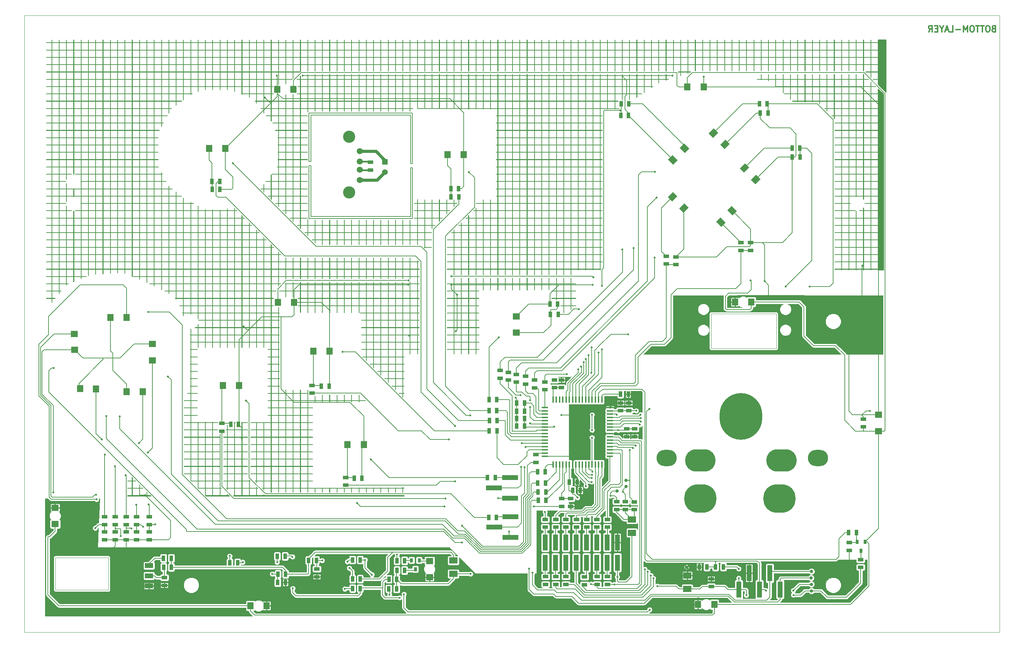
<source format=gbl>
G04 (created by PCBNEW (2013-07-07 BZR 4022)-stable) date 26-03-2016 11:34:51*
%MOIN*%
G04 Gerber Fmt 3.4, Leading zero omitted, Abs format*
%FSLAX34Y34*%
G01*
G70*
G90*
G04 APERTURE LIST*
%ADD10C,0.00590551*%
%ADD11C,0.011811*%
%ADD12C,0.00787402*%
%ADD13C,0.00393701*%
%ADD14C,0.0591*%
%ADD15C,0.1181*%
%ADD16R,0.0787402X0.0472441*%
%ADD17R,0.015748X0.0629921*%
%ADD18R,0.0629921X0.015748*%
%ADD19R,0.0590551X0.0708661*%
%ADD20R,0.0708661X0.0590551*%
%ADD21C,0.0314961*%
%ADD22R,0.0315X0.0394*%
%ADD23R,0.08X0.06*%
%ADD24R,0.055X0.055*%
%ADD25C,0.055*%
%ADD26O,0.19685X0.15748*%
%ADD27O,0.413386X0.452756*%
%ADD28O,0.295276X0.216535*%
%ADD29O,0.314961X0.275591*%
%ADD30R,0.05X0.15748*%
%ADD31R,0.15748X0.05*%
%ADD32R,0.055X0.035*%
%ADD33R,0.035X0.055*%
%ADD34C,0.02*%
%ADD35C,0.007*%
%ADD36C,0.008*%
%ADD37C,0.03*%
%ADD38C,0.015*%
%ADD39C,0.0011811*%
G04 APERTURE END LIST*
G54D10*
G54D11*
X113588Y-28039D02*
X113503Y-28068D01*
X113475Y-28096D01*
X113447Y-28152D01*
X113447Y-28236D01*
X113475Y-28293D01*
X113503Y-28321D01*
X113560Y-28349D01*
X113785Y-28349D01*
X113785Y-27758D01*
X113588Y-27758D01*
X113532Y-27786D01*
X113503Y-27814D01*
X113475Y-27871D01*
X113475Y-27927D01*
X113503Y-27983D01*
X113532Y-28011D01*
X113588Y-28039D01*
X113785Y-28039D01*
X113082Y-27758D02*
X112969Y-27758D01*
X112913Y-27786D01*
X112857Y-27843D01*
X112829Y-27955D01*
X112829Y-28152D01*
X112857Y-28264D01*
X112913Y-28321D01*
X112969Y-28349D01*
X113082Y-28349D01*
X113138Y-28321D01*
X113194Y-28264D01*
X113222Y-28152D01*
X113222Y-27955D01*
X113194Y-27843D01*
X113138Y-27786D01*
X113082Y-27758D01*
X112660Y-27758D02*
X112322Y-27758D01*
X112491Y-28349D02*
X112491Y-27758D01*
X112210Y-27758D02*
X111872Y-27758D01*
X112041Y-28349D02*
X112041Y-27758D01*
X111563Y-27758D02*
X111451Y-27758D01*
X111394Y-27786D01*
X111338Y-27843D01*
X111310Y-27955D01*
X111310Y-28152D01*
X111338Y-28264D01*
X111394Y-28321D01*
X111451Y-28349D01*
X111563Y-28349D01*
X111619Y-28321D01*
X111676Y-28264D01*
X111704Y-28152D01*
X111704Y-27955D01*
X111676Y-27843D01*
X111619Y-27786D01*
X111563Y-27758D01*
X111057Y-28349D02*
X111057Y-27758D01*
X110860Y-28180D01*
X110663Y-27758D01*
X110663Y-28349D01*
X110382Y-28124D02*
X109932Y-28124D01*
X109370Y-28349D02*
X109651Y-28349D01*
X109651Y-27758D01*
X109201Y-28180D02*
X108920Y-28180D01*
X109257Y-28349D02*
X109060Y-27758D01*
X108863Y-28349D01*
X108554Y-28068D02*
X108554Y-28349D01*
X108751Y-27758D02*
X108554Y-28068D01*
X108357Y-27758D01*
X108160Y-28039D02*
X107964Y-28039D01*
X107879Y-28349D02*
X108160Y-28349D01*
X108160Y-27758D01*
X107879Y-27758D01*
X107289Y-28349D02*
X107485Y-28068D01*
X107626Y-28349D02*
X107626Y-27758D01*
X107401Y-27758D01*
X107345Y-27786D01*
X107317Y-27814D01*
X107289Y-27871D01*
X107289Y-27955D01*
X107317Y-28011D01*
X107345Y-28039D01*
X107401Y-28068D01*
X107626Y-28068D01*
G54D12*
X47440Y-36417D02*
X47440Y-40944D01*
X57086Y-36417D02*
X47440Y-36417D01*
X57086Y-41141D02*
X57086Y-36417D01*
X57283Y-41141D02*
X57086Y-41141D01*
X57283Y-36220D02*
X57283Y-41141D01*
X47244Y-36220D02*
X57283Y-36220D01*
X47244Y-40944D02*
X47244Y-36220D01*
X47440Y-40944D02*
X47244Y-40944D01*
X47440Y-46259D02*
X47440Y-41338D01*
X57086Y-46259D02*
X47440Y-46259D01*
X57086Y-41535D02*
X57086Y-46259D01*
X57283Y-41535D02*
X57086Y-41535D01*
X57283Y-46456D02*
X57283Y-41535D01*
X47244Y-46456D02*
X57283Y-46456D01*
X47244Y-41338D02*
X47244Y-46456D01*
X47440Y-41338D02*
X47244Y-41338D01*
G54D13*
X19685Y-26771D02*
X19763Y-26771D01*
X19685Y-86614D02*
X19685Y-26771D01*
X114173Y-86614D02*
X19685Y-86614D01*
X114173Y-26771D02*
X114173Y-86614D01*
X19685Y-26771D02*
X114173Y-26771D01*
X86220Y-55708D02*
X86417Y-55708D01*
X86220Y-59055D02*
X86220Y-55708D01*
X92519Y-59055D02*
X86220Y-59055D01*
X92519Y-55708D02*
X92519Y-59055D01*
X86417Y-55708D02*
X92519Y-55708D01*
X22677Y-79350D02*
X22687Y-79350D01*
X22677Y-82490D02*
X22677Y-79350D01*
X27411Y-82490D02*
X22677Y-82490D01*
X27805Y-82490D02*
X27411Y-82490D01*
X27805Y-79350D02*
X27805Y-82490D01*
X22696Y-79350D02*
X27805Y-79350D01*
G54D14*
X52170Y-42746D03*
X52170Y-41746D03*
X52170Y-40946D03*
X52170Y-39946D03*
G54D15*
X51120Y-43946D03*
X51120Y-38546D03*
G54D16*
X31740Y-81129D03*
X31740Y-82114D03*
X31740Y-80145D03*
G54D17*
X75627Y-70320D03*
X75312Y-70320D03*
X74998Y-70320D03*
X74683Y-70320D03*
X74368Y-70320D03*
X74053Y-70320D03*
X73738Y-70320D03*
X73423Y-70320D03*
X73108Y-70320D03*
X72793Y-70320D03*
X72478Y-70320D03*
X72163Y-70320D03*
X71848Y-70320D03*
X71533Y-70320D03*
X71218Y-70320D03*
X70903Y-70320D03*
X70903Y-64021D03*
X71218Y-64021D03*
X71533Y-64021D03*
X71848Y-64021D03*
X72163Y-64021D03*
X72478Y-64021D03*
X72793Y-64021D03*
X73108Y-64021D03*
X73423Y-64021D03*
X73738Y-64021D03*
X74053Y-64021D03*
X74368Y-64021D03*
X74683Y-64021D03*
X74998Y-64021D03*
X75312Y-64021D03*
X75627Y-64021D03*
G54D18*
X70116Y-69533D03*
X70116Y-69218D03*
X70116Y-68903D03*
X70116Y-68588D03*
X70116Y-68273D03*
X70116Y-67958D03*
X70116Y-67643D03*
X70116Y-67328D03*
X70116Y-67013D03*
X70116Y-66698D03*
X70116Y-66383D03*
X70116Y-66068D03*
X70116Y-65753D03*
X70116Y-65438D03*
X70116Y-65124D03*
X70116Y-64809D03*
X76415Y-64809D03*
X76415Y-65124D03*
X76415Y-65438D03*
X76415Y-65753D03*
X76415Y-66068D03*
X76415Y-66383D03*
X76415Y-66698D03*
X76415Y-67013D03*
X76415Y-67328D03*
X76415Y-67643D03*
X76415Y-67958D03*
X76415Y-68273D03*
X76415Y-68588D03*
X76415Y-68903D03*
X76415Y-69218D03*
X76415Y-69533D03*
G54D19*
X47653Y-59318D03*
X49228Y-59318D03*
X38893Y-62665D03*
X40468Y-62665D03*
G54D20*
X67334Y-57547D03*
X67334Y-55972D03*
G54D19*
X60673Y-40269D03*
X62248Y-40269D03*
X37566Y-39669D03*
X39141Y-39669D03*
X50980Y-68385D03*
X52555Y-68385D03*
G54D21*
X95933Y-81948D03*
X95940Y-80712D03*
X95905Y-81346D03*
X95944Y-82582D03*
X77960Y-72480D03*
X77960Y-71877D03*
X77090Y-72905D03*
X83838Y-80287D03*
G54D22*
X57553Y-80490D03*
X57928Y-79624D03*
X57178Y-79624D03*
X100744Y-78704D03*
X101119Y-77838D03*
X100369Y-77838D03*
G54D23*
X83909Y-81098D03*
X83909Y-82398D03*
X61236Y-80941D03*
X61236Y-79641D03*
X78543Y-76959D03*
X78543Y-75659D03*
G54D24*
X54617Y-40954D03*
G54D25*
X54617Y-41954D03*
G54D20*
X32082Y-58637D03*
X32082Y-60232D03*
G54D19*
X28007Y-56078D03*
X29562Y-56078D03*
G54D20*
X24503Y-57653D03*
X24523Y-59208D03*
G54D19*
X25055Y-62968D03*
X26610Y-62988D03*
X29562Y-63263D03*
X31137Y-63263D03*
G54D10*
G36*
X82545Y-41221D02*
X82044Y-40720D01*
X82462Y-40302D01*
X82963Y-40803D01*
X82545Y-41221D01*
X82545Y-41221D01*
G37*
G36*
X83673Y-40093D02*
X83172Y-39592D01*
X83589Y-39174D01*
X84090Y-39676D01*
X83673Y-40093D01*
X83673Y-40093D01*
G37*
G36*
X84035Y-45410D02*
X83534Y-45911D01*
X83116Y-45494D01*
X83617Y-44993D01*
X84035Y-45410D01*
X84035Y-45410D01*
G37*
G36*
X82935Y-44311D02*
X82434Y-44812D01*
X82016Y-44394D01*
X82517Y-43893D01*
X82935Y-44311D01*
X82935Y-44311D01*
G37*
G36*
X87208Y-47276D02*
X86707Y-46774D01*
X87125Y-46357D01*
X87626Y-46858D01*
X87208Y-47276D01*
X87208Y-47276D01*
G37*
G36*
X88294Y-46162D02*
X87793Y-45661D01*
X88210Y-45243D01*
X88712Y-45744D01*
X88294Y-46162D01*
X88294Y-46162D01*
G37*
G36*
X90994Y-42626D02*
X90493Y-43128D01*
X90076Y-42710D01*
X90577Y-42209D01*
X90994Y-42626D01*
X90994Y-42626D01*
G37*
G36*
X89909Y-41513D02*
X89408Y-42014D01*
X88990Y-41596D01*
X89491Y-41095D01*
X89909Y-41513D01*
X89909Y-41513D01*
G37*
G36*
X88016Y-39230D02*
X87514Y-39731D01*
X87097Y-39314D01*
X87598Y-38813D01*
X88016Y-39230D01*
X88016Y-39230D01*
G37*
G36*
X86902Y-38117D02*
X86401Y-38618D01*
X85983Y-38200D01*
X86484Y-37699D01*
X86902Y-38117D01*
X86902Y-38117D01*
G37*
G54D26*
X96574Y-69685D03*
G54D27*
X89094Y-65649D03*
G54D28*
X93031Y-69944D03*
X85157Y-69944D03*
G54D29*
X85157Y-73625D03*
X92834Y-73625D03*
G54D26*
X81909Y-69685D03*
G54D30*
X92901Y-82448D03*
X91901Y-80874D03*
X90901Y-82448D03*
X89901Y-80874D03*
X88901Y-82448D03*
G54D31*
X66771Y-75409D03*
X65196Y-76409D03*
X66771Y-77409D03*
X66751Y-71610D03*
X65177Y-72610D03*
X66751Y-73610D03*
G54D30*
X77136Y-79855D03*
X77136Y-77886D03*
X76136Y-79855D03*
X76136Y-77886D03*
X75136Y-79855D03*
X75136Y-77886D03*
X74136Y-79855D03*
X74136Y-77886D03*
X73136Y-79855D03*
X73136Y-77886D03*
X72136Y-79855D03*
X72136Y-77886D03*
X71136Y-79855D03*
X71136Y-77886D03*
X70136Y-79855D03*
X70136Y-77886D03*
G54D19*
X86527Y-83909D03*
X84948Y-83909D03*
G54D20*
X102421Y-67086D03*
X102421Y-65507D03*
G54D19*
X90102Y-54559D03*
X88523Y-54559D03*
X44224Y-54582D03*
X45803Y-54582D03*
X41570Y-84031D03*
X43149Y-84031D03*
G54D20*
X22649Y-76102D03*
X22649Y-74523D03*
G54D19*
X45748Y-33921D03*
X44169Y-33921D03*
X83909Y-33708D03*
X85488Y-33708D03*
G54D32*
X77066Y-74686D03*
X77066Y-73936D03*
X77903Y-74686D03*
X77903Y-73936D03*
X78779Y-74705D03*
X78779Y-73955D03*
G54D33*
X69388Y-71023D03*
X70138Y-71023D03*
G54D32*
X86220Y-81416D03*
X86220Y-82166D03*
X53190Y-41010D03*
X53190Y-41760D03*
X89114Y-49558D03*
X89114Y-48808D03*
G54D33*
X33898Y-79417D03*
X33148Y-79417D03*
X33906Y-80307D03*
X33156Y-80307D03*
X51459Y-81444D03*
X52209Y-81444D03*
G54D32*
X33232Y-81298D03*
X33232Y-82048D03*
G54D33*
X47203Y-79622D03*
X47953Y-79622D03*
G54D32*
X48000Y-80467D03*
X48000Y-81217D03*
G54D33*
X69408Y-72137D03*
X70158Y-72137D03*
X69447Y-72984D03*
X70197Y-72984D03*
X69463Y-73814D03*
X70213Y-73814D03*
G54D32*
X69094Y-62134D03*
X69094Y-62884D03*
X68238Y-61780D03*
X68238Y-62530D03*
X67342Y-61583D03*
X67342Y-62333D03*
X65783Y-61207D03*
X65783Y-61957D03*
G54D33*
X51459Y-82350D03*
X52209Y-82350D03*
G54D32*
X82800Y-50190D03*
X82800Y-50940D03*
G54D33*
X91723Y-36240D03*
X90973Y-36240D03*
X94833Y-40492D03*
X94083Y-40492D03*
X56510Y-79663D03*
X55760Y-79663D03*
X44215Y-81775D03*
X44965Y-81775D03*
X51455Y-79582D03*
X52205Y-79582D03*
X39569Y-79858D03*
X40319Y-79858D03*
X44172Y-79232D03*
X44922Y-79232D03*
G54D32*
X90049Y-48798D03*
X90049Y-49548D03*
X78234Y-65101D03*
X78234Y-64351D03*
X77446Y-65101D03*
X77446Y-64351D03*
G54D33*
X68130Y-66584D03*
X67380Y-66584D03*
X68130Y-65875D03*
X67380Y-65875D03*
X72483Y-72019D03*
X73233Y-72019D03*
X72786Y-72830D03*
X73536Y-72830D03*
G54D32*
X78812Y-66873D03*
X78812Y-67623D03*
X78025Y-66873D03*
X78025Y-67623D03*
G54D33*
X77436Y-63500D03*
X78186Y-63500D03*
X87394Y-80255D03*
X86644Y-80255D03*
X85808Y-80251D03*
X85058Y-80251D03*
X68128Y-65163D03*
X67378Y-65163D03*
G54D32*
X71732Y-73640D03*
X71732Y-74390D03*
X72598Y-74390D03*
X72598Y-73640D03*
X71045Y-62873D03*
X71045Y-62123D03*
X71714Y-62123D03*
X71714Y-62873D03*
G54D33*
X55737Y-81448D03*
X54987Y-81448D03*
X55725Y-82381D03*
X54975Y-82381D03*
X55760Y-80608D03*
X56510Y-80608D03*
X99546Y-76940D03*
X100296Y-76940D03*
G54D32*
X100968Y-66674D03*
X100968Y-65924D03*
X100692Y-79550D03*
X100692Y-80300D03*
X99618Y-78654D03*
X99618Y-77904D03*
G54D33*
X44227Y-80960D03*
X44977Y-80960D03*
X68128Y-64375D03*
X67378Y-64375D03*
X61756Y-44372D03*
X61006Y-44372D03*
X71394Y-55755D03*
X70644Y-55755D03*
X48443Y-62726D03*
X49193Y-62726D03*
X39664Y-66437D03*
X40414Y-66437D03*
X51632Y-71653D03*
X52382Y-71653D03*
X37853Y-43618D03*
X38603Y-43618D03*
X60995Y-43568D03*
X61745Y-43568D03*
X71351Y-54755D03*
X70601Y-54755D03*
X64711Y-67051D03*
X65461Y-67051D03*
X64664Y-75448D03*
X65414Y-75448D03*
X64546Y-71590D03*
X65296Y-71590D03*
X64723Y-66074D03*
X65473Y-66074D03*
G54D32*
X66564Y-61386D03*
X66564Y-62136D03*
G54D33*
X64699Y-64043D03*
X65449Y-64043D03*
X38587Y-42870D03*
X37837Y-42870D03*
G54D32*
X76152Y-81962D03*
X76152Y-81212D03*
X75168Y-81962D03*
X75168Y-81212D03*
X73948Y-81985D03*
X73948Y-81235D03*
X71152Y-76411D03*
X71152Y-75661D03*
X72136Y-81962D03*
X72136Y-81212D03*
X71152Y-81962D03*
X71152Y-81212D03*
X76152Y-76411D03*
X76152Y-75661D03*
X75128Y-76411D03*
X75128Y-75661D03*
X74184Y-76411D03*
X74184Y-75661D03*
X73160Y-76411D03*
X73160Y-75661D03*
X72136Y-76411D03*
X72136Y-75661D03*
X70128Y-76411D03*
X70128Y-75661D03*
X70168Y-81962D03*
X70168Y-81212D03*
X69228Y-70126D03*
X69228Y-69376D03*
G54D33*
X78209Y-36476D03*
X77459Y-36476D03*
G54D32*
X27440Y-77619D03*
X27440Y-76869D03*
X28464Y-77619D03*
X28464Y-76869D03*
X29527Y-77619D03*
X29527Y-76869D03*
X30551Y-77619D03*
X30551Y-76869D03*
X31771Y-77619D03*
X31771Y-76869D03*
X70088Y-63071D03*
X70088Y-62321D03*
G54D33*
X94804Y-39635D03*
X94054Y-39635D03*
X91639Y-35329D03*
X90889Y-35329D03*
X77489Y-35334D03*
X78239Y-35334D03*
G54D32*
X81865Y-50872D03*
X81865Y-50122D03*
X27440Y-76162D03*
X27440Y-75412D03*
X28464Y-76162D03*
X28464Y-75412D03*
G54D33*
X64695Y-65098D03*
X65445Y-65098D03*
G54D32*
X38799Y-67087D03*
X38799Y-66337D03*
X47539Y-63406D03*
X47539Y-62656D03*
X31771Y-76162D03*
X31771Y-75412D03*
X30551Y-76162D03*
X30551Y-75412D03*
X50797Y-72333D03*
X50797Y-71583D03*
X29527Y-76162D03*
X29527Y-75412D03*
G54D20*
X58937Y-79700D03*
X58937Y-81279D03*
G54D34*
X51901Y-74051D03*
X60377Y-74389D03*
X69035Y-74389D03*
X56952Y-57842D03*
X68137Y-70590D03*
X68236Y-68625D03*
X67870Y-68279D03*
X67791Y-70578D03*
X73267Y-73539D03*
X77214Y-67007D03*
X76476Y-73366D03*
X78952Y-65114D03*
X78330Y-68944D03*
X71007Y-66649D03*
X77653Y-72968D03*
X62897Y-80944D03*
X81007Y-82122D03*
X77122Y-81244D03*
X88893Y-81370D03*
X88889Y-80448D03*
X89629Y-83011D03*
X94188Y-82988D03*
X60811Y-67909D03*
X74078Y-72421D03*
X74641Y-72015D03*
X60460Y-73618D03*
X61387Y-71958D03*
X74645Y-71637D03*
X61417Y-66614D03*
X74657Y-71342D03*
X62885Y-65555D03*
X74708Y-71035D03*
X74622Y-58972D03*
X74618Y-61429D03*
X73413Y-55248D03*
X74677Y-65511D03*
X74673Y-66992D03*
X74669Y-67720D03*
X80078Y-80744D03*
X79291Y-66476D03*
X40751Y-67811D03*
X100862Y-51043D03*
X96456Y-54527D03*
X61460Y-57385D03*
X31366Y-73283D03*
X61590Y-53850D03*
X42964Y-34732D03*
X40893Y-56937D03*
X91748Y-55236D03*
X92401Y-55240D03*
X92421Y-54251D03*
X82472Y-32598D03*
X46633Y-32598D03*
X59787Y-84125D03*
X61039Y-52893D03*
X74744Y-52897D03*
X72267Y-61956D03*
X91393Y-52535D03*
X22549Y-74005D03*
X22470Y-73041D03*
X101614Y-65125D03*
X99787Y-80267D03*
X84937Y-81633D03*
X84956Y-83307D03*
X85488Y-32700D03*
X44141Y-32598D03*
X56881Y-52897D03*
X89350Y-80433D03*
X93007Y-80275D03*
X71692Y-65535D03*
X59901Y-81397D03*
X59763Y-82854D03*
X48720Y-81181D03*
X44960Y-82381D03*
X80988Y-81720D03*
X77610Y-81263D03*
X76511Y-75059D03*
X73263Y-74429D03*
X72767Y-68094D03*
X67267Y-63838D03*
X79795Y-80492D03*
X79409Y-66161D03*
X70108Y-74931D03*
X51161Y-80374D03*
X79409Y-65836D03*
X80259Y-84425D03*
X79379Y-65492D03*
X55777Y-79064D03*
X56446Y-82923D03*
X77066Y-65488D03*
X80232Y-64933D03*
X43681Y-80944D03*
X62736Y-41958D03*
X53248Y-69826D03*
X41151Y-64133D03*
X50492Y-59389D03*
X39870Y-41090D03*
X65633Y-58003D03*
X62066Y-76269D03*
X22500Y-60964D03*
X62066Y-77913D03*
X26653Y-73710D03*
X30511Y-74232D03*
X27175Y-67883D03*
X27480Y-69370D03*
X30767Y-68248D03*
X28444Y-70511D03*
X31712Y-74192D03*
X26614Y-73277D03*
X72232Y-61559D03*
X27618Y-65629D03*
X31633Y-69173D03*
X29458Y-71348D03*
X31653Y-55515D03*
X33572Y-61781D03*
X77618Y-49478D03*
X78700Y-49318D03*
X80775Y-41929D03*
X80948Y-44421D03*
X28897Y-65659D03*
X80748Y-50265D03*
X61051Y-52070D03*
X74818Y-52173D03*
X56893Y-52468D03*
X90019Y-52468D03*
X48523Y-79645D03*
X50964Y-79763D03*
X50708Y-82401D03*
X40826Y-79803D03*
X44161Y-79807D03*
X91531Y-82559D03*
X94185Y-82559D03*
X93448Y-53059D03*
X78165Y-57685D03*
X95775Y-53070D03*
X75291Y-59460D03*
X75639Y-59153D03*
X75639Y-52982D03*
X67744Y-63594D03*
X68673Y-66338D03*
X68661Y-64098D03*
X68681Y-64751D03*
X73334Y-61102D03*
X26535Y-76496D03*
X73590Y-60818D03*
X28996Y-77263D03*
X73858Y-60409D03*
X30039Y-76535D03*
X74066Y-60086D03*
X31161Y-76377D03*
X74326Y-59728D03*
X32322Y-76122D03*
X56031Y-83251D03*
X45649Y-79291D03*
X45669Y-82342D03*
X74566Y-81929D03*
X53346Y-81023D03*
X39566Y-79212D03*
X52677Y-79586D03*
X76838Y-81962D03*
X55047Y-82964D03*
X68909Y-80838D03*
X65562Y-73606D03*
X68582Y-80433D03*
X66645Y-76826D03*
X80370Y-81086D03*
X78907Y-68503D03*
X80622Y-81377D03*
X78641Y-68720D03*
G54D35*
X71732Y-74390D02*
X69036Y-74390D01*
X52240Y-74389D02*
X51901Y-74051D01*
X60377Y-74389D02*
X52240Y-74389D01*
X69036Y-74390D02*
X69035Y-74389D01*
G54D36*
X56952Y-57842D02*
X57039Y-57755D01*
X57039Y-57755D02*
X57307Y-57755D01*
X57047Y-57748D02*
X57047Y-57366D01*
X56952Y-57842D02*
X57047Y-57748D01*
X69051Y-64834D02*
X69051Y-64669D01*
X68757Y-64375D02*
X68128Y-64375D01*
X69051Y-64669D02*
X68757Y-64375D01*
X69051Y-64834D02*
X69051Y-65468D01*
X70116Y-65753D02*
X69336Y-65753D01*
X69336Y-65753D02*
X69051Y-65468D01*
X68128Y-64375D02*
X68128Y-64775D01*
X68128Y-64775D02*
X68128Y-65163D01*
X70116Y-68588D02*
X68273Y-68588D01*
X67452Y-76409D02*
X65196Y-76409D01*
X67850Y-76011D02*
X67452Y-76409D01*
X67850Y-73370D02*
X67850Y-76011D01*
X68137Y-73082D02*
X67850Y-73370D01*
X68137Y-72566D02*
X68137Y-73082D01*
X68137Y-70590D02*
X68137Y-72566D01*
X68273Y-68588D02*
X68236Y-68625D01*
X65177Y-72610D02*
X67511Y-72610D01*
X70110Y-68279D02*
X70116Y-68273D01*
X67870Y-68279D02*
X70110Y-68279D01*
X67791Y-72330D02*
X67791Y-70578D01*
X67511Y-72610D02*
X67791Y-72330D01*
X70903Y-64021D02*
X70903Y-63014D01*
X70903Y-63014D02*
X71045Y-62873D01*
X71714Y-62873D02*
X71045Y-62873D01*
X72598Y-73640D02*
X71732Y-73640D01*
X72163Y-70320D02*
X72163Y-71053D01*
X71732Y-73114D02*
X71732Y-73640D01*
X72015Y-72830D02*
X71732Y-73114D01*
X72015Y-71200D02*
X72015Y-72830D01*
X72163Y-71053D02*
X72015Y-71200D01*
X77436Y-63500D02*
X75799Y-63500D01*
X75627Y-63671D02*
X75627Y-64021D01*
X75799Y-63500D02*
X75627Y-63671D01*
X72786Y-72830D02*
X72786Y-73203D01*
X72972Y-73244D02*
X73267Y-73539D01*
X72826Y-73244D02*
X72972Y-73244D01*
X72786Y-73203D02*
X72826Y-73244D01*
X72483Y-72019D02*
X72444Y-72058D01*
X72731Y-72885D02*
X72786Y-72830D01*
X72444Y-72885D02*
X72731Y-72885D01*
X72444Y-72058D02*
X72444Y-72885D01*
X72478Y-70320D02*
X72478Y-72014D01*
X72478Y-72014D02*
X72483Y-72019D01*
X76476Y-73366D02*
X76476Y-73098D01*
X76476Y-73098D02*
X76669Y-72905D01*
X76669Y-72905D02*
X77090Y-72905D01*
X77214Y-67007D02*
X77218Y-67007D01*
X77218Y-67007D02*
X77224Y-67013D01*
X76415Y-67013D02*
X77224Y-67013D01*
X77224Y-67013D02*
X77884Y-67013D01*
X77884Y-67013D02*
X78025Y-66873D01*
X77066Y-73936D02*
X77066Y-73562D01*
X76870Y-73366D02*
X76476Y-73366D01*
X77066Y-73562D02*
X76870Y-73366D01*
X78812Y-66873D02*
X78025Y-66873D01*
X78228Y-71877D02*
X78267Y-71877D01*
X78267Y-71877D02*
X78330Y-71940D01*
X77960Y-71877D02*
X78228Y-71877D01*
X78228Y-71877D02*
X78244Y-71877D01*
X78244Y-71877D02*
X78330Y-71791D01*
X76415Y-65124D02*
X77424Y-65124D01*
X77424Y-65124D02*
X77446Y-65101D01*
X78779Y-73955D02*
X78330Y-73506D01*
X78330Y-73506D02*
X78330Y-71940D01*
X78247Y-65114D02*
X78234Y-65101D01*
X78952Y-65114D02*
X78247Y-65114D01*
X78330Y-71940D02*
X78330Y-71791D01*
X78330Y-71791D02*
X78330Y-68944D01*
X77446Y-65101D02*
X78234Y-65101D01*
X77653Y-72968D02*
X77653Y-72787D01*
X77653Y-72787D02*
X77960Y-72480D01*
X77903Y-73936D02*
X77903Y-73218D01*
X70958Y-66698D02*
X70116Y-66698D01*
X71007Y-66649D02*
X70958Y-66698D01*
X77903Y-73218D02*
X77653Y-72968D01*
X70116Y-66698D02*
X68245Y-66698D01*
X68245Y-66698D02*
X68130Y-66584D01*
X68130Y-65875D02*
X68130Y-66584D01*
X61236Y-79641D02*
X61236Y-79086D01*
X61236Y-79086D02*
X60988Y-78838D01*
X59842Y-78838D02*
X60988Y-78838D01*
X44977Y-80960D02*
X44977Y-80607D01*
X44677Y-80307D02*
X33906Y-80307D01*
X44977Y-80607D02*
X44677Y-80307D01*
X47203Y-79622D02*
X47203Y-79489D01*
X47854Y-78838D02*
X55452Y-78838D01*
X47203Y-79489D02*
X47854Y-78838D01*
X44977Y-80960D02*
X47149Y-80960D01*
X47203Y-80906D02*
X47203Y-79622D01*
X47149Y-80960D02*
X47203Y-80906D01*
X52209Y-81444D02*
X54066Y-81444D01*
X54066Y-81444D02*
X54862Y-80649D01*
X54862Y-80649D02*
X54862Y-79330D01*
X54862Y-79330D02*
X55354Y-78838D01*
X55354Y-78838D02*
X55452Y-78838D01*
X55452Y-78838D02*
X59842Y-78838D01*
X33906Y-80307D02*
X33906Y-79425D01*
X33906Y-79425D02*
X33898Y-79417D01*
X62894Y-80941D02*
X61236Y-80941D01*
X62897Y-80944D02*
X62894Y-80941D01*
X55737Y-81448D02*
X56178Y-81889D01*
X56178Y-81889D02*
X60748Y-81889D01*
X60748Y-81889D02*
X61236Y-81401D01*
X61236Y-81401D02*
X61236Y-80941D01*
X77122Y-81244D02*
X77122Y-81610D01*
X78543Y-81192D02*
X78543Y-76959D01*
X78015Y-81720D02*
X78543Y-81192D01*
X77232Y-81720D02*
X78015Y-81720D01*
X77122Y-81610D02*
X77232Y-81720D01*
X86220Y-82166D02*
X85373Y-82166D01*
X85141Y-82398D02*
X83909Y-82398D01*
X85373Y-82166D02*
X85141Y-82398D01*
X95944Y-82582D02*
X96846Y-82582D01*
X100692Y-81842D02*
X100692Y-80300D01*
X99330Y-83204D02*
X100692Y-81842D01*
X97468Y-83204D02*
X99330Y-83204D01*
X96846Y-82582D02*
X97468Y-83204D01*
G54D35*
X81007Y-82122D02*
X82811Y-82122D01*
X82811Y-82122D02*
X83087Y-82398D01*
X83087Y-82398D02*
X83909Y-82398D01*
G54D36*
X55760Y-80608D02*
X55737Y-80631D01*
X55737Y-80631D02*
X55737Y-81448D01*
X55725Y-82381D02*
X55737Y-82370D01*
X55737Y-82370D02*
X55737Y-81448D01*
X77122Y-79870D02*
X77136Y-79855D01*
X77122Y-81244D02*
X77122Y-79870D01*
X87394Y-80255D02*
X88696Y-80255D01*
X88901Y-81377D02*
X88901Y-82448D01*
X88893Y-81370D02*
X88901Y-81377D01*
X88696Y-80255D02*
X88889Y-80448D01*
X88901Y-82448D02*
X89574Y-82448D01*
X89629Y-82503D02*
X89629Y-83011D01*
X89574Y-82448D02*
X89629Y-82503D01*
X95944Y-82582D02*
X95307Y-82582D01*
X94901Y-82988D02*
X94188Y-82988D01*
X95307Y-82582D02*
X94901Y-82988D01*
X88901Y-82448D02*
X87826Y-82448D01*
X87544Y-82166D02*
X86220Y-82166D01*
X87826Y-82448D02*
X87544Y-82166D01*
G54D37*
X52170Y-39946D02*
X53738Y-39946D01*
X54617Y-40824D02*
X54617Y-40954D01*
X53738Y-39946D02*
X54617Y-40824D01*
G54D36*
X55729Y-66900D02*
X55877Y-67049D01*
X59011Y-67909D02*
X60811Y-67909D01*
X58151Y-67049D02*
X59011Y-67909D01*
X55877Y-67049D02*
X58151Y-67049D01*
X55729Y-66900D02*
X52235Y-63406D01*
X52235Y-63406D02*
X47539Y-63406D01*
X73917Y-71948D02*
X74078Y-72110D01*
X74078Y-72110D02*
X74078Y-72421D01*
X73108Y-71139D02*
X73917Y-71948D01*
X73108Y-70320D02*
X73108Y-71139D01*
X60460Y-73618D02*
X39976Y-73618D01*
X38799Y-72440D02*
X38799Y-67087D01*
X39976Y-73618D02*
X38799Y-72440D01*
X73423Y-71072D02*
X74366Y-72015D01*
X74366Y-72015D02*
X74641Y-72015D01*
X73423Y-70320D02*
X73423Y-71072D01*
X50797Y-72333D02*
X59605Y-72333D01*
X59980Y-71958D02*
X61387Y-71958D01*
X59605Y-72333D02*
X59980Y-71958D01*
X73738Y-70998D02*
X74377Y-71637D01*
X74377Y-71637D02*
X74645Y-71637D01*
X73738Y-70320D02*
X73738Y-70998D01*
X58104Y-63301D02*
X58104Y-50647D01*
X57562Y-50106D02*
X44909Y-50106D01*
X58104Y-50647D02*
X57562Y-50106D01*
X38433Y-42870D02*
X38587Y-42870D01*
X38236Y-43066D02*
X38433Y-42870D01*
X38236Y-44220D02*
X38236Y-43066D01*
X38425Y-44409D02*
X38236Y-44220D01*
X39212Y-44409D02*
X38425Y-44409D01*
X61417Y-66614D02*
X58104Y-63301D01*
X44909Y-50106D02*
X39212Y-44409D01*
X74053Y-70320D02*
X74053Y-71057D01*
X74338Y-71342D02*
X74657Y-71342D01*
X74053Y-71057D02*
X74338Y-71342D01*
X59291Y-48533D02*
X59291Y-47529D01*
X61756Y-45063D02*
X61756Y-44372D01*
X59291Y-47529D02*
X61756Y-45063D01*
X62885Y-65555D02*
X62484Y-65555D01*
X59291Y-62362D02*
X59291Y-48533D01*
X62484Y-65555D02*
X59291Y-62362D01*
X74708Y-70925D02*
X74708Y-71035D01*
X74368Y-70320D02*
X74368Y-70750D01*
X74708Y-70917D02*
X74708Y-70925D01*
X74661Y-70870D02*
X74708Y-70917D01*
X74488Y-70870D02*
X74661Y-70870D01*
X74368Y-70750D02*
X74488Y-70870D01*
X74622Y-61425D02*
X74622Y-58972D01*
X74618Y-61429D02*
X74622Y-61425D01*
X71394Y-55755D02*
X72397Y-55755D01*
X73409Y-55244D02*
X73413Y-55248D01*
X72909Y-55244D02*
X73409Y-55244D01*
X72397Y-55755D02*
X72909Y-55244D01*
X74683Y-70320D02*
X74683Y-67734D01*
X74677Y-66988D02*
X74677Y-65511D01*
X74673Y-66992D02*
X74677Y-66988D01*
X74683Y-67734D02*
X74669Y-67720D01*
X65461Y-67051D02*
X65461Y-69678D01*
X68584Y-68903D02*
X70116Y-68903D01*
X68354Y-69133D02*
X68584Y-68903D01*
X68354Y-69484D02*
X68354Y-69133D01*
X67503Y-70334D02*
X68354Y-69484D01*
X66118Y-70334D02*
X67503Y-70334D01*
X65461Y-69678D02*
X66118Y-70334D01*
X66771Y-75409D02*
X65453Y-75409D01*
X65453Y-75409D02*
X65414Y-75448D01*
X66751Y-71610D02*
X65315Y-71610D01*
X65315Y-71610D02*
X65296Y-71590D01*
X65473Y-66074D02*
X66259Y-66074D01*
X66781Y-67958D02*
X70116Y-67958D01*
X66271Y-67448D02*
X66781Y-67958D01*
X66271Y-66086D02*
X66271Y-67448D01*
X66259Y-66074D02*
X66271Y-66086D01*
X70116Y-67643D02*
X66860Y-67643D01*
X66330Y-65098D02*
X65445Y-65098D01*
X66480Y-65248D02*
X66330Y-65098D01*
X66480Y-67263D02*
X66480Y-65248D01*
X66860Y-67643D02*
X66480Y-67263D01*
X70116Y-67328D02*
X66836Y-67328D01*
X66836Y-67328D02*
X66716Y-67208D01*
X65449Y-64043D02*
X66625Y-64043D01*
X66716Y-64133D02*
X66716Y-67208D01*
X66625Y-64043D02*
X66716Y-64133D01*
X80078Y-81996D02*
X80078Y-80744D01*
X79326Y-82748D02*
X80078Y-81996D01*
X74015Y-82748D02*
X79326Y-82748D01*
X73136Y-81869D02*
X74015Y-82748D01*
X73136Y-79855D02*
X73136Y-81869D01*
X76415Y-66698D02*
X77435Y-66698D01*
X79192Y-66377D02*
X79291Y-66476D01*
X77755Y-66377D02*
X79192Y-66377D01*
X77435Y-66698D02*
X77755Y-66377D01*
X40414Y-66437D02*
X40751Y-66774D01*
X40751Y-66774D02*
X40751Y-67811D01*
X61590Y-57055D02*
X61988Y-57055D01*
X61988Y-57055D02*
X61996Y-57047D01*
X40744Y-57055D02*
X40744Y-57232D01*
X40744Y-57232D02*
X40763Y-57251D01*
X40893Y-56937D02*
X40893Y-56984D01*
X40822Y-57055D02*
X40744Y-57055D01*
X40744Y-57055D02*
X40460Y-57055D01*
X40893Y-56984D02*
X40822Y-57055D01*
X31366Y-73283D02*
X30842Y-73283D01*
X30830Y-73271D02*
X30830Y-73165D01*
X30842Y-73283D02*
X30830Y-73271D01*
X100826Y-52043D02*
X100826Y-51078D01*
X100826Y-51078D02*
X100862Y-51043D01*
X96456Y-54527D02*
X100354Y-54527D01*
G54D35*
X95830Y-54527D02*
X96456Y-54527D01*
G54D36*
X100826Y-54055D02*
X100826Y-52043D01*
X100354Y-54527D02*
X100826Y-54055D01*
X61590Y-53850D02*
X61590Y-57055D01*
X61590Y-57055D02*
X61590Y-57255D01*
X61590Y-57255D02*
X61460Y-57385D01*
X31771Y-77619D02*
X33640Y-77619D01*
X33640Y-77619D02*
X33846Y-77413D01*
X33846Y-77413D02*
X33846Y-75763D01*
X33846Y-75763D02*
X31366Y-73283D01*
X61039Y-52893D02*
X61039Y-53299D01*
X61039Y-53299D02*
X61590Y-53850D01*
X43641Y-35169D02*
X43401Y-35169D01*
X43401Y-35169D02*
X42964Y-34732D01*
X41445Y-57245D02*
X41201Y-57245D01*
X41201Y-57245D02*
X40893Y-56937D01*
X95830Y-54527D02*
X95830Y-57653D01*
G54D35*
X92429Y-53933D02*
X92429Y-54244D01*
X92397Y-55236D02*
X91748Y-55236D01*
X92401Y-55240D02*
X92397Y-55236D01*
X92429Y-54244D02*
X92421Y-54251D01*
G54D37*
X52170Y-42746D02*
X53825Y-42746D01*
X53825Y-42746D02*
X54617Y-41954D01*
G54D36*
X95830Y-57653D02*
X96700Y-58523D01*
X96700Y-58523D02*
X98409Y-58523D01*
X91708Y-53933D02*
X92429Y-53933D01*
X92429Y-53933D02*
X95224Y-53933D01*
X95830Y-54539D02*
X95830Y-54527D01*
X95224Y-53933D02*
X95830Y-54539D01*
G54D35*
X78209Y-36476D02*
X78218Y-36476D01*
X78218Y-36476D02*
X82503Y-40761D01*
G54D36*
X77511Y-32598D02*
X82472Y-32598D01*
X78039Y-33358D02*
X78039Y-33082D01*
X77555Y-32598D02*
X78039Y-33082D01*
X77555Y-32598D02*
X77511Y-32598D01*
X77511Y-32598D02*
X46633Y-32598D01*
X62248Y-40269D02*
X62248Y-36194D01*
X44694Y-34842D02*
X44169Y-34316D01*
X60895Y-34842D02*
X44694Y-34842D01*
X62248Y-36194D02*
X60895Y-34842D01*
X59763Y-84102D02*
X59763Y-82854D01*
X59787Y-84125D02*
X59763Y-84102D01*
X74744Y-52897D02*
X61043Y-52897D01*
X61043Y-52897D02*
X61039Y-52893D01*
X71476Y-52897D02*
X71236Y-53137D01*
X74744Y-52897D02*
X71476Y-52897D01*
X71714Y-62123D02*
X72101Y-62123D01*
X72101Y-62123D02*
X72267Y-61956D01*
X22470Y-73041D02*
X22470Y-64608D01*
X21385Y-59385D02*
X21562Y-59208D01*
X21385Y-63523D02*
X21385Y-59385D01*
X22470Y-64608D02*
X21385Y-63523D01*
X83909Y-81098D02*
X83909Y-80358D01*
X83909Y-80358D02*
X83838Y-80287D01*
X52555Y-68385D02*
X52555Y-65645D01*
X44527Y-63011D02*
X44527Y-56013D01*
X45807Y-64291D02*
X44527Y-63011D01*
X51200Y-64291D02*
X45807Y-64291D01*
X52555Y-65645D02*
X51200Y-64291D01*
X49228Y-59318D02*
X49228Y-55360D01*
X48450Y-54582D02*
X45803Y-54582D01*
X49228Y-55360D02*
X48450Y-54582D01*
X40468Y-62665D02*
X40468Y-58222D01*
X42677Y-56013D02*
X44527Y-56013D01*
X40468Y-58222D02*
X41445Y-57245D01*
X41445Y-57245D02*
X42677Y-56013D01*
X44527Y-56013D02*
X45590Y-56013D01*
X45803Y-55801D02*
X45803Y-54582D01*
X45590Y-56013D02*
X45803Y-55801D01*
X52382Y-71653D02*
X52382Y-68558D01*
X52382Y-68558D02*
X52555Y-68385D01*
X49228Y-59318D02*
X49228Y-62691D01*
X49228Y-62691D02*
X49193Y-62726D01*
X40468Y-62665D02*
X40468Y-66382D01*
X40468Y-66382D02*
X40414Y-66437D01*
X39141Y-39669D02*
X43641Y-35169D01*
X43641Y-35169D02*
X44169Y-34641D01*
X44169Y-34641D02*
X44169Y-34316D01*
X44169Y-34316D02*
X44169Y-33921D01*
X22649Y-74106D02*
X22649Y-74523D01*
X22549Y-74005D02*
X22649Y-74106D01*
X24523Y-59208D02*
X21562Y-59208D01*
G54D35*
X28238Y-59537D02*
X28238Y-60009D01*
X28007Y-59307D02*
X28238Y-59537D01*
X28007Y-56078D02*
X28007Y-59307D01*
X30309Y-58637D02*
X32082Y-58637D01*
X28937Y-60009D02*
X30309Y-58637D01*
X28238Y-60009D02*
X28937Y-60009D01*
X28238Y-61210D02*
X28238Y-60009D01*
X29562Y-62535D02*
X28238Y-61210D01*
X29562Y-63263D02*
X29562Y-62535D01*
X28238Y-60009D02*
X27303Y-60009D01*
X25055Y-62968D02*
X24960Y-62874D01*
X27303Y-60108D02*
X27303Y-60009D01*
X24960Y-62450D02*
X27303Y-60108D01*
X24960Y-62874D02*
X24960Y-62450D01*
X24523Y-59208D02*
X25324Y-60009D01*
X25324Y-60009D02*
X27303Y-60009D01*
G54D36*
X82800Y-50190D02*
X86742Y-50190D01*
X90049Y-49053D02*
X90049Y-48798D01*
X89917Y-49185D02*
X90049Y-49053D01*
X87748Y-49185D02*
X89917Y-49185D01*
X86742Y-50190D02*
X87748Y-49185D01*
X100838Y-65507D02*
X100838Y-65551D01*
X101614Y-65125D02*
X101610Y-65122D01*
X101610Y-65122D02*
X101224Y-65122D01*
X101224Y-65122D02*
X100838Y-65507D01*
X98909Y-80275D02*
X99779Y-80275D01*
X99779Y-80275D02*
X99787Y-80267D01*
X100838Y-65551D02*
X100795Y-65507D01*
X100968Y-65924D02*
X100968Y-65681D01*
X100968Y-65681D02*
X100838Y-65551D01*
X84948Y-83909D02*
X84948Y-83314D01*
X85154Y-81416D02*
X85351Y-81416D01*
X84937Y-81633D02*
X85154Y-81416D01*
X84948Y-83314D02*
X84956Y-83307D01*
X83909Y-81098D02*
X84857Y-81098D01*
X85176Y-81416D02*
X85351Y-81416D01*
X85351Y-81416D02*
X86220Y-81416D01*
X84857Y-81098D02*
X85176Y-81416D01*
X70601Y-54755D02*
X70601Y-53772D01*
X70601Y-53772D02*
X71236Y-53137D01*
X67334Y-55972D02*
X68551Y-54755D01*
X68551Y-54755D02*
X70601Y-54755D01*
X78209Y-36476D02*
X78209Y-36217D01*
X78209Y-36217D02*
X77862Y-35870D01*
X77862Y-35870D02*
X77862Y-34594D01*
X77862Y-34594D02*
X78039Y-34417D01*
X78039Y-34417D02*
X78039Y-33358D01*
X90973Y-36240D02*
X90973Y-36749D01*
X94326Y-40492D02*
X94083Y-40492D01*
X94448Y-40370D02*
X94326Y-40492D01*
X94448Y-38255D02*
X94448Y-40370D01*
X93862Y-37669D02*
X94448Y-38255D01*
X91893Y-37669D02*
X93862Y-37669D01*
X90973Y-36749D02*
X91893Y-37669D01*
X94083Y-40492D02*
X94083Y-47845D01*
X93130Y-48798D02*
X90049Y-48798D01*
X94083Y-47845D02*
X93130Y-48798D01*
X91393Y-52535D02*
X91393Y-49035D01*
X91156Y-48798D02*
X90049Y-48798D01*
X91393Y-49035D02*
X91156Y-48798D01*
X85488Y-33708D02*
X85488Y-32700D01*
X44169Y-32625D02*
X44169Y-33921D01*
X44141Y-32598D02*
X44169Y-32625D01*
X85488Y-33708D02*
X100728Y-33708D01*
X100728Y-33708D02*
X102421Y-35401D01*
X102421Y-35401D02*
X102421Y-65507D01*
X22649Y-74523D02*
X23614Y-74523D01*
X23614Y-74523D02*
X23893Y-74803D01*
X23893Y-74803D02*
X23893Y-77980D01*
X23893Y-77980D02*
X24437Y-78523D01*
X24437Y-78523D02*
X28173Y-78523D01*
X28173Y-78523D02*
X28464Y-78232D01*
X28464Y-78232D02*
X28464Y-77619D01*
X45803Y-54582D02*
X45803Y-53374D01*
X45803Y-53374D02*
X46279Y-52897D01*
X46279Y-52897D02*
X56881Y-52897D01*
X91775Y-52917D02*
X91775Y-53933D01*
X91393Y-52535D02*
X91775Y-52917D01*
X43149Y-84031D02*
X44728Y-84031D01*
X44960Y-83799D02*
X44960Y-82381D01*
X44728Y-84031D02*
X44960Y-83799D01*
X88523Y-54559D02*
X88523Y-54177D01*
X99917Y-65507D02*
X100795Y-65507D01*
X98409Y-58523D02*
X99555Y-59669D01*
X99555Y-59669D02*
X99555Y-65145D01*
X99555Y-65145D02*
X99917Y-65507D01*
X100795Y-65507D02*
X102421Y-65507D01*
X88767Y-53933D02*
X91708Y-53933D01*
X91708Y-53933D02*
X91775Y-53933D01*
X88523Y-54177D02*
X88767Y-53933D01*
X99618Y-78654D02*
X99618Y-79566D01*
X89389Y-80472D02*
X89389Y-80874D01*
X89350Y-80433D02*
X89389Y-80472D01*
X98909Y-80275D02*
X93007Y-80275D01*
X99618Y-79566D02*
X98909Y-80275D01*
G54D35*
X80988Y-81720D02*
X81610Y-81098D01*
X81610Y-81098D02*
X83909Y-81098D01*
G54D36*
X29527Y-77619D02*
X29527Y-82677D01*
X33232Y-83578D02*
X33232Y-82048D01*
X33031Y-83779D02*
X33232Y-83578D01*
X30629Y-83779D02*
X33031Y-83779D01*
X29527Y-82677D02*
X30629Y-83779D01*
X28464Y-77619D02*
X27440Y-77619D01*
X29527Y-77619D02*
X28464Y-77619D01*
X30551Y-77619D02*
X29527Y-77619D01*
X31771Y-77619D02*
X30551Y-77619D01*
X72608Y-65533D02*
X72649Y-65574D01*
X72649Y-65574D02*
X72767Y-65574D01*
X72606Y-65535D02*
X72608Y-65533D01*
X72608Y-65533D02*
X72669Y-65472D01*
X72669Y-65472D02*
X72767Y-65472D01*
X72751Y-65535D02*
X72767Y-65519D01*
X71692Y-65535D02*
X72606Y-65535D01*
X72606Y-65535D02*
X72751Y-65535D01*
X88252Y-45703D02*
X90049Y-47499D01*
X90049Y-47499D02*
X90049Y-48798D01*
X82800Y-50190D02*
X83575Y-49415D01*
X83575Y-49415D02*
X83575Y-45452D01*
X87556Y-39272D02*
X90588Y-36240D01*
X90588Y-36240D02*
X90973Y-36240D01*
X90535Y-42668D02*
X92712Y-40492D01*
X92712Y-40492D02*
X94083Y-40492D01*
X33232Y-82048D02*
X33977Y-82048D01*
X44960Y-82578D02*
X44960Y-82381D01*
X44478Y-83061D02*
X44960Y-82578D01*
X34990Y-83061D02*
X44478Y-83061D01*
X33977Y-82048D02*
X34990Y-83061D01*
X48000Y-81217D02*
X46932Y-81217D01*
X46374Y-81775D02*
X44965Y-81775D01*
X46932Y-81217D02*
X46374Y-81775D01*
X59901Y-81397D02*
X59783Y-81279D01*
X59783Y-81279D02*
X58937Y-81279D01*
X48684Y-81217D02*
X48000Y-81217D01*
X48720Y-81181D02*
X48684Y-81217D01*
X44960Y-82381D02*
X44965Y-82376D01*
X44965Y-82376D02*
X44965Y-81775D01*
X31740Y-82114D02*
X33166Y-82114D01*
X33166Y-82114D02*
X33232Y-82048D01*
X77136Y-77886D02*
X77575Y-77886D01*
X77610Y-77921D02*
X77610Y-81263D01*
X77575Y-77886D02*
X77610Y-77921D01*
X61745Y-43568D02*
X62019Y-43568D01*
X62019Y-43568D02*
X62248Y-43340D01*
X62248Y-40269D02*
X62248Y-43340D01*
X39141Y-39669D02*
X39141Y-41692D01*
X39771Y-43618D02*
X38603Y-43618D01*
X39877Y-43511D02*
X39771Y-43618D01*
X39877Y-42429D02*
X39877Y-43511D01*
X39141Y-41692D02*
X39877Y-42429D01*
X72793Y-70320D02*
X72793Y-71482D01*
X73233Y-71709D02*
X73233Y-72019D01*
X73169Y-71645D02*
X73233Y-71709D01*
X72956Y-71645D02*
X73169Y-71645D01*
X72793Y-71482D02*
X72956Y-71645D01*
X73536Y-72830D02*
X73536Y-74156D01*
X73536Y-74156D02*
X73263Y-74429D01*
X73233Y-72019D02*
X73536Y-72322D01*
X73536Y-72322D02*
X73536Y-72830D01*
X77136Y-77886D02*
X77136Y-75684D01*
X77136Y-75684D02*
X76511Y-75059D01*
X73225Y-74390D02*
X72598Y-74390D01*
X73263Y-74429D02*
X73225Y-74390D01*
X85058Y-80251D02*
X83874Y-80251D01*
X83874Y-80251D02*
X83838Y-80287D01*
X86220Y-81416D02*
X87808Y-81416D01*
X87808Y-81416D02*
X88350Y-80874D01*
X88350Y-80874D02*
X89389Y-80874D01*
X89389Y-80874D02*
X89901Y-80874D01*
X72767Y-68094D02*
X72767Y-65755D01*
X72767Y-65755D02*
X72767Y-65574D01*
X72767Y-65574D02*
X72767Y-65519D01*
X72767Y-65519D02*
X72767Y-65472D01*
X72767Y-65472D02*
X72767Y-65350D01*
X73102Y-65015D02*
X73309Y-64809D01*
X73309Y-64809D02*
X76415Y-64809D01*
X72767Y-65350D02*
X73102Y-65015D01*
X76415Y-64809D02*
X76873Y-64351D01*
X76873Y-64351D02*
X78234Y-64351D01*
X77446Y-64351D02*
X78234Y-64351D01*
X67378Y-64375D02*
X67378Y-63949D01*
X72767Y-68094D02*
X72777Y-68104D01*
X67378Y-63949D02*
X67267Y-63838D01*
X72777Y-69533D02*
X72777Y-68104D01*
X73553Y-67328D02*
X76415Y-67328D01*
X72777Y-68104D02*
X73553Y-67328D01*
X70116Y-69533D02*
X72777Y-69533D01*
X72793Y-69549D02*
X72793Y-70320D01*
X72777Y-69533D02*
X72793Y-69549D01*
X76415Y-67328D02*
X77909Y-67328D01*
X77909Y-67328D02*
X78025Y-67444D01*
X78025Y-67444D02*
X78025Y-67623D01*
X78186Y-63500D02*
X78186Y-64303D01*
X78186Y-64303D02*
X78234Y-64351D01*
X67378Y-64375D02*
X67378Y-65163D01*
X67378Y-65163D02*
X67378Y-65874D01*
X67378Y-65874D02*
X67380Y-65875D01*
X67380Y-65875D02*
X67380Y-66584D01*
X78812Y-67623D02*
X78025Y-67623D01*
X74053Y-82470D02*
X73787Y-82204D01*
X73787Y-82146D02*
X73948Y-81985D01*
X73787Y-82204D02*
X73787Y-82146D01*
X74535Y-82570D02*
X74153Y-82570D01*
X74153Y-82570D02*
X74053Y-82470D01*
X74053Y-82470D02*
X74051Y-82468D01*
X79795Y-81968D02*
X79795Y-80492D01*
X79192Y-82570D02*
X79795Y-81968D01*
X74535Y-82570D02*
X79192Y-82570D01*
X77647Y-66112D02*
X77411Y-66348D01*
X79360Y-66112D02*
X77647Y-66112D01*
X79409Y-66161D02*
X79360Y-66112D01*
X77375Y-66383D02*
X76415Y-66383D01*
X77411Y-66348D02*
X77375Y-66383D01*
X70108Y-74931D02*
X70128Y-74951D01*
X70128Y-74951D02*
X70128Y-75661D01*
X51459Y-81444D02*
X51459Y-80672D01*
X51459Y-80672D02*
X51161Y-80374D01*
X76415Y-66068D02*
X77395Y-66068D01*
X77395Y-66068D02*
X77627Y-65836D01*
X77627Y-65836D02*
X79409Y-65836D01*
X31740Y-80145D02*
X31740Y-79968D01*
X32291Y-79417D02*
X33148Y-79417D01*
X31740Y-79968D02*
X32291Y-79417D01*
X56446Y-82923D02*
X56446Y-84238D01*
X80051Y-84633D02*
X80259Y-84425D01*
X56842Y-84633D02*
X80051Y-84633D01*
X56446Y-84238D02*
X56842Y-84633D01*
X76415Y-65753D02*
X77316Y-65753D01*
X79251Y-65620D02*
X79379Y-65492D01*
X77450Y-65620D02*
X79251Y-65620D01*
X77316Y-65753D02*
X77450Y-65620D01*
X55760Y-79081D02*
X55760Y-79663D01*
X55777Y-79064D02*
X55760Y-79081D01*
X99546Y-76940D02*
X99188Y-76940D01*
X77017Y-65438D02*
X76415Y-65438D01*
X77066Y-65488D02*
X77017Y-65438D01*
X79951Y-65214D02*
X80232Y-64933D01*
X79951Y-78956D02*
X79951Y-65214D01*
X80515Y-79521D02*
X79951Y-78956D01*
X98325Y-79521D02*
X80515Y-79521D01*
X98590Y-79255D02*
X98325Y-79521D01*
X98590Y-77539D02*
X98590Y-79255D01*
X99188Y-76940D02*
X98590Y-77539D01*
X74136Y-77886D02*
X74136Y-76383D01*
X74136Y-76383D02*
X74184Y-76336D01*
X75136Y-79855D02*
X75136Y-81256D01*
X75136Y-81256D02*
X75168Y-81287D01*
X44215Y-81775D02*
X44215Y-80972D01*
X44215Y-80972D02*
X44227Y-80960D01*
X43696Y-80960D02*
X44227Y-80960D01*
X43681Y-80944D02*
X43696Y-80960D01*
X100744Y-78704D02*
X100744Y-79499D01*
X100744Y-79499D02*
X100692Y-79550D01*
X100296Y-76940D02*
X100296Y-77765D01*
X100296Y-77765D02*
X100369Y-77838D01*
X99618Y-77904D02*
X100303Y-77904D01*
X100303Y-77904D02*
X100369Y-77838D01*
X60472Y-48464D02*
X60472Y-48179D01*
X63287Y-42509D02*
X62736Y-41958D01*
X63287Y-45364D02*
X63287Y-42509D01*
X60472Y-48179D02*
X63287Y-45364D01*
X62834Y-65098D02*
X60472Y-62736D01*
X60472Y-62736D02*
X60472Y-48464D01*
X64695Y-65098D02*
X62834Y-65098D01*
G54D35*
X64546Y-71590D02*
X55011Y-71590D01*
X55011Y-71590D02*
X53248Y-69826D01*
X59931Y-73169D02*
X43031Y-73169D01*
X41446Y-64429D02*
X41151Y-64133D01*
X41446Y-71584D02*
X41446Y-64429D01*
X43031Y-73169D02*
X41446Y-71584D01*
X64664Y-75448D02*
X63283Y-75448D01*
X61003Y-73169D02*
X59931Y-73169D01*
X63283Y-75448D02*
X61003Y-73169D01*
G54D36*
X38799Y-66337D02*
X38799Y-62759D01*
X38799Y-62759D02*
X38893Y-62665D01*
X38799Y-66337D02*
X39564Y-66337D01*
X39564Y-66337D02*
X39664Y-66437D01*
X50980Y-68385D02*
X50980Y-71400D01*
X50980Y-71400D02*
X50797Y-71583D01*
X50797Y-71583D02*
X51562Y-71583D01*
X51562Y-71583D02*
X51632Y-71653D01*
X37837Y-42870D02*
X37837Y-41069D01*
X37566Y-40799D02*
X37566Y-39669D01*
X37837Y-41069D02*
X37566Y-40799D01*
X37853Y-43618D02*
X37853Y-42885D01*
X37853Y-42885D02*
X37837Y-42870D01*
X61006Y-44372D02*
X61006Y-43580D01*
X61006Y-43580D02*
X60995Y-43568D01*
X60995Y-43568D02*
X60995Y-41654D01*
X60673Y-41332D02*
X60673Y-40269D01*
X60995Y-41654D02*
X60673Y-41332D01*
X67334Y-57547D02*
X69972Y-57547D01*
X70700Y-55812D02*
X70644Y-55755D01*
X70700Y-56818D02*
X70700Y-55812D01*
X69972Y-57547D02*
X70700Y-56818D01*
X70644Y-55755D02*
X70644Y-55378D01*
X71351Y-55144D02*
X71351Y-54755D01*
X71208Y-55287D02*
X71351Y-55144D01*
X70736Y-55287D02*
X71208Y-55287D01*
X70644Y-55378D02*
X70736Y-55287D01*
G54D35*
X60688Y-67051D02*
X59393Y-67051D01*
X51732Y-59389D02*
X50492Y-59389D01*
X59393Y-67051D02*
X51732Y-59389D01*
G54D36*
X64711Y-67051D02*
X60688Y-67051D01*
G54D35*
X49590Y-49153D02*
X47933Y-49153D01*
X47933Y-49153D02*
X39870Y-41090D01*
X64723Y-66074D02*
X62992Y-66074D01*
X61744Y-66074D02*
X58653Y-62984D01*
X62992Y-66074D02*
X61744Y-66074D01*
X49590Y-49153D02*
X56551Y-49153D01*
X58653Y-49716D02*
X58653Y-62984D01*
X58090Y-49153D02*
X58653Y-49716D01*
X56551Y-49153D02*
X58090Y-49153D01*
G54D36*
X64699Y-59074D02*
X64699Y-64043D01*
X64699Y-58937D02*
X65633Y-58003D01*
X64699Y-59074D02*
X64699Y-58937D01*
X47653Y-59318D02*
X47653Y-62542D01*
X47653Y-62542D02*
X47539Y-62656D01*
X47539Y-62656D02*
X48374Y-62656D01*
X48374Y-62656D02*
X48443Y-62726D01*
G54D35*
X35366Y-76616D02*
X22037Y-63287D01*
X35366Y-76822D02*
X35366Y-76685D01*
X35366Y-76685D02*
X35366Y-76616D01*
X22500Y-60964D02*
X22293Y-60964D01*
X22037Y-61220D02*
X22293Y-60964D01*
X22037Y-63287D02*
X22037Y-61220D01*
X60303Y-76822D02*
X35366Y-76822D01*
X61393Y-77913D02*
X60303Y-76822D01*
X62066Y-77913D02*
X61393Y-77913D01*
X69228Y-70126D02*
X68731Y-70126D01*
X64064Y-78267D02*
X62066Y-76269D01*
X67618Y-78267D02*
X64064Y-78267D01*
X68051Y-77834D02*
X67618Y-78267D01*
X68051Y-73543D02*
X68051Y-77834D01*
X68415Y-73179D02*
X68051Y-73543D01*
X68415Y-70442D02*
X68415Y-73179D01*
X68731Y-70126D02*
X68415Y-70442D01*
G54D36*
X21065Y-58665D02*
X22003Y-57727D01*
X22003Y-55980D02*
X22216Y-55767D01*
X22003Y-57727D02*
X22003Y-55980D01*
X21218Y-63808D02*
X22076Y-64666D01*
X22076Y-73489D02*
X22267Y-73681D01*
X22076Y-64666D02*
X22076Y-73489D01*
X21065Y-59043D02*
X21065Y-58665D01*
X22267Y-73681D02*
X26624Y-73681D01*
X26624Y-73681D02*
X26653Y-73710D01*
X30511Y-74232D02*
X30551Y-74271D01*
X30551Y-74271D02*
X30551Y-75412D01*
X29562Y-56078D02*
X29562Y-53244D01*
X25074Y-52909D02*
X29228Y-52909D01*
X29228Y-52909D02*
X29562Y-53244D01*
X21218Y-63808D02*
X21065Y-63656D01*
X21065Y-63656D02*
X21065Y-59043D01*
X22216Y-55767D02*
X25074Y-52909D01*
G54D35*
X27440Y-75412D02*
X27440Y-69409D01*
X26610Y-67318D02*
X26610Y-62988D01*
X27175Y-67883D02*
X26610Y-67318D01*
X27440Y-69409D02*
X27480Y-69370D01*
X28464Y-75412D02*
X28464Y-70531D01*
X31137Y-67877D02*
X31137Y-63263D01*
X30767Y-68248D02*
X31137Y-67877D01*
X28464Y-70531D02*
X28444Y-70511D01*
G54D36*
X22425Y-73511D02*
X22361Y-73511D01*
X22236Y-64600D02*
X21861Y-64225D01*
X22236Y-73385D02*
X22236Y-64600D01*
X22361Y-73511D02*
X22236Y-73385D01*
X22535Y-57653D02*
X24503Y-57653D01*
X21861Y-64225D02*
X21225Y-63589D01*
X21225Y-63589D02*
X21225Y-58963D01*
X21225Y-58963D02*
X22535Y-57653D01*
X31771Y-74251D02*
X31771Y-75412D01*
X31712Y-74192D02*
X31771Y-74251D01*
X26486Y-73277D02*
X26614Y-73277D01*
X26252Y-73511D02*
X26486Y-73277D01*
X22425Y-73511D02*
X26252Y-73511D01*
G54D35*
X70088Y-62321D02*
X70088Y-61742D01*
X70271Y-61559D02*
X72232Y-61559D01*
X70088Y-61742D02*
X70271Y-61559D01*
G54D36*
X89449Y-41555D02*
X91369Y-39635D01*
X91369Y-39635D02*
X94054Y-39635D01*
G54D35*
X62244Y-77460D02*
X61181Y-77460D01*
X27618Y-67814D02*
X27618Y-65629D01*
X36387Y-76584D02*
X27618Y-67814D01*
X60305Y-76584D02*
X36387Y-76584D01*
X61181Y-77460D02*
X60305Y-76584D01*
X69463Y-73814D02*
X68882Y-73814D01*
X62296Y-77460D02*
X62244Y-77460D01*
X62244Y-77460D02*
X62234Y-77460D01*
X63783Y-78947D02*
X62296Y-77460D01*
X67899Y-78947D02*
X63783Y-78947D01*
X68731Y-78116D02*
X67899Y-78947D01*
X68731Y-73966D02*
X68731Y-78116D01*
X68882Y-73814D02*
X68731Y-73966D01*
X32082Y-60232D02*
X32082Y-68724D01*
X32082Y-68724D02*
X31633Y-69173D01*
X29527Y-75412D02*
X29527Y-71417D01*
X29527Y-71417D02*
X29458Y-71348D01*
X39901Y-75610D02*
X39279Y-75610D01*
X33712Y-55515D02*
X31653Y-55515D01*
X34980Y-56783D02*
X33712Y-55515D01*
X34980Y-71311D02*
X34980Y-56783D01*
X39279Y-75610D02*
X34980Y-71311D01*
X61663Y-76761D02*
X62145Y-76761D01*
X60511Y-75610D02*
X61663Y-76761D01*
X39901Y-75610D02*
X60511Y-75610D01*
X69388Y-71023D02*
X68801Y-71023D01*
X62318Y-76761D02*
X62145Y-76761D01*
X62145Y-76761D02*
X62135Y-76761D01*
X63994Y-78437D02*
X62318Y-76761D01*
X67688Y-78437D02*
X63994Y-78437D01*
X68221Y-77905D02*
X67688Y-78437D01*
X68221Y-73613D02*
X68221Y-77905D01*
X68585Y-73249D02*
X68221Y-73613D01*
X68585Y-71240D02*
X68585Y-73249D01*
X68801Y-71023D02*
X68585Y-71240D01*
X33897Y-62362D02*
X33897Y-62106D01*
X33897Y-62106D02*
X33572Y-61781D01*
X62224Y-77096D02*
X61722Y-77096D01*
X33897Y-71250D02*
X33897Y-62362D01*
X38444Y-75797D02*
X33897Y-71250D01*
X60423Y-75797D02*
X38444Y-75797D01*
X61722Y-77096D02*
X60423Y-75797D01*
X69408Y-72137D02*
X68905Y-72137D01*
X62412Y-77096D02*
X62224Y-77096D01*
X62224Y-77096D02*
X62204Y-77096D01*
X63924Y-78607D02*
X62412Y-77096D01*
X67758Y-78607D02*
X63924Y-78607D01*
X68391Y-77975D02*
X67758Y-78607D01*
X68391Y-73684D02*
X68391Y-77975D01*
X68755Y-73319D02*
X68391Y-73684D01*
X68755Y-72287D02*
X68755Y-73319D01*
X68905Y-72137D02*
X68755Y-72287D01*
X77624Y-51667D02*
X77624Y-49484D01*
X77624Y-49484D02*
X77618Y-49478D01*
X65783Y-60377D02*
X66240Y-59921D01*
X66240Y-59921D02*
X69370Y-59921D01*
X69370Y-59921D02*
X77624Y-51667D01*
X65783Y-61207D02*
X65783Y-60377D01*
X78700Y-49714D02*
X78700Y-49318D01*
X66564Y-60376D02*
X66739Y-60201D01*
X66739Y-60201D02*
X69935Y-60201D01*
X69935Y-60201D02*
X78700Y-51437D01*
X78700Y-51437D02*
X78700Y-49714D01*
X66564Y-61386D02*
X66564Y-60376D01*
X79153Y-49803D02*
X79153Y-42228D01*
G54D36*
X79452Y-41929D02*
X80775Y-41929D01*
X79153Y-42228D02*
X79452Y-41929D01*
G54D35*
X67342Y-61583D02*
X67342Y-60975D01*
X79153Y-52539D02*
X79153Y-49803D01*
X71221Y-60471D02*
X79153Y-52539D01*
X67846Y-60471D02*
X71221Y-60471D01*
X67342Y-60975D02*
X67846Y-60471D01*
G54D36*
X71136Y-79855D02*
X71136Y-81271D01*
X71136Y-81271D02*
X71152Y-81287D01*
G54D35*
X80049Y-50226D02*
X80049Y-45320D01*
G54D36*
X80049Y-45320D02*
X80948Y-44421D01*
G54D35*
X68238Y-61780D02*
X68238Y-61250D01*
X68537Y-60950D02*
X69811Y-60950D01*
X68238Y-61250D02*
X68537Y-60950D01*
X80049Y-52541D02*
X80049Y-50226D01*
X71640Y-60950D02*
X80049Y-52541D01*
X69811Y-60950D02*
X71640Y-60950D01*
X62224Y-77266D02*
X61301Y-77266D01*
X69051Y-72984D02*
X68925Y-73110D01*
X68925Y-73110D02*
X68925Y-73390D01*
X68925Y-73390D02*
X68561Y-73754D01*
X68561Y-73754D02*
X68561Y-78045D01*
X68561Y-78045D02*
X67829Y-78777D01*
X67829Y-78777D02*
X63853Y-78777D01*
X63853Y-78777D02*
X62342Y-77266D01*
X62342Y-77266D02*
X62224Y-77266D01*
X69447Y-72984D02*
X69051Y-72984D01*
X28897Y-66879D02*
X28897Y-65659D01*
X38159Y-76141D02*
X28897Y-66879D01*
X60177Y-76141D02*
X38159Y-76141D01*
X61301Y-77266D02*
X60177Y-76141D01*
G54D36*
X86443Y-38158D02*
X89272Y-35329D01*
X89272Y-35329D02*
X90889Y-35329D01*
G54D35*
X83631Y-39634D02*
X83631Y-39391D01*
X79574Y-35334D02*
X78239Y-35334D01*
X83631Y-39391D02*
X79574Y-35334D01*
G54D36*
X82476Y-44352D02*
X81407Y-45421D01*
X81407Y-49664D02*
X81865Y-50122D01*
X81407Y-45421D02*
X81407Y-49664D01*
X89114Y-48808D02*
X87166Y-46860D01*
X87166Y-46860D02*
X87166Y-46816D01*
G54D35*
X69094Y-62134D02*
X69094Y-61476D01*
X80748Y-52224D02*
X80748Y-50265D01*
X71751Y-61220D02*
X80748Y-52224D01*
X69350Y-61220D02*
X71751Y-61220D01*
X69094Y-61476D02*
X69350Y-61220D01*
G54D36*
X73948Y-81235D02*
X74136Y-81047D01*
X74136Y-81047D02*
X74136Y-79855D01*
G54D38*
X52170Y-40946D02*
X53125Y-40946D01*
X53125Y-40946D02*
X53190Y-41010D01*
X53190Y-41760D02*
X52184Y-41760D01*
X52184Y-41760D02*
X52170Y-41746D01*
G54D36*
X70136Y-77886D02*
X70136Y-76344D01*
X70136Y-76344D02*
X70128Y-76336D01*
X76136Y-79855D02*
X76136Y-81271D01*
X76136Y-81271D02*
X76152Y-81287D01*
X70136Y-79855D02*
X70136Y-81256D01*
X70136Y-81256D02*
X70168Y-81287D01*
X72136Y-77886D02*
X72136Y-76336D01*
X73136Y-77886D02*
X73136Y-76360D01*
X73136Y-76360D02*
X73160Y-76336D01*
X75128Y-76336D02*
X75128Y-77878D01*
X75128Y-77878D02*
X75136Y-77886D01*
X76152Y-76336D02*
X76152Y-77871D01*
X76152Y-77871D02*
X76136Y-77886D01*
X72136Y-79855D02*
X72136Y-81287D01*
X78779Y-74705D02*
X78779Y-75422D01*
X78779Y-75422D02*
X78543Y-75659D01*
X77903Y-74686D02*
X77903Y-75019D01*
X77903Y-75019D02*
X78543Y-75659D01*
X77066Y-74686D02*
X77066Y-74970D01*
X77066Y-74970D02*
X77755Y-75659D01*
X77755Y-75659D02*
X78543Y-75659D01*
X77066Y-74686D02*
X78759Y-74686D01*
X78759Y-74686D02*
X78779Y-74705D01*
X90102Y-54559D02*
X94748Y-54559D01*
X96137Y-58799D02*
X96421Y-58799D01*
X95208Y-57870D02*
X96137Y-58799D01*
X95208Y-55019D02*
X95208Y-57870D01*
X94748Y-54559D02*
X95208Y-55019D01*
X86527Y-83909D02*
X86527Y-84767D01*
X41570Y-84543D02*
X41570Y-84031D01*
X41972Y-84944D02*
X41570Y-84543D01*
X86350Y-84944D02*
X41972Y-84944D01*
X86527Y-84767D02*
X86350Y-84944D01*
X74716Y-52070D02*
X61051Y-52070D01*
X74818Y-52173D02*
X74716Y-52070D01*
X44224Y-53283D02*
X45039Y-52468D01*
X44224Y-54582D02*
X44224Y-53283D01*
X45039Y-52468D02*
X56893Y-52468D01*
X90019Y-52468D02*
X90106Y-52555D01*
X90106Y-52555D02*
X90106Y-53366D01*
X90106Y-53366D02*
X89771Y-53700D01*
X89771Y-53700D02*
X87913Y-53700D01*
X87913Y-53700D02*
X87586Y-54027D01*
X87586Y-54027D02*
X87586Y-55185D01*
X87586Y-55185D02*
X87696Y-55295D01*
X87696Y-55295D02*
X89960Y-55295D01*
X89960Y-55295D02*
X90102Y-55153D01*
X90102Y-55153D02*
X90102Y-54559D01*
X100968Y-66674D02*
X100968Y-67023D01*
X100968Y-67023D02*
X101031Y-67086D01*
X82905Y-32303D02*
X82905Y-33555D01*
X83059Y-33708D02*
X83909Y-33708D01*
X82905Y-33555D02*
X83059Y-33708D01*
X84397Y-32295D02*
X83909Y-32783D01*
X102992Y-67086D02*
X103078Y-67000D01*
X103078Y-67000D02*
X103078Y-34350D01*
X103078Y-34350D02*
X101023Y-32295D01*
X101023Y-32295D02*
X84397Y-32295D01*
X102421Y-67086D02*
X102992Y-67086D01*
X83909Y-32783D02*
X83909Y-33708D01*
X45748Y-33921D02*
X45748Y-33070D01*
X45748Y-33070D02*
X46515Y-32303D01*
X46515Y-32303D02*
X82905Y-32303D01*
X21944Y-77346D02*
X22086Y-77346D01*
X23003Y-84031D02*
X21944Y-82972D01*
X21944Y-82972D02*
X21944Y-77346D01*
X41570Y-84031D02*
X23003Y-84031D01*
X22086Y-77346D02*
X22649Y-76783D01*
X22649Y-76783D02*
X22649Y-76102D01*
X102421Y-67086D02*
X101031Y-67086D01*
X101031Y-67086D02*
X100212Y-67086D01*
X98244Y-58799D02*
X96421Y-58799D01*
X99153Y-59708D02*
X98244Y-58799D01*
X99153Y-66027D02*
X99153Y-59708D01*
X100212Y-67086D02*
X99153Y-66027D01*
X101119Y-77838D02*
X102421Y-76536D01*
X102421Y-76536D02*
X102421Y-67086D01*
X101515Y-78015D02*
X101338Y-77838D01*
X101338Y-77838D02*
X101119Y-77838D01*
X99740Y-83909D02*
X86527Y-83909D01*
X101515Y-82133D02*
X99740Y-83909D01*
X101515Y-78015D02*
X101515Y-82133D01*
X33232Y-81298D02*
X32443Y-81298D01*
X32275Y-81129D02*
X31740Y-81129D01*
X32443Y-81298D02*
X32275Y-81129D01*
X33232Y-81298D02*
X33232Y-80382D01*
X33232Y-80382D02*
X33156Y-80307D01*
X48000Y-80467D02*
X48000Y-79668D01*
X48000Y-79668D02*
X47953Y-79622D01*
X48500Y-79622D02*
X47953Y-79622D01*
X48523Y-79645D02*
X48500Y-79622D01*
X71136Y-77886D02*
X71136Y-76352D01*
X71136Y-76352D02*
X71152Y-76336D01*
X51455Y-79582D02*
X51145Y-79582D01*
X51145Y-79582D02*
X50964Y-79763D01*
X50759Y-82350D02*
X51459Y-82350D01*
X50708Y-82401D02*
X50759Y-82350D01*
X56510Y-79663D02*
X56550Y-79624D01*
X56550Y-79624D02*
X57178Y-79624D01*
X40771Y-79858D02*
X40319Y-79858D01*
X40826Y-79803D02*
X40771Y-79858D01*
X57928Y-79624D02*
X58004Y-79700D01*
X58004Y-79700D02*
X58937Y-79700D01*
X57553Y-80490D02*
X57434Y-80608D01*
X57434Y-80608D02*
X56510Y-80608D01*
X44172Y-79796D02*
X44172Y-79232D01*
X44161Y-79807D02*
X44172Y-79796D01*
X70116Y-63750D02*
X70116Y-63099D01*
X70116Y-63099D02*
X70088Y-63071D01*
X70116Y-64809D02*
X70116Y-63750D01*
X86433Y-79681D02*
X86576Y-79681D01*
X86576Y-79681D02*
X86644Y-79749D01*
X86644Y-80255D02*
X86644Y-79749D01*
X86644Y-79749D02*
X86712Y-79681D01*
X90901Y-82448D02*
X90901Y-79909D01*
X90673Y-79681D02*
X89578Y-79681D01*
X89578Y-79681D02*
X86712Y-79681D01*
X90901Y-79909D02*
X90673Y-79681D01*
X79984Y-79681D02*
X79791Y-79488D01*
X75312Y-64021D02*
X75312Y-63407D01*
X79791Y-63299D02*
X79791Y-79488D01*
X79507Y-63015D02*
X79791Y-63299D01*
X75704Y-63015D02*
X79507Y-63015D01*
X75312Y-63407D02*
X75704Y-63015D01*
X86712Y-79681D02*
X86433Y-79681D01*
X86433Y-79681D02*
X79984Y-79681D01*
X95933Y-81948D02*
X94795Y-81948D01*
X91421Y-82448D02*
X90901Y-82448D01*
X91531Y-82559D02*
X91421Y-82448D01*
X94795Y-81948D02*
X94185Y-82559D01*
X85808Y-80251D02*
X86059Y-80251D01*
X86059Y-80251D02*
X86177Y-80251D01*
X86177Y-80251D02*
X86330Y-80251D01*
X86330Y-80251D02*
X86640Y-80251D01*
X86640Y-80251D02*
X86644Y-80255D01*
X74578Y-61929D02*
X74929Y-61578D01*
X75377Y-58799D02*
X75377Y-58803D01*
X74929Y-59248D02*
X75377Y-58799D01*
X74929Y-61578D02*
X74929Y-59248D01*
X73738Y-64021D02*
X73738Y-62769D01*
X76496Y-57685D02*
X76885Y-57685D01*
X75377Y-58803D02*
X76496Y-57685D01*
X73738Y-62769D02*
X74578Y-61929D01*
X95478Y-39635D02*
X94804Y-39635D01*
X95984Y-40141D02*
X95478Y-39635D01*
X95984Y-50523D02*
X95984Y-40141D01*
X93448Y-53059D02*
X95984Y-50523D01*
X76885Y-57685D02*
X78165Y-57685D01*
X94804Y-39635D02*
X94833Y-39665D01*
X94833Y-39665D02*
X94833Y-40492D01*
X95775Y-53070D02*
X97696Y-53070D01*
X98035Y-52732D02*
X98035Y-51653D01*
X97696Y-53070D02*
X98035Y-52732D01*
X75196Y-61665D02*
X75291Y-61570D01*
X75291Y-61570D02*
X75291Y-59460D01*
X74053Y-63330D02*
X74053Y-62809D01*
X74053Y-62809D02*
X75196Y-61665D01*
X91723Y-36240D02*
X91723Y-35413D01*
X91723Y-35413D02*
X91639Y-35329D01*
X74053Y-64021D02*
X74053Y-63330D01*
X96510Y-35329D02*
X91639Y-35329D01*
X98035Y-36854D02*
X96510Y-35329D01*
X98035Y-51653D02*
X98035Y-36854D01*
X74368Y-64021D02*
X74368Y-63120D01*
X75639Y-61848D02*
X75639Y-59153D01*
X74368Y-63120D02*
X75639Y-61848D01*
X75807Y-51250D02*
X75639Y-51417D01*
X75807Y-36053D02*
X75885Y-35974D01*
X75885Y-35974D02*
X77312Y-35974D01*
X75807Y-36053D02*
X75807Y-51250D01*
X75639Y-52982D02*
X75639Y-51417D01*
X77317Y-35969D02*
X77391Y-36043D01*
X77391Y-36043D02*
X77489Y-36043D01*
X77312Y-35974D02*
X77317Y-35969D01*
X77317Y-35969D02*
X77372Y-35915D01*
X77372Y-35915D02*
X77489Y-35915D01*
X77312Y-35974D02*
X77489Y-35974D01*
X77459Y-36476D02*
X77489Y-36446D01*
X77489Y-36446D02*
X77489Y-36043D01*
X77489Y-36043D02*
X77489Y-35974D01*
X77489Y-35974D02*
X77489Y-35915D01*
X77489Y-35915D02*
X77489Y-35334D01*
X74683Y-64021D02*
X74683Y-63230D01*
X81865Y-58032D02*
X81865Y-50872D01*
X81507Y-58389D02*
X81865Y-58032D01*
X80188Y-58389D02*
X81507Y-58389D01*
X78858Y-59720D02*
X80188Y-58389D01*
X78858Y-62322D02*
X78858Y-59720D01*
X78732Y-62448D02*
X78858Y-62322D01*
X75464Y-62448D02*
X78732Y-62448D01*
X74683Y-63230D02*
X75464Y-62448D01*
X82800Y-50940D02*
X81934Y-50940D01*
X81934Y-50940D02*
X81865Y-50872D01*
X78539Y-62692D02*
X78893Y-62692D01*
X82925Y-53263D02*
X84023Y-53263D01*
X82330Y-53858D02*
X82925Y-53263D01*
X82330Y-58031D02*
X82330Y-53858D01*
X81704Y-58657D02*
X82330Y-58031D01*
X80362Y-58657D02*
X81704Y-58657D01*
X79129Y-59889D02*
X80362Y-58657D01*
X79129Y-62456D02*
X79129Y-59889D01*
X78893Y-62692D02*
X79129Y-62456D01*
X84023Y-53263D02*
X86468Y-53263D01*
X74998Y-64021D02*
X74998Y-63218D01*
X89114Y-52763D02*
X89114Y-49558D01*
X88614Y-53263D02*
X89114Y-52763D01*
X86468Y-53263D02*
X88614Y-53263D01*
X75523Y-62692D02*
X78539Y-62692D01*
X74998Y-63218D02*
X75523Y-62692D01*
X89114Y-49558D02*
X90039Y-49558D01*
X90039Y-49558D02*
X90049Y-49548D01*
X70116Y-67013D02*
X69336Y-67013D01*
X65783Y-62511D02*
X65783Y-61957D01*
X66921Y-63649D02*
X65783Y-62511D01*
X66921Y-67066D02*
X66921Y-63649D01*
X66948Y-67094D02*
X66921Y-67066D01*
X69255Y-67094D02*
X66948Y-67094D01*
X69336Y-67013D02*
X69255Y-67094D01*
X66988Y-63287D02*
X66555Y-62854D01*
X66555Y-62146D02*
X66564Y-62136D01*
X66555Y-62854D02*
X66555Y-62146D01*
X70116Y-66383D02*
X68718Y-66383D01*
X67287Y-63586D02*
X66988Y-63287D01*
X67751Y-63586D02*
X67287Y-63586D01*
X67744Y-63594D02*
X67751Y-63586D01*
X68718Y-66383D02*
X68673Y-66338D01*
X68661Y-63720D02*
X68651Y-63710D01*
X67342Y-63228D02*
X67342Y-62333D01*
X67401Y-63287D02*
X67342Y-63228D01*
X67883Y-63287D02*
X67401Y-63287D01*
X68307Y-63710D02*
X67883Y-63287D01*
X68651Y-63710D02*
X68307Y-63710D01*
X70116Y-66068D02*
X69025Y-66068D01*
X68661Y-64098D02*
X68661Y-63720D01*
X68681Y-65724D02*
X68681Y-64751D01*
X69025Y-66068D02*
X68681Y-65724D01*
X69244Y-63917D02*
X69244Y-63751D01*
X68238Y-63188D02*
X68238Y-62530D01*
X68484Y-63435D02*
X68238Y-63188D01*
X68927Y-63435D02*
X68484Y-63435D01*
X69244Y-63751D02*
X68927Y-63435D01*
X69501Y-65438D02*
X70116Y-65438D01*
X69244Y-65181D02*
X69501Y-65438D01*
X69244Y-63917D02*
X69244Y-65181D01*
X69492Y-63690D02*
X69492Y-63045D01*
X69331Y-62884D02*
X69094Y-62884D01*
X69492Y-63045D02*
X69331Y-62884D01*
X69492Y-63690D02*
X69492Y-63690D01*
X69588Y-65124D02*
X70116Y-65124D01*
X69492Y-65027D02*
X69588Y-65124D01*
X69492Y-63690D02*
X69492Y-65027D01*
X72322Y-62440D02*
X73334Y-61429D01*
X73334Y-61429D02*
X73334Y-61102D01*
X26535Y-76496D02*
X26869Y-76162D01*
X26869Y-76162D02*
X27440Y-76162D01*
X72163Y-64021D02*
X72163Y-63269D01*
X72163Y-63269D02*
X72322Y-63110D01*
X72322Y-63110D02*
X72322Y-62440D01*
X27440Y-76162D02*
X27440Y-76869D01*
X72539Y-62937D02*
X72539Y-62476D01*
X73657Y-60885D02*
X73590Y-60818D01*
X73657Y-61358D02*
X73657Y-60885D01*
X72539Y-62476D02*
X73657Y-61358D01*
X72478Y-63309D02*
X72539Y-63248D01*
X72478Y-64021D02*
X72478Y-63309D01*
X72539Y-63248D02*
X72539Y-62937D01*
X28543Y-76555D02*
X28464Y-76476D01*
X28996Y-77263D02*
X28996Y-76555D01*
X28996Y-76555D02*
X28543Y-76555D01*
X28464Y-76162D02*
X28464Y-76476D01*
X28464Y-76476D02*
X28464Y-76869D01*
X72793Y-64021D02*
X72793Y-62513D01*
X73858Y-61448D02*
X73858Y-60409D01*
X72793Y-62513D02*
X73858Y-61448D01*
X30039Y-76535D02*
X30000Y-76496D01*
X30000Y-76496D02*
X29527Y-76496D01*
X29527Y-76162D02*
X29527Y-76496D01*
X29527Y-76496D02*
X29527Y-76869D01*
X73108Y-64021D02*
X73108Y-62529D01*
X74086Y-60106D02*
X74066Y-60086D01*
X74086Y-61551D02*
X74086Y-60106D01*
X73108Y-62529D02*
X74086Y-61551D01*
X30945Y-76162D02*
X30551Y-76162D01*
X31161Y-76377D02*
X30945Y-76162D01*
X30551Y-76162D02*
X30551Y-76869D01*
X73423Y-64021D02*
X73423Y-62537D01*
X74326Y-61633D02*
X74326Y-59728D01*
X73423Y-62537D02*
X74326Y-61633D01*
X32282Y-76162D02*
X31771Y-76162D01*
X32322Y-76122D02*
X32282Y-76162D01*
X31771Y-76162D02*
X31771Y-76869D01*
X70213Y-73814D02*
X71838Y-72189D01*
X71838Y-70330D02*
X71848Y-70320D01*
X71838Y-72189D02*
X71838Y-70330D01*
X70197Y-72984D02*
X70334Y-72984D01*
X71533Y-71785D02*
X71533Y-70320D01*
X70334Y-72984D02*
X71533Y-71785D01*
X70158Y-72137D02*
X70158Y-72121D01*
X71218Y-71061D02*
X71218Y-70320D01*
X70158Y-72121D02*
X71218Y-71061D01*
X70138Y-71023D02*
X70138Y-70593D01*
X70411Y-70320D02*
X70903Y-70320D01*
X70138Y-70593D02*
X70411Y-70320D01*
X70116Y-69218D02*
X69386Y-69218D01*
X69386Y-69218D02*
X69228Y-69376D01*
X54362Y-82303D02*
X54362Y-82992D01*
X54622Y-83251D02*
X56031Y-83251D01*
X54362Y-82992D02*
X54622Y-83251D01*
X52209Y-82350D02*
X52256Y-82303D01*
X52256Y-82303D02*
X54362Y-82303D01*
X54362Y-82303D02*
X54389Y-82303D01*
X52209Y-82350D02*
X52209Y-82869D01*
X44941Y-79212D02*
X44922Y-79232D01*
X45570Y-79212D02*
X44941Y-79212D01*
X45649Y-79291D02*
X45570Y-79212D01*
X45669Y-82755D02*
X45669Y-82342D01*
X45984Y-83070D02*
X45669Y-82755D01*
X52007Y-83070D02*
X45984Y-83070D01*
X52209Y-82869D02*
X52007Y-83070D01*
X75168Y-81962D02*
X74600Y-81962D01*
X74600Y-81962D02*
X74566Y-81929D01*
X54653Y-81448D02*
X54987Y-81448D01*
X54389Y-82303D02*
X54389Y-81712D01*
X54389Y-81712D02*
X54653Y-81448D01*
X75168Y-81962D02*
X75168Y-82227D01*
X79035Y-82370D02*
X79478Y-81927D01*
X75311Y-82370D02*
X79035Y-82370D01*
X75168Y-82227D02*
X75311Y-82370D01*
X77047Y-67657D02*
X77253Y-67657D01*
X77253Y-67657D02*
X77332Y-67736D01*
X79389Y-68021D02*
X79478Y-68110D01*
X77618Y-68021D02*
X79389Y-68021D01*
X77332Y-67736D02*
X77618Y-68021D01*
X79478Y-81927D02*
X79478Y-68110D01*
X77047Y-67657D02*
X76429Y-67657D01*
X76429Y-67657D02*
X76415Y-67643D01*
X52677Y-79586D02*
X52677Y-80364D01*
X53336Y-81023D02*
X53346Y-81023D01*
X52677Y-80364D02*
X53336Y-81023D01*
X52205Y-79582D02*
X52673Y-79582D01*
X39569Y-79215D02*
X39569Y-79858D01*
X39566Y-79212D02*
X39569Y-79215D01*
X52673Y-79582D02*
X52677Y-79586D01*
X54975Y-82381D02*
X55047Y-82453D01*
X55047Y-82964D02*
X55047Y-82453D01*
X79064Y-68228D02*
X79173Y-68228D01*
X79173Y-68228D02*
X79291Y-68346D01*
X77480Y-68198D02*
X77509Y-68228D01*
X77509Y-68228D02*
X79064Y-68228D01*
X77102Y-67958D02*
X77240Y-67958D01*
X77240Y-67958D02*
X77480Y-68198D01*
X76870Y-67958D02*
X77102Y-67958D01*
X76415Y-67958D02*
X76870Y-67958D01*
X76152Y-81962D02*
X76755Y-81962D01*
X76755Y-81962D02*
X76838Y-81962D01*
X76838Y-81962D02*
X79120Y-81962D01*
X79291Y-81791D02*
X79291Y-68346D01*
X79120Y-81962D02*
X79291Y-81791D01*
X69370Y-82488D02*
X70129Y-82488D01*
X68893Y-82011D02*
X69370Y-82488D01*
X68893Y-80854D02*
X68893Y-82011D01*
X68909Y-80838D02*
X68893Y-80854D01*
X79637Y-83511D02*
X79787Y-83511D01*
X88519Y-83511D02*
X88677Y-83511D01*
X87929Y-82921D02*
X88519Y-83511D01*
X80377Y-82921D02*
X87929Y-82921D01*
X79787Y-83511D02*
X80377Y-82921D01*
X76429Y-83511D02*
X79637Y-83511D01*
X88677Y-83511D02*
X91586Y-83511D01*
X91586Y-83511D02*
X91901Y-83196D01*
X70653Y-82488D02*
X70996Y-82488D01*
X70996Y-82488D02*
X71263Y-82755D01*
X91901Y-80874D02*
X91901Y-83196D01*
X71263Y-82755D02*
X72917Y-82755D01*
X72917Y-82755D02*
X73673Y-83511D01*
X73673Y-83511D02*
X76429Y-83511D01*
X70129Y-82488D02*
X70653Y-82488D01*
X66748Y-73606D02*
X66751Y-73610D01*
X65562Y-73606D02*
X66748Y-73606D01*
X95940Y-80712D02*
X92062Y-80712D01*
X92062Y-80712D02*
X91901Y-80874D01*
X69035Y-82897D02*
X69744Y-82897D01*
X68582Y-82444D02*
X69035Y-82897D01*
X68582Y-80433D02*
X68582Y-82444D01*
X76019Y-83787D02*
X79738Y-83787D01*
X79738Y-83787D02*
X80022Y-83502D01*
X92666Y-83671D02*
X92901Y-83437D01*
X88453Y-83671D02*
X92666Y-83671D01*
X87862Y-83081D02*
X88453Y-83671D01*
X80444Y-83081D02*
X87862Y-83081D01*
X80022Y-83502D02*
X80444Y-83081D01*
X73385Y-83787D02*
X76019Y-83787D01*
X72720Y-83122D02*
X73385Y-83787D01*
X71185Y-83122D02*
X72720Y-83122D01*
X70960Y-82897D02*
X71185Y-83122D01*
X69744Y-82897D02*
X70960Y-82897D01*
X66771Y-77409D02*
X66645Y-77283D01*
X92901Y-83437D02*
X92901Y-82448D01*
X66645Y-77283D02*
X66645Y-76826D01*
X95905Y-81346D02*
X92988Y-81346D01*
X92901Y-81433D02*
X92901Y-82448D01*
X92988Y-81346D02*
X92901Y-81433D01*
X72136Y-81962D02*
X72935Y-81962D01*
X80370Y-82086D02*
X80370Y-81086D01*
X79464Y-82992D02*
X80370Y-82086D01*
X73964Y-82992D02*
X79464Y-82992D01*
X72935Y-81962D02*
X73964Y-82992D01*
X77273Y-68425D02*
X77145Y-68297D01*
X78828Y-68425D02*
X77273Y-68425D01*
X78907Y-68503D02*
X78828Y-68425D01*
X77122Y-68273D02*
X76415Y-68273D01*
X77145Y-68297D02*
X77122Y-68273D01*
X71152Y-81962D02*
X71152Y-82266D01*
X80629Y-81385D02*
X80622Y-81377D01*
X80629Y-82169D02*
X80629Y-81385D01*
X79610Y-83188D02*
X80629Y-82169D01*
X73838Y-83188D02*
X79610Y-83188D01*
X73039Y-82389D02*
X73838Y-83188D01*
X71275Y-82389D02*
X73039Y-82389D01*
X71152Y-82266D02*
X71275Y-82389D01*
X76431Y-68572D02*
X76415Y-68588D01*
X77076Y-68572D02*
X76431Y-68572D01*
X77155Y-68651D02*
X77076Y-68572D01*
X78572Y-68651D02*
X77155Y-68651D01*
X78641Y-68720D02*
X78572Y-68651D01*
X75035Y-71358D02*
X75035Y-71066D01*
X75035Y-71066D02*
X74998Y-71029D01*
X71152Y-75661D02*
X71152Y-75264D01*
X71152Y-75264D02*
X71566Y-74850D01*
X75035Y-74177D02*
X75035Y-71358D01*
X74692Y-74519D02*
X75035Y-74177D01*
X74066Y-74519D02*
X74692Y-74519D01*
X73736Y-74850D02*
X74066Y-74519D01*
X71566Y-74850D02*
X73736Y-74850D01*
X74998Y-71029D02*
X74998Y-70320D01*
X72136Y-75661D02*
X72136Y-75154D01*
X75232Y-71450D02*
X75312Y-71370D01*
X75232Y-74267D02*
X75232Y-71450D01*
X74767Y-74732D02*
X75232Y-74267D01*
X74153Y-74732D02*
X74767Y-74732D01*
X73842Y-75043D02*
X74153Y-74732D01*
X72248Y-75043D02*
X73842Y-75043D01*
X72136Y-75154D02*
X72248Y-75043D01*
X75312Y-70320D02*
X75312Y-71370D01*
X73160Y-75472D02*
X73160Y-75304D01*
X73160Y-75304D02*
X73236Y-75228D01*
X75444Y-71649D02*
X75627Y-71466D01*
X75444Y-74377D02*
X75444Y-71649D01*
X74881Y-74940D02*
X75444Y-74377D01*
X74279Y-74940D02*
X74881Y-74940D01*
X73992Y-75228D02*
X74279Y-74940D01*
X73236Y-75228D02*
X73992Y-75228D01*
X73160Y-75661D02*
X73160Y-75472D01*
X75627Y-71466D02*
X75627Y-70320D01*
X74184Y-75661D02*
X74184Y-75300D01*
X74184Y-75300D02*
X74330Y-75153D01*
X75657Y-74519D02*
X75657Y-74086D01*
X75023Y-75153D02*
X75657Y-74519D01*
X74330Y-75153D02*
X75023Y-75153D01*
X76415Y-69533D02*
X76415Y-71950D01*
X75657Y-72708D02*
X75657Y-74086D01*
X76415Y-71950D02*
X75657Y-72708D01*
X75128Y-75661D02*
X75128Y-75351D01*
X77320Y-69218D02*
X76415Y-69218D01*
X77434Y-69332D02*
X77320Y-69218D01*
X77434Y-72100D02*
X77434Y-69332D01*
X77279Y-72255D02*
X77434Y-72100D01*
X76468Y-72255D02*
X77279Y-72255D01*
X75850Y-72874D02*
X76468Y-72255D01*
X75850Y-74629D02*
X75850Y-72874D01*
X75128Y-75351D02*
X75850Y-74629D01*
X76415Y-68903D02*
X77533Y-68903D01*
X77594Y-68964D02*
X77594Y-69173D01*
X77533Y-68903D02*
X77594Y-68964D01*
X77594Y-69173D02*
X77594Y-72035D01*
X77594Y-72295D02*
X77594Y-72303D01*
X77594Y-72303D02*
X77362Y-72535D01*
X77594Y-72035D02*
X77594Y-72295D01*
X76152Y-72953D02*
X76152Y-75661D01*
X76570Y-72535D02*
X76152Y-72953D01*
X76929Y-72535D02*
X76570Y-72535D01*
X77362Y-72535D02*
X76929Y-72535D01*
G54D10*
G36*
X61657Y-79185D02*
X61605Y-79185D01*
X61432Y-79185D01*
X61432Y-79086D01*
X61419Y-79024D01*
X61417Y-79011D01*
X61417Y-79011D01*
X61374Y-78948D01*
X61374Y-78948D01*
X61126Y-78700D01*
X61063Y-78657D01*
X60988Y-78642D01*
X59842Y-78642D01*
X55452Y-78642D01*
X55354Y-78642D01*
X47854Y-78642D01*
X47779Y-78657D01*
X47758Y-78671D01*
X47715Y-78700D01*
X47224Y-79191D01*
X46997Y-79191D01*
X46940Y-79214D01*
X46896Y-79258D01*
X46872Y-79315D01*
X46872Y-79377D01*
X46872Y-79927D01*
X46896Y-79985D01*
X46940Y-80029D01*
X46997Y-80052D01*
X47007Y-80052D01*
X47007Y-80764D01*
X45905Y-80764D01*
X45905Y-79240D01*
X45866Y-79146D01*
X45794Y-79074D01*
X45700Y-79035D01*
X45651Y-79035D01*
X45645Y-79031D01*
X45570Y-79016D01*
X45253Y-79016D01*
X45253Y-78926D01*
X45229Y-78869D01*
X45185Y-78825D01*
X45128Y-78801D01*
X45066Y-78801D01*
X44716Y-78801D01*
X44659Y-78825D01*
X44615Y-78868D01*
X44591Y-78926D01*
X44591Y-78988D01*
X44591Y-79538D01*
X44614Y-79595D01*
X44658Y-79639D01*
X44716Y-79663D01*
X44778Y-79663D01*
X45128Y-79663D01*
X45185Y-79639D01*
X45229Y-79595D01*
X45253Y-79538D01*
X45253Y-79476D01*
X45253Y-79408D01*
X45421Y-79408D01*
X45432Y-79436D01*
X45504Y-79508D01*
X45598Y-79547D01*
X45700Y-79547D01*
X45794Y-79508D01*
X45866Y-79436D01*
X45905Y-79342D01*
X45905Y-79240D01*
X45905Y-80764D01*
X45308Y-80764D01*
X45308Y-80654D01*
X45284Y-80597D01*
X45240Y-80553D01*
X45183Y-80529D01*
X45156Y-80529D01*
X45144Y-80511D01*
X45115Y-80468D01*
X45115Y-80468D01*
X44815Y-80168D01*
X44752Y-80126D01*
X44677Y-80111D01*
X44503Y-80111D01*
X44503Y-79476D01*
X44503Y-78926D01*
X44479Y-78869D01*
X44435Y-78825D01*
X44378Y-78801D01*
X44316Y-78801D01*
X43966Y-78801D01*
X43909Y-78825D01*
X43865Y-78868D01*
X43841Y-78926D01*
X43841Y-78988D01*
X43841Y-79538D01*
X43864Y-79595D01*
X43908Y-79639D01*
X43950Y-79656D01*
X43944Y-79661D01*
X43905Y-79755D01*
X43905Y-79857D01*
X43944Y-79951D01*
X44016Y-80023D01*
X44110Y-80062D01*
X44212Y-80063D01*
X44306Y-80024D01*
X44378Y-79952D01*
X44417Y-79858D01*
X44417Y-79756D01*
X44378Y-79662D01*
X44435Y-79639D01*
X44479Y-79595D01*
X44503Y-79538D01*
X44503Y-79476D01*
X44503Y-80111D01*
X40650Y-80111D01*
X40650Y-80102D01*
X40650Y-80054D01*
X40763Y-80054D01*
X40775Y-80059D01*
X40877Y-80059D01*
X40971Y-80020D01*
X41043Y-79948D01*
X41082Y-79854D01*
X41082Y-79752D01*
X41043Y-79658D01*
X40971Y-79586D01*
X40877Y-79547D01*
X40776Y-79547D01*
X40682Y-79586D01*
X40650Y-79617D01*
X40650Y-79552D01*
X40627Y-79495D01*
X40583Y-79451D01*
X40526Y-79427D01*
X40464Y-79427D01*
X40114Y-79427D01*
X40056Y-79451D01*
X40012Y-79494D01*
X39989Y-79552D01*
X39988Y-79614D01*
X39988Y-80111D01*
X39900Y-80111D01*
X39900Y-80102D01*
X39900Y-79552D01*
X39877Y-79495D01*
X39833Y-79451D01*
X39776Y-79427D01*
X39765Y-79427D01*
X39765Y-79375D01*
X39783Y-79357D01*
X39822Y-79263D01*
X39822Y-79161D01*
X39784Y-79067D01*
X39712Y-78995D01*
X39618Y-78956D01*
X39516Y-78956D01*
X39422Y-78995D01*
X39350Y-79067D01*
X39311Y-79161D01*
X39310Y-79263D01*
X39349Y-79357D01*
X39373Y-79381D01*
X39373Y-79427D01*
X39364Y-79427D01*
X39306Y-79451D01*
X39262Y-79494D01*
X39239Y-79552D01*
X39238Y-79614D01*
X39238Y-80111D01*
X34237Y-80111D01*
X34237Y-80001D01*
X34213Y-79943D01*
X34169Y-79899D01*
X34112Y-79876D01*
X34102Y-79876D01*
X34102Y-79848D01*
X34104Y-79848D01*
X34161Y-79824D01*
X34205Y-79780D01*
X34229Y-79723D01*
X34229Y-79661D01*
X34229Y-79111D01*
X34205Y-79054D01*
X34162Y-79010D01*
X34104Y-78986D01*
X34042Y-78986D01*
X33692Y-78986D01*
X33635Y-79010D01*
X33591Y-79053D01*
X33567Y-79111D01*
X33567Y-79173D01*
X33567Y-79723D01*
X33591Y-79780D01*
X33635Y-79824D01*
X33692Y-79848D01*
X33710Y-79848D01*
X33710Y-79876D01*
X33700Y-79876D01*
X33643Y-79899D01*
X33599Y-79943D01*
X33575Y-80000D01*
X33575Y-80062D01*
X33575Y-80612D01*
X33599Y-80670D01*
X33643Y-80714D01*
X33700Y-80737D01*
X33762Y-80738D01*
X34112Y-80738D01*
X34169Y-80714D01*
X34213Y-80670D01*
X34237Y-80613D01*
X34237Y-80551D01*
X34237Y-80502D01*
X44596Y-80502D01*
X44680Y-80587D01*
X44670Y-80597D01*
X44646Y-80654D01*
X44646Y-80716D01*
X44646Y-81266D01*
X44670Y-81323D01*
X44713Y-81367D01*
X44771Y-81391D01*
X44833Y-81391D01*
X45183Y-81391D01*
X45240Y-81367D01*
X45284Y-81324D01*
X45308Y-81266D01*
X45308Y-81204D01*
X45308Y-81156D01*
X47149Y-81156D01*
X47224Y-81141D01*
X47288Y-81099D01*
X47342Y-81045D01*
X47342Y-81045D01*
X47384Y-80981D01*
X47399Y-80906D01*
X47399Y-80906D01*
X47399Y-80052D01*
X47409Y-80052D01*
X47466Y-80029D01*
X47510Y-79985D01*
X47534Y-79928D01*
X47534Y-79866D01*
X47534Y-79435D01*
X47622Y-79347D01*
X47622Y-79377D01*
X47622Y-79927D01*
X47646Y-79985D01*
X47690Y-80029D01*
X47747Y-80052D01*
X47804Y-80052D01*
X47804Y-80136D01*
X47694Y-80136D01*
X47636Y-80160D01*
X47592Y-80204D01*
X47569Y-80261D01*
X47569Y-80323D01*
X47569Y-80673D01*
X47592Y-80730D01*
X47636Y-80774D01*
X47693Y-80798D01*
X47755Y-80798D01*
X48305Y-80798D01*
X48363Y-80774D01*
X48407Y-80730D01*
X48430Y-80673D01*
X48430Y-80611D01*
X48430Y-80261D01*
X48407Y-80204D01*
X48363Y-80160D01*
X48306Y-80136D01*
X48244Y-80136D01*
X48195Y-80136D01*
X48195Y-80037D01*
X48216Y-80029D01*
X48260Y-79985D01*
X48284Y-79928D01*
X48284Y-79866D01*
X48284Y-79817D01*
X48334Y-79817D01*
X48378Y-79862D01*
X48472Y-79901D01*
X48574Y-79901D01*
X48668Y-79862D01*
X48740Y-79790D01*
X48779Y-79696D01*
X48779Y-79594D01*
X48740Y-79500D01*
X48668Y-79428D01*
X48574Y-79389D01*
X48472Y-79389D01*
X48384Y-79426D01*
X48284Y-79426D01*
X48284Y-79316D01*
X48260Y-79258D01*
X48217Y-79214D01*
X48159Y-79191D01*
X48097Y-79191D01*
X47778Y-79191D01*
X47935Y-79034D01*
X54881Y-79034D01*
X54723Y-79192D01*
X54681Y-79255D01*
X54666Y-79330D01*
X54666Y-80568D01*
X53985Y-81248D01*
X53471Y-81248D01*
X53491Y-81240D01*
X53563Y-81168D01*
X53602Y-81074D01*
X53602Y-80972D01*
X53563Y-80878D01*
X53491Y-80806D01*
X53397Y-80767D01*
X53357Y-80767D01*
X52873Y-80283D01*
X52873Y-79752D01*
X52893Y-79731D01*
X52933Y-79637D01*
X52933Y-79535D01*
X52894Y-79441D01*
X52822Y-79369D01*
X52728Y-79330D01*
X52626Y-79330D01*
X52536Y-79367D01*
X52536Y-79276D01*
X52512Y-79219D01*
X52469Y-79175D01*
X52411Y-79151D01*
X52349Y-79151D01*
X51999Y-79151D01*
X51942Y-79175D01*
X51898Y-79219D01*
X51874Y-79276D01*
X51874Y-79338D01*
X51874Y-79888D01*
X51898Y-79945D01*
X51942Y-79989D01*
X51999Y-80013D01*
X52061Y-80013D01*
X52411Y-80013D01*
X52468Y-79989D01*
X52481Y-79977D01*
X52481Y-80364D01*
X52496Y-80439D01*
X52538Y-80502D01*
X53090Y-81054D01*
X53090Y-81074D01*
X53129Y-81168D01*
X53201Y-81240D01*
X53221Y-81248D01*
X52540Y-81248D01*
X52540Y-81139D01*
X52516Y-81081D01*
X52473Y-81037D01*
X52415Y-81014D01*
X52353Y-81013D01*
X52003Y-81013D01*
X51946Y-81037D01*
X51902Y-81081D01*
X51878Y-81138D01*
X51878Y-81200D01*
X51878Y-81750D01*
X51902Y-81808D01*
X51946Y-81851D01*
X52003Y-81875D01*
X52065Y-81875D01*
X52415Y-81875D01*
X52472Y-81852D01*
X52516Y-81808D01*
X52540Y-81751D01*
X52540Y-81689D01*
X52540Y-81640D01*
X54066Y-81640D01*
X54141Y-81625D01*
X54205Y-81583D01*
X54663Y-81125D01*
X54656Y-81142D01*
X54656Y-81204D01*
X54656Y-81252D01*
X54653Y-81252D01*
X54578Y-81267D01*
X54515Y-81310D01*
X54251Y-81574D01*
X54208Y-81637D01*
X54193Y-81712D01*
X54193Y-82107D01*
X52540Y-82107D01*
X52540Y-82044D01*
X52516Y-81987D01*
X52473Y-81943D01*
X52415Y-81919D01*
X52353Y-81919D01*
X52003Y-81919D01*
X51946Y-81943D01*
X51902Y-81986D01*
X51878Y-82044D01*
X51878Y-82106D01*
X51878Y-82656D01*
X51902Y-82713D01*
X51946Y-82757D01*
X52003Y-82781D01*
X52013Y-82781D01*
X52013Y-82787D01*
X51926Y-82874D01*
X51790Y-82874D01*
X51790Y-82594D01*
X51790Y-82044D01*
X51790Y-81689D01*
X51790Y-81139D01*
X51786Y-81129D01*
X51786Y-79826D01*
X51786Y-79276D01*
X51762Y-79219D01*
X51719Y-79175D01*
X51661Y-79151D01*
X51599Y-79151D01*
X51249Y-79151D01*
X51192Y-79175D01*
X51148Y-79219D01*
X51124Y-79276D01*
X51124Y-79338D01*
X51124Y-79390D01*
X51070Y-79401D01*
X51007Y-79444D01*
X50943Y-79507D01*
X50913Y-79507D01*
X50819Y-79546D01*
X50747Y-79618D01*
X50708Y-79712D01*
X50708Y-79814D01*
X50747Y-79908D01*
X50819Y-79980D01*
X50913Y-80019D01*
X51015Y-80019D01*
X51109Y-79980D01*
X51147Y-79942D01*
X51148Y-79945D01*
X51192Y-79989D01*
X51249Y-80013D01*
X51311Y-80013D01*
X51661Y-80013D01*
X51718Y-79989D01*
X51762Y-79946D01*
X51786Y-79888D01*
X51786Y-79826D01*
X51786Y-81129D01*
X51766Y-81081D01*
X51723Y-81037D01*
X51665Y-81014D01*
X51655Y-81013D01*
X51655Y-80672D01*
X51655Y-80672D01*
X51640Y-80597D01*
X51640Y-80597D01*
X51626Y-80576D01*
X51598Y-80533D01*
X51598Y-80533D01*
X51417Y-80352D01*
X51417Y-80323D01*
X51378Y-80229D01*
X51306Y-80157D01*
X51212Y-80118D01*
X51110Y-80118D01*
X51016Y-80156D01*
X50944Y-80228D01*
X50905Y-80322D01*
X50905Y-80424D01*
X50944Y-80518D01*
X51016Y-80590D01*
X51110Y-80629D01*
X51140Y-80629D01*
X51263Y-80753D01*
X51263Y-81013D01*
X51253Y-81013D01*
X51196Y-81037D01*
X51152Y-81081D01*
X51128Y-81138D01*
X51128Y-81200D01*
X51128Y-81750D01*
X51152Y-81808D01*
X51196Y-81851D01*
X51253Y-81875D01*
X51315Y-81875D01*
X51665Y-81875D01*
X51722Y-81852D01*
X51766Y-81808D01*
X51790Y-81751D01*
X51790Y-81689D01*
X51790Y-82044D01*
X51766Y-81987D01*
X51723Y-81943D01*
X51665Y-81919D01*
X51603Y-81919D01*
X51253Y-81919D01*
X51196Y-81943D01*
X51152Y-81986D01*
X51128Y-82044D01*
X51128Y-82106D01*
X51128Y-82154D01*
X50780Y-82154D01*
X50759Y-82145D01*
X50657Y-82145D01*
X50563Y-82184D01*
X50491Y-82256D01*
X50452Y-82350D01*
X50452Y-82452D01*
X50491Y-82546D01*
X50563Y-82618D01*
X50657Y-82657D01*
X50759Y-82657D01*
X50853Y-82618D01*
X50925Y-82546D01*
X50925Y-82546D01*
X51128Y-82546D01*
X51128Y-82656D01*
X51152Y-82713D01*
X51196Y-82757D01*
X51253Y-82781D01*
X51315Y-82781D01*
X51665Y-82781D01*
X51722Y-82757D01*
X51766Y-82713D01*
X51790Y-82656D01*
X51790Y-82594D01*
X51790Y-82874D01*
X48359Y-82874D01*
X48359Y-81409D01*
X48359Y-81025D01*
X48346Y-80994D01*
X48323Y-80970D01*
X48291Y-80957D01*
X48258Y-80957D01*
X48054Y-80957D01*
X48033Y-80979D01*
X48033Y-81184D01*
X48338Y-81184D01*
X48359Y-81162D01*
X48359Y-81025D01*
X48359Y-81409D01*
X48359Y-81272D01*
X48338Y-81250D01*
X48033Y-81250D01*
X48033Y-81456D01*
X48054Y-81477D01*
X48258Y-81477D01*
X48291Y-81477D01*
X48323Y-81464D01*
X48346Y-81440D01*
X48359Y-81409D01*
X48359Y-82874D01*
X47966Y-82874D01*
X47966Y-81456D01*
X47966Y-81250D01*
X47966Y-81184D01*
X47966Y-80979D01*
X47945Y-80957D01*
X47741Y-80957D01*
X47708Y-80957D01*
X47676Y-80970D01*
X47653Y-80994D01*
X47640Y-81025D01*
X47640Y-81162D01*
X47661Y-81184D01*
X47966Y-81184D01*
X47966Y-81250D01*
X47661Y-81250D01*
X47640Y-81272D01*
X47640Y-81409D01*
X47653Y-81440D01*
X47676Y-81464D01*
X47708Y-81477D01*
X47741Y-81477D01*
X47945Y-81477D01*
X47966Y-81456D01*
X47966Y-82874D01*
X46065Y-82874D01*
X45865Y-82674D01*
X45865Y-82508D01*
X45886Y-82487D01*
X45925Y-82393D01*
X45925Y-82291D01*
X45886Y-82197D01*
X45814Y-82125D01*
X45720Y-82086D01*
X45618Y-82086D01*
X45524Y-82125D01*
X45452Y-82197D01*
X45413Y-82291D01*
X45413Y-82393D01*
X45452Y-82487D01*
X45473Y-82508D01*
X45473Y-82755D01*
X45488Y-82830D01*
X45530Y-82894D01*
X45845Y-83209D01*
X45845Y-83209D01*
X45888Y-83237D01*
X45909Y-83251D01*
X45909Y-83251D01*
X45984Y-83266D01*
X45984Y-83266D01*
X52007Y-83266D01*
X52082Y-83251D01*
X52146Y-83209D01*
X52348Y-83007D01*
X52348Y-83007D01*
X52390Y-82944D01*
X52405Y-82869D01*
X52405Y-82869D01*
X52405Y-82781D01*
X52415Y-82781D01*
X52472Y-82757D01*
X52516Y-82713D01*
X52540Y-82656D01*
X52540Y-82594D01*
X52540Y-82499D01*
X54166Y-82499D01*
X54166Y-82992D01*
X54181Y-83067D01*
X54223Y-83130D01*
X54483Y-83390D01*
X54483Y-83390D01*
X54525Y-83418D01*
X54547Y-83432D01*
X54547Y-83432D01*
X54622Y-83447D01*
X54622Y-83447D01*
X55865Y-83447D01*
X55886Y-83468D01*
X55980Y-83507D01*
X56082Y-83507D01*
X56176Y-83469D01*
X56248Y-83397D01*
X56250Y-83390D01*
X56250Y-84238D01*
X56265Y-84313D01*
X56308Y-84376D01*
X56680Y-84748D01*
X45225Y-84748D01*
X45225Y-82033D01*
X45225Y-81517D01*
X45225Y-81483D01*
X45212Y-81452D01*
X45188Y-81428D01*
X45157Y-81415D01*
X45020Y-81415D01*
X44999Y-81437D01*
X44999Y-81742D01*
X45204Y-81742D01*
X45225Y-81720D01*
X45225Y-81517D01*
X45225Y-82033D01*
X45225Y-81830D01*
X45204Y-81809D01*
X44999Y-81809D01*
X44999Y-82114D01*
X45020Y-82135D01*
X45157Y-82135D01*
X45188Y-82122D01*
X45212Y-82098D01*
X45225Y-82067D01*
X45225Y-82033D01*
X45225Y-84748D01*
X44932Y-84748D01*
X44932Y-82114D01*
X44932Y-81809D01*
X44932Y-81742D01*
X44932Y-81437D01*
X44910Y-81415D01*
X44773Y-81415D01*
X44742Y-81428D01*
X44718Y-81452D01*
X44705Y-81483D01*
X44705Y-81517D01*
X44705Y-81720D01*
X44727Y-81742D01*
X44932Y-81742D01*
X44932Y-81809D01*
X44727Y-81809D01*
X44705Y-81830D01*
X44705Y-82033D01*
X44705Y-82067D01*
X44718Y-82098D01*
X44742Y-82122D01*
X44773Y-82135D01*
X44910Y-82135D01*
X44932Y-82114D01*
X44932Y-84748D01*
X44558Y-84748D01*
X44558Y-81204D01*
X44558Y-80654D01*
X44534Y-80597D01*
X44490Y-80553D01*
X44433Y-80529D01*
X44371Y-80529D01*
X44021Y-80529D01*
X43964Y-80553D01*
X43920Y-80597D01*
X43896Y-80654D01*
X43896Y-80716D01*
X43896Y-80764D01*
X43862Y-80764D01*
X43826Y-80728D01*
X43732Y-80689D01*
X43630Y-80688D01*
X43536Y-80727D01*
X43464Y-80799D01*
X43425Y-80893D01*
X43425Y-80995D01*
X43464Y-81089D01*
X43535Y-81161D01*
X43629Y-81200D01*
X43731Y-81200D01*
X43825Y-81161D01*
X43831Y-81156D01*
X43896Y-81156D01*
X43896Y-81266D01*
X43920Y-81323D01*
X43960Y-81364D01*
X43952Y-81368D01*
X43908Y-81412D01*
X43884Y-81469D01*
X43884Y-81531D01*
X43884Y-82081D01*
X43908Y-82138D01*
X43952Y-82182D01*
X44009Y-82206D01*
X44071Y-82206D01*
X44421Y-82206D01*
X44478Y-82182D01*
X44522Y-82139D01*
X44546Y-82081D01*
X44546Y-82019D01*
X44546Y-81469D01*
X44522Y-81412D01*
X44481Y-81371D01*
X44490Y-81367D01*
X44534Y-81324D01*
X44558Y-81266D01*
X44558Y-81204D01*
X44558Y-84748D01*
X43529Y-84748D01*
X43529Y-84369D01*
X43529Y-83693D01*
X43529Y-83660D01*
X43516Y-83629D01*
X43492Y-83605D01*
X43461Y-83592D01*
X43204Y-83592D01*
X43183Y-83613D01*
X43183Y-83998D01*
X43508Y-83998D01*
X43529Y-83976D01*
X43529Y-83693D01*
X43529Y-84369D01*
X43529Y-84086D01*
X43508Y-84064D01*
X43183Y-84064D01*
X43183Y-84449D01*
X43204Y-84470D01*
X43461Y-84470D01*
X43492Y-84457D01*
X43516Y-84433D01*
X43529Y-84402D01*
X43529Y-84369D01*
X43529Y-84748D01*
X42053Y-84748D01*
X41846Y-84541D01*
X41897Y-84541D01*
X41954Y-84518D01*
X41998Y-84474D01*
X42005Y-84456D01*
X42046Y-84497D01*
X42248Y-84581D01*
X42467Y-84581D01*
X42669Y-84497D01*
X42769Y-84397D01*
X42769Y-84402D01*
X42782Y-84433D01*
X42806Y-84457D01*
X42837Y-84470D01*
X43094Y-84470D01*
X43116Y-84449D01*
X43116Y-84064D01*
X43108Y-84064D01*
X43108Y-83998D01*
X43116Y-83998D01*
X43116Y-83613D01*
X43094Y-83592D01*
X42837Y-83592D01*
X42806Y-83605D01*
X42782Y-83629D01*
X42769Y-83660D01*
X42769Y-83665D01*
X42670Y-83565D01*
X42468Y-83481D01*
X42249Y-83481D01*
X42047Y-83565D01*
X42005Y-83606D01*
X41998Y-83588D01*
X41954Y-83545D01*
X41897Y-83521D01*
X41835Y-83521D01*
X41244Y-83521D01*
X41187Y-83544D01*
X41143Y-83588D01*
X41119Y-83646D01*
X41119Y-83708D01*
X41119Y-83835D01*
X36585Y-83835D01*
X36585Y-81887D01*
X36471Y-81613D01*
X36261Y-81402D01*
X35987Y-81289D01*
X35690Y-81288D01*
X35416Y-81402D01*
X35206Y-81612D01*
X35092Y-81886D01*
X35091Y-82183D01*
X35205Y-82457D01*
X35415Y-82667D01*
X35689Y-82781D01*
X35986Y-82782D01*
X36260Y-82668D01*
X36471Y-82458D01*
X36584Y-82184D01*
X36585Y-81887D01*
X36585Y-83835D01*
X33663Y-83835D01*
X33663Y-81442D01*
X33663Y-81092D01*
X33639Y-81035D01*
X33595Y-80991D01*
X33538Y-80967D01*
X33476Y-80967D01*
X33428Y-80967D01*
X33428Y-80705D01*
X33463Y-80670D01*
X33487Y-80613D01*
X33487Y-80551D01*
X33487Y-80001D01*
X33479Y-79982D01*
X33479Y-79661D01*
X33479Y-79111D01*
X33455Y-79054D01*
X33412Y-79010D01*
X33354Y-78986D01*
X33292Y-78986D01*
X32942Y-78986D01*
X32885Y-79010D01*
X32841Y-79053D01*
X32817Y-79111D01*
X32817Y-79173D01*
X32817Y-79221D01*
X32291Y-79221D01*
X32216Y-79236D01*
X32195Y-79250D01*
X32152Y-79278D01*
X31678Y-79753D01*
X31315Y-79753D01*
X31258Y-79777D01*
X31214Y-79821D01*
X31190Y-79878D01*
X31190Y-79940D01*
X31190Y-80412D01*
X31214Y-80470D01*
X31258Y-80513D01*
X31315Y-80537D01*
X31377Y-80537D01*
X32164Y-80537D01*
X32222Y-80514D01*
X32265Y-80470D01*
X32289Y-80413D01*
X32289Y-80351D01*
X32289Y-79878D01*
X32266Y-79821D01*
X32222Y-79777D01*
X32212Y-79773D01*
X32372Y-79613D01*
X32817Y-79613D01*
X32817Y-79723D01*
X32841Y-79780D01*
X32885Y-79824D01*
X32942Y-79848D01*
X33004Y-79848D01*
X33354Y-79848D01*
X33411Y-79824D01*
X33455Y-79780D01*
X33479Y-79723D01*
X33479Y-79661D01*
X33479Y-79982D01*
X33463Y-79943D01*
X33419Y-79899D01*
X33362Y-79876D01*
X33300Y-79876D01*
X32950Y-79876D01*
X32893Y-79899D01*
X32849Y-79943D01*
X32825Y-80000D01*
X32825Y-80062D01*
X32825Y-80612D01*
X32849Y-80670D01*
X32893Y-80714D01*
X32950Y-80737D01*
X33012Y-80738D01*
X33036Y-80738D01*
X33036Y-80967D01*
X32926Y-80967D01*
X32869Y-80990D01*
X32825Y-81034D01*
X32801Y-81092D01*
X32801Y-81102D01*
X32525Y-81102D01*
X32414Y-80991D01*
X32350Y-80948D01*
X32289Y-80936D01*
X32289Y-80862D01*
X32266Y-80805D01*
X32222Y-80761D01*
X32165Y-80737D01*
X32102Y-80737D01*
X31315Y-80737D01*
X31258Y-80761D01*
X31214Y-80805D01*
X31190Y-80862D01*
X31190Y-80924D01*
X31190Y-81397D01*
X31214Y-81454D01*
X31258Y-81498D01*
X31315Y-81522D01*
X31377Y-81522D01*
X32164Y-81522D01*
X32222Y-81498D01*
X32265Y-81454D01*
X32282Y-81414D01*
X32305Y-81436D01*
X32305Y-81436D01*
X32368Y-81479D01*
X32443Y-81494D01*
X32801Y-81494D01*
X32801Y-81504D01*
X32825Y-81561D01*
X32868Y-81605D01*
X32926Y-81629D01*
X32988Y-81629D01*
X33538Y-81629D01*
X33595Y-81605D01*
X33639Y-81561D01*
X33663Y-81504D01*
X33663Y-81442D01*
X33663Y-83835D01*
X33591Y-83835D01*
X33591Y-82239D01*
X33591Y-81856D01*
X33579Y-81825D01*
X33555Y-81801D01*
X33524Y-81788D01*
X33490Y-81788D01*
X33286Y-81788D01*
X33265Y-81809D01*
X33265Y-82014D01*
X33570Y-82014D01*
X33591Y-81993D01*
X33591Y-81856D01*
X33591Y-82239D01*
X33591Y-82102D01*
X33570Y-82081D01*
X33265Y-82081D01*
X33265Y-82286D01*
X33286Y-82307D01*
X33490Y-82307D01*
X33524Y-82307D01*
X33555Y-82294D01*
X33579Y-82271D01*
X33591Y-82239D01*
X33591Y-83835D01*
X33198Y-83835D01*
X33198Y-82286D01*
X33198Y-82081D01*
X33198Y-82014D01*
X33198Y-81809D01*
X33177Y-81788D01*
X32974Y-81788D01*
X32940Y-81788D01*
X32909Y-81801D01*
X32885Y-81825D01*
X32872Y-81856D01*
X32872Y-81993D01*
X32893Y-82014D01*
X33198Y-82014D01*
X33198Y-82081D01*
X32893Y-82081D01*
X32872Y-82102D01*
X32872Y-82239D01*
X32885Y-82271D01*
X32909Y-82294D01*
X32940Y-82307D01*
X32974Y-82307D01*
X33177Y-82307D01*
X33198Y-82286D01*
X33198Y-83835D01*
X32218Y-83835D01*
X32218Y-82367D01*
X32218Y-81861D01*
X32205Y-81830D01*
X32181Y-81806D01*
X32150Y-81793D01*
X32117Y-81793D01*
X31794Y-81793D01*
X31773Y-81814D01*
X31773Y-82080D01*
X32197Y-82080D01*
X32218Y-82059D01*
X32218Y-81861D01*
X32218Y-82367D01*
X32218Y-82168D01*
X32197Y-82147D01*
X31773Y-82147D01*
X31773Y-82413D01*
X31794Y-82435D01*
X32117Y-82435D01*
X32150Y-82435D01*
X32181Y-82422D01*
X32205Y-82398D01*
X32218Y-82367D01*
X32218Y-83835D01*
X31706Y-83835D01*
X31706Y-82413D01*
X31706Y-82147D01*
X31706Y-82080D01*
X31706Y-81814D01*
X31685Y-81793D01*
X31363Y-81793D01*
X31329Y-81793D01*
X31298Y-81806D01*
X31274Y-81830D01*
X31261Y-81861D01*
X31261Y-82059D01*
X31282Y-82080D01*
X31706Y-82080D01*
X31706Y-82147D01*
X31282Y-82147D01*
X31261Y-82168D01*
X31261Y-82367D01*
X31274Y-82398D01*
X31298Y-82422D01*
X31329Y-82435D01*
X31363Y-82435D01*
X31685Y-82435D01*
X31706Y-82413D01*
X31706Y-83835D01*
X27980Y-83835D01*
X27980Y-82490D01*
X27980Y-79350D01*
X27967Y-79283D01*
X27929Y-79226D01*
X27872Y-79188D01*
X27805Y-79174D01*
X22696Y-79174D01*
X22691Y-79175D01*
X22687Y-79174D01*
X22677Y-79174D01*
X22609Y-79188D01*
X22553Y-79226D01*
X22514Y-79283D01*
X22501Y-79350D01*
X22501Y-82490D01*
X22514Y-82557D01*
X22553Y-82614D01*
X22609Y-82652D01*
X22677Y-82665D01*
X27411Y-82665D01*
X27805Y-82665D01*
X27872Y-82652D01*
X27929Y-82614D01*
X27967Y-82557D01*
X27980Y-82490D01*
X27980Y-83835D01*
X23085Y-83835D01*
X22140Y-82891D01*
X22140Y-77531D01*
X22161Y-77527D01*
X22225Y-77484D01*
X22788Y-76921D01*
X22788Y-76921D01*
X22830Y-76858D01*
X22845Y-76783D01*
X22845Y-76783D01*
X22845Y-76553D01*
X23034Y-76553D01*
X23092Y-76529D01*
X23136Y-76486D01*
X23159Y-76428D01*
X23159Y-76366D01*
X23159Y-75776D01*
X23136Y-75718D01*
X23092Y-75674D01*
X23074Y-75667D01*
X23115Y-75626D01*
X23199Y-75424D01*
X23199Y-75206D01*
X23115Y-75004D01*
X23015Y-74903D01*
X23020Y-74903D01*
X23051Y-74890D01*
X23075Y-74866D01*
X23088Y-74835D01*
X23088Y-74211D01*
X23075Y-74180D01*
X23051Y-74156D01*
X23020Y-74143D01*
X22987Y-74143D01*
X22704Y-74143D01*
X22683Y-74164D01*
X22683Y-74490D01*
X23067Y-74490D01*
X23088Y-74468D01*
X23088Y-74211D01*
X23088Y-74835D01*
X23088Y-74578D01*
X23067Y-74557D01*
X22683Y-74557D01*
X22683Y-74564D01*
X22616Y-74564D01*
X22616Y-74557D01*
X22616Y-74490D01*
X22616Y-74164D01*
X22594Y-74143D01*
X22312Y-74143D01*
X22278Y-74143D01*
X22247Y-74156D01*
X22223Y-74180D01*
X22210Y-74211D01*
X22210Y-74468D01*
X22231Y-74490D01*
X22616Y-74490D01*
X22616Y-74557D01*
X22231Y-74557D01*
X22210Y-74578D01*
X22210Y-74835D01*
X22223Y-74866D01*
X22247Y-74890D01*
X22278Y-74903D01*
X22283Y-74903D01*
X22183Y-75003D01*
X22100Y-75205D01*
X22099Y-75423D01*
X22183Y-75625D01*
X22224Y-75667D01*
X22207Y-75674D01*
X22163Y-75718D01*
X22139Y-75775D01*
X22139Y-75837D01*
X22139Y-76428D01*
X22163Y-76485D01*
X22206Y-76529D01*
X22264Y-76553D01*
X22326Y-76553D01*
X22453Y-76553D01*
X22453Y-76702D01*
X22005Y-77150D01*
X21944Y-77150D01*
X21869Y-77165D01*
X21806Y-77207D01*
X21763Y-77271D01*
X21748Y-77346D01*
X21748Y-82972D01*
X21763Y-83047D01*
X21806Y-83110D01*
X22865Y-84170D01*
X22865Y-84170D01*
X22928Y-84212D01*
X23003Y-84227D01*
X41119Y-84227D01*
X41119Y-84416D01*
X41143Y-84474D01*
X41187Y-84517D01*
X41244Y-84541D01*
X41306Y-84541D01*
X41374Y-84541D01*
X41374Y-84543D01*
X41389Y-84618D01*
X41432Y-84681D01*
X41783Y-85033D01*
X21659Y-85033D01*
X21659Y-73627D01*
X21937Y-73627D01*
X21937Y-73628D01*
X22129Y-73819D01*
X22129Y-73819D01*
X22192Y-73862D01*
X22267Y-73877D01*
X26458Y-73877D01*
X26508Y-73927D01*
X26602Y-73966D01*
X26704Y-73966D01*
X26798Y-73927D01*
X26870Y-73855D01*
X26909Y-73761D01*
X26909Y-73659D01*
X26896Y-73627D01*
X26962Y-73627D01*
X26864Y-75967D01*
X26794Y-75981D01*
X26773Y-75995D01*
X26730Y-76023D01*
X26514Y-76240D01*
X26484Y-76240D01*
X26390Y-76278D01*
X26318Y-76350D01*
X26279Y-76444D01*
X26279Y-76546D01*
X26318Y-76640D01*
X26390Y-76712D01*
X26484Y-76751D01*
X26586Y-76752D01*
X26680Y-76713D01*
X26752Y-76641D01*
X26791Y-76547D01*
X26791Y-76517D01*
X26844Y-76464D01*
X26765Y-78352D01*
X60824Y-78352D01*
X61657Y-79185D01*
X61657Y-79185D01*
G37*
G54D39*
X61657Y-79185D02*
X61605Y-79185D01*
X61432Y-79185D01*
X61432Y-79086D01*
X61419Y-79024D01*
X61417Y-79011D01*
X61417Y-79011D01*
X61374Y-78948D01*
X61374Y-78948D01*
X61126Y-78700D01*
X61063Y-78657D01*
X60988Y-78642D01*
X59842Y-78642D01*
X55452Y-78642D01*
X55354Y-78642D01*
X47854Y-78642D01*
X47779Y-78657D01*
X47758Y-78671D01*
X47715Y-78700D01*
X47224Y-79191D01*
X46997Y-79191D01*
X46940Y-79214D01*
X46896Y-79258D01*
X46872Y-79315D01*
X46872Y-79377D01*
X46872Y-79927D01*
X46896Y-79985D01*
X46940Y-80029D01*
X46997Y-80052D01*
X47007Y-80052D01*
X47007Y-80764D01*
X45905Y-80764D01*
X45905Y-79240D01*
X45866Y-79146D01*
X45794Y-79074D01*
X45700Y-79035D01*
X45651Y-79035D01*
X45645Y-79031D01*
X45570Y-79016D01*
X45253Y-79016D01*
X45253Y-78926D01*
X45229Y-78869D01*
X45185Y-78825D01*
X45128Y-78801D01*
X45066Y-78801D01*
X44716Y-78801D01*
X44659Y-78825D01*
X44615Y-78868D01*
X44591Y-78926D01*
X44591Y-78988D01*
X44591Y-79538D01*
X44614Y-79595D01*
X44658Y-79639D01*
X44716Y-79663D01*
X44778Y-79663D01*
X45128Y-79663D01*
X45185Y-79639D01*
X45229Y-79595D01*
X45253Y-79538D01*
X45253Y-79476D01*
X45253Y-79408D01*
X45421Y-79408D01*
X45432Y-79436D01*
X45504Y-79508D01*
X45598Y-79547D01*
X45700Y-79547D01*
X45794Y-79508D01*
X45866Y-79436D01*
X45905Y-79342D01*
X45905Y-79240D01*
X45905Y-80764D01*
X45308Y-80764D01*
X45308Y-80654D01*
X45284Y-80597D01*
X45240Y-80553D01*
X45183Y-80529D01*
X45156Y-80529D01*
X45144Y-80511D01*
X45115Y-80468D01*
X45115Y-80468D01*
X44815Y-80168D01*
X44752Y-80126D01*
X44677Y-80111D01*
X44503Y-80111D01*
X44503Y-79476D01*
X44503Y-78926D01*
X44479Y-78869D01*
X44435Y-78825D01*
X44378Y-78801D01*
X44316Y-78801D01*
X43966Y-78801D01*
X43909Y-78825D01*
X43865Y-78868D01*
X43841Y-78926D01*
X43841Y-78988D01*
X43841Y-79538D01*
X43864Y-79595D01*
X43908Y-79639D01*
X43950Y-79656D01*
X43944Y-79661D01*
X43905Y-79755D01*
X43905Y-79857D01*
X43944Y-79951D01*
X44016Y-80023D01*
X44110Y-80062D01*
X44212Y-80063D01*
X44306Y-80024D01*
X44378Y-79952D01*
X44417Y-79858D01*
X44417Y-79756D01*
X44378Y-79662D01*
X44435Y-79639D01*
X44479Y-79595D01*
X44503Y-79538D01*
X44503Y-79476D01*
X44503Y-80111D01*
X40650Y-80111D01*
X40650Y-80102D01*
X40650Y-80054D01*
X40763Y-80054D01*
X40775Y-80059D01*
X40877Y-80059D01*
X40971Y-80020D01*
X41043Y-79948D01*
X41082Y-79854D01*
X41082Y-79752D01*
X41043Y-79658D01*
X40971Y-79586D01*
X40877Y-79547D01*
X40776Y-79547D01*
X40682Y-79586D01*
X40650Y-79617D01*
X40650Y-79552D01*
X40627Y-79495D01*
X40583Y-79451D01*
X40526Y-79427D01*
X40464Y-79427D01*
X40114Y-79427D01*
X40056Y-79451D01*
X40012Y-79494D01*
X39989Y-79552D01*
X39988Y-79614D01*
X39988Y-80111D01*
X39900Y-80111D01*
X39900Y-80102D01*
X39900Y-79552D01*
X39877Y-79495D01*
X39833Y-79451D01*
X39776Y-79427D01*
X39765Y-79427D01*
X39765Y-79375D01*
X39783Y-79357D01*
X39822Y-79263D01*
X39822Y-79161D01*
X39784Y-79067D01*
X39712Y-78995D01*
X39618Y-78956D01*
X39516Y-78956D01*
X39422Y-78995D01*
X39350Y-79067D01*
X39311Y-79161D01*
X39310Y-79263D01*
X39349Y-79357D01*
X39373Y-79381D01*
X39373Y-79427D01*
X39364Y-79427D01*
X39306Y-79451D01*
X39262Y-79494D01*
X39239Y-79552D01*
X39238Y-79614D01*
X39238Y-80111D01*
X34237Y-80111D01*
X34237Y-80001D01*
X34213Y-79943D01*
X34169Y-79899D01*
X34112Y-79876D01*
X34102Y-79876D01*
X34102Y-79848D01*
X34104Y-79848D01*
X34161Y-79824D01*
X34205Y-79780D01*
X34229Y-79723D01*
X34229Y-79661D01*
X34229Y-79111D01*
X34205Y-79054D01*
X34162Y-79010D01*
X34104Y-78986D01*
X34042Y-78986D01*
X33692Y-78986D01*
X33635Y-79010D01*
X33591Y-79053D01*
X33567Y-79111D01*
X33567Y-79173D01*
X33567Y-79723D01*
X33591Y-79780D01*
X33635Y-79824D01*
X33692Y-79848D01*
X33710Y-79848D01*
X33710Y-79876D01*
X33700Y-79876D01*
X33643Y-79899D01*
X33599Y-79943D01*
X33575Y-80000D01*
X33575Y-80062D01*
X33575Y-80612D01*
X33599Y-80670D01*
X33643Y-80714D01*
X33700Y-80737D01*
X33762Y-80738D01*
X34112Y-80738D01*
X34169Y-80714D01*
X34213Y-80670D01*
X34237Y-80613D01*
X34237Y-80551D01*
X34237Y-80502D01*
X44596Y-80502D01*
X44680Y-80587D01*
X44670Y-80597D01*
X44646Y-80654D01*
X44646Y-80716D01*
X44646Y-81266D01*
X44670Y-81323D01*
X44713Y-81367D01*
X44771Y-81391D01*
X44833Y-81391D01*
X45183Y-81391D01*
X45240Y-81367D01*
X45284Y-81324D01*
X45308Y-81266D01*
X45308Y-81204D01*
X45308Y-81156D01*
X47149Y-81156D01*
X47224Y-81141D01*
X47288Y-81099D01*
X47342Y-81045D01*
X47342Y-81045D01*
X47384Y-80981D01*
X47399Y-80906D01*
X47399Y-80906D01*
X47399Y-80052D01*
X47409Y-80052D01*
X47466Y-80029D01*
X47510Y-79985D01*
X47534Y-79928D01*
X47534Y-79866D01*
X47534Y-79435D01*
X47622Y-79347D01*
X47622Y-79377D01*
X47622Y-79927D01*
X47646Y-79985D01*
X47690Y-80029D01*
X47747Y-80052D01*
X47804Y-80052D01*
X47804Y-80136D01*
X47694Y-80136D01*
X47636Y-80160D01*
X47592Y-80204D01*
X47569Y-80261D01*
X47569Y-80323D01*
X47569Y-80673D01*
X47592Y-80730D01*
X47636Y-80774D01*
X47693Y-80798D01*
X47755Y-80798D01*
X48305Y-80798D01*
X48363Y-80774D01*
X48407Y-80730D01*
X48430Y-80673D01*
X48430Y-80611D01*
X48430Y-80261D01*
X48407Y-80204D01*
X48363Y-80160D01*
X48306Y-80136D01*
X48244Y-80136D01*
X48195Y-80136D01*
X48195Y-80037D01*
X48216Y-80029D01*
X48260Y-79985D01*
X48284Y-79928D01*
X48284Y-79866D01*
X48284Y-79817D01*
X48334Y-79817D01*
X48378Y-79862D01*
X48472Y-79901D01*
X48574Y-79901D01*
X48668Y-79862D01*
X48740Y-79790D01*
X48779Y-79696D01*
X48779Y-79594D01*
X48740Y-79500D01*
X48668Y-79428D01*
X48574Y-79389D01*
X48472Y-79389D01*
X48384Y-79426D01*
X48284Y-79426D01*
X48284Y-79316D01*
X48260Y-79258D01*
X48217Y-79214D01*
X48159Y-79191D01*
X48097Y-79191D01*
X47778Y-79191D01*
X47935Y-79034D01*
X54881Y-79034D01*
X54723Y-79192D01*
X54681Y-79255D01*
X54666Y-79330D01*
X54666Y-80568D01*
X53985Y-81248D01*
X53471Y-81248D01*
X53491Y-81240D01*
X53563Y-81168D01*
X53602Y-81074D01*
X53602Y-80972D01*
X53563Y-80878D01*
X53491Y-80806D01*
X53397Y-80767D01*
X53357Y-80767D01*
X52873Y-80283D01*
X52873Y-79752D01*
X52893Y-79731D01*
X52933Y-79637D01*
X52933Y-79535D01*
X52894Y-79441D01*
X52822Y-79369D01*
X52728Y-79330D01*
X52626Y-79330D01*
X52536Y-79367D01*
X52536Y-79276D01*
X52512Y-79219D01*
X52469Y-79175D01*
X52411Y-79151D01*
X52349Y-79151D01*
X51999Y-79151D01*
X51942Y-79175D01*
X51898Y-79219D01*
X51874Y-79276D01*
X51874Y-79338D01*
X51874Y-79888D01*
X51898Y-79945D01*
X51942Y-79989D01*
X51999Y-80013D01*
X52061Y-80013D01*
X52411Y-80013D01*
X52468Y-79989D01*
X52481Y-79977D01*
X52481Y-80364D01*
X52496Y-80439D01*
X52538Y-80502D01*
X53090Y-81054D01*
X53090Y-81074D01*
X53129Y-81168D01*
X53201Y-81240D01*
X53221Y-81248D01*
X52540Y-81248D01*
X52540Y-81139D01*
X52516Y-81081D01*
X52473Y-81037D01*
X52415Y-81014D01*
X52353Y-81013D01*
X52003Y-81013D01*
X51946Y-81037D01*
X51902Y-81081D01*
X51878Y-81138D01*
X51878Y-81200D01*
X51878Y-81750D01*
X51902Y-81808D01*
X51946Y-81851D01*
X52003Y-81875D01*
X52065Y-81875D01*
X52415Y-81875D01*
X52472Y-81852D01*
X52516Y-81808D01*
X52540Y-81751D01*
X52540Y-81689D01*
X52540Y-81640D01*
X54066Y-81640D01*
X54141Y-81625D01*
X54205Y-81583D01*
X54663Y-81125D01*
X54656Y-81142D01*
X54656Y-81204D01*
X54656Y-81252D01*
X54653Y-81252D01*
X54578Y-81267D01*
X54515Y-81310D01*
X54251Y-81574D01*
X54208Y-81637D01*
X54193Y-81712D01*
X54193Y-82107D01*
X52540Y-82107D01*
X52540Y-82044D01*
X52516Y-81987D01*
X52473Y-81943D01*
X52415Y-81919D01*
X52353Y-81919D01*
X52003Y-81919D01*
X51946Y-81943D01*
X51902Y-81986D01*
X51878Y-82044D01*
X51878Y-82106D01*
X51878Y-82656D01*
X51902Y-82713D01*
X51946Y-82757D01*
X52003Y-82781D01*
X52013Y-82781D01*
X52013Y-82787D01*
X51926Y-82874D01*
X51790Y-82874D01*
X51790Y-82594D01*
X51790Y-82044D01*
X51790Y-81689D01*
X51790Y-81139D01*
X51786Y-81129D01*
X51786Y-79826D01*
X51786Y-79276D01*
X51762Y-79219D01*
X51719Y-79175D01*
X51661Y-79151D01*
X51599Y-79151D01*
X51249Y-79151D01*
X51192Y-79175D01*
X51148Y-79219D01*
X51124Y-79276D01*
X51124Y-79338D01*
X51124Y-79390D01*
X51070Y-79401D01*
X51007Y-79444D01*
X50943Y-79507D01*
X50913Y-79507D01*
X50819Y-79546D01*
X50747Y-79618D01*
X50708Y-79712D01*
X50708Y-79814D01*
X50747Y-79908D01*
X50819Y-79980D01*
X50913Y-80019D01*
X51015Y-80019D01*
X51109Y-79980D01*
X51147Y-79942D01*
X51148Y-79945D01*
X51192Y-79989D01*
X51249Y-80013D01*
X51311Y-80013D01*
X51661Y-80013D01*
X51718Y-79989D01*
X51762Y-79946D01*
X51786Y-79888D01*
X51786Y-79826D01*
X51786Y-81129D01*
X51766Y-81081D01*
X51723Y-81037D01*
X51665Y-81014D01*
X51655Y-81013D01*
X51655Y-80672D01*
X51655Y-80672D01*
X51640Y-80597D01*
X51640Y-80597D01*
X51626Y-80576D01*
X51598Y-80533D01*
X51598Y-80533D01*
X51417Y-80352D01*
X51417Y-80323D01*
X51378Y-80229D01*
X51306Y-80157D01*
X51212Y-80118D01*
X51110Y-80118D01*
X51016Y-80156D01*
X50944Y-80228D01*
X50905Y-80322D01*
X50905Y-80424D01*
X50944Y-80518D01*
X51016Y-80590D01*
X51110Y-80629D01*
X51140Y-80629D01*
X51263Y-80753D01*
X51263Y-81013D01*
X51253Y-81013D01*
X51196Y-81037D01*
X51152Y-81081D01*
X51128Y-81138D01*
X51128Y-81200D01*
X51128Y-81750D01*
X51152Y-81808D01*
X51196Y-81851D01*
X51253Y-81875D01*
X51315Y-81875D01*
X51665Y-81875D01*
X51722Y-81852D01*
X51766Y-81808D01*
X51790Y-81751D01*
X51790Y-81689D01*
X51790Y-82044D01*
X51766Y-81987D01*
X51723Y-81943D01*
X51665Y-81919D01*
X51603Y-81919D01*
X51253Y-81919D01*
X51196Y-81943D01*
X51152Y-81986D01*
X51128Y-82044D01*
X51128Y-82106D01*
X51128Y-82154D01*
X50780Y-82154D01*
X50759Y-82145D01*
X50657Y-82145D01*
X50563Y-82184D01*
X50491Y-82256D01*
X50452Y-82350D01*
X50452Y-82452D01*
X50491Y-82546D01*
X50563Y-82618D01*
X50657Y-82657D01*
X50759Y-82657D01*
X50853Y-82618D01*
X50925Y-82546D01*
X50925Y-82546D01*
X51128Y-82546D01*
X51128Y-82656D01*
X51152Y-82713D01*
X51196Y-82757D01*
X51253Y-82781D01*
X51315Y-82781D01*
X51665Y-82781D01*
X51722Y-82757D01*
X51766Y-82713D01*
X51790Y-82656D01*
X51790Y-82594D01*
X51790Y-82874D01*
X48359Y-82874D01*
X48359Y-81409D01*
X48359Y-81025D01*
X48346Y-80994D01*
X48323Y-80970D01*
X48291Y-80957D01*
X48258Y-80957D01*
X48054Y-80957D01*
X48033Y-80979D01*
X48033Y-81184D01*
X48338Y-81184D01*
X48359Y-81162D01*
X48359Y-81025D01*
X48359Y-81409D01*
X48359Y-81272D01*
X48338Y-81250D01*
X48033Y-81250D01*
X48033Y-81456D01*
X48054Y-81477D01*
X48258Y-81477D01*
X48291Y-81477D01*
X48323Y-81464D01*
X48346Y-81440D01*
X48359Y-81409D01*
X48359Y-82874D01*
X47966Y-82874D01*
X47966Y-81456D01*
X47966Y-81250D01*
X47966Y-81184D01*
X47966Y-80979D01*
X47945Y-80957D01*
X47741Y-80957D01*
X47708Y-80957D01*
X47676Y-80970D01*
X47653Y-80994D01*
X47640Y-81025D01*
X47640Y-81162D01*
X47661Y-81184D01*
X47966Y-81184D01*
X47966Y-81250D01*
X47661Y-81250D01*
X47640Y-81272D01*
X47640Y-81409D01*
X47653Y-81440D01*
X47676Y-81464D01*
X47708Y-81477D01*
X47741Y-81477D01*
X47945Y-81477D01*
X47966Y-81456D01*
X47966Y-82874D01*
X46065Y-82874D01*
X45865Y-82674D01*
X45865Y-82508D01*
X45886Y-82487D01*
X45925Y-82393D01*
X45925Y-82291D01*
X45886Y-82197D01*
X45814Y-82125D01*
X45720Y-82086D01*
X45618Y-82086D01*
X45524Y-82125D01*
X45452Y-82197D01*
X45413Y-82291D01*
X45413Y-82393D01*
X45452Y-82487D01*
X45473Y-82508D01*
X45473Y-82755D01*
X45488Y-82830D01*
X45530Y-82894D01*
X45845Y-83209D01*
X45845Y-83209D01*
X45888Y-83237D01*
X45909Y-83251D01*
X45909Y-83251D01*
X45984Y-83266D01*
X45984Y-83266D01*
X52007Y-83266D01*
X52082Y-83251D01*
X52146Y-83209D01*
X52348Y-83007D01*
X52348Y-83007D01*
X52390Y-82944D01*
X52405Y-82869D01*
X52405Y-82869D01*
X52405Y-82781D01*
X52415Y-82781D01*
X52472Y-82757D01*
X52516Y-82713D01*
X52540Y-82656D01*
X52540Y-82594D01*
X52540Y-82499D01*
X54166Y-82499D01*
X54166Y-82992D01*
X54181Y-83067D01*
X54223Y-83130D01*
X54483Y-83390D01*
X54483Y-83390D01*
X54525Y-83418D01*
X54547Y-83432D01*
X54547Y-83432D01*
X54622Y-83447D01*
X54622Y-83447D01*
X55865Y-83447D01*
X55886Y-83468D01*
X55980Y-83507D01*
X56082Y-83507D01*
X56176Y-83469D01*
X56248Y-83397D01*
X56250Y-83390D01*
X56250Y-84238D01*
X56265Y-84313D01*
X56308Y-84376D01*
X56680Y-84748D01*
X45225Y-84748D01*
X45225Y-82033D01*
X45225Y-81517D01*
X45225Y-81483D01*
X45212Y-81452D01*
X45188Y-81428D01*
X45157Y-81415D01*
X45020Y-81415D01*
X44999Y-81437D01*
X44999Y-81742D01*
X45204Y-81742D01*
X45225Y-81720D01*
X45225Y-81517D01*
X45225Y-82033D01*
X45225Y-81830D01*
X45204Y-81809D01*
X44999Y-81809D01*
X44999Y-82114D01*
X45020Y-82135D01*
X45157Y-82135D01*
X45188Y-82122D01*
X45212Y-82098D01*
X45225Y-82067D01*
X45225Y-82033D01*
X45225Y-84748D01*
X44932Y-84748D01*
X44932Y-82114D01*
X44932Y-81809D01*
X44932Y-81742D01*
X44932Y-81437D01*
X44910Y-81415D01*
X44773Y-81415D01*
X44742Y-81428D01*
X44718Y-81452D01*
X44705Y-81483D01*
X44705Y-81517D01*
X44705Y-81720D01*
X44727Y-81742D01*
X44932Y-81742D01*
X44932Y-81809D01*
X44727Y-81809D01*
X44705Y-81830D01*
X44705Y-82033D01*
X44705Y-82067D01*
X44718Y-82098D01*
X44742Y-82122D01*
X44773Y-82135D01*
X44910Y-82135D01*
X44932Y-82114D01*
X44932Y-84748D01*
X44558Y-84748D01*
X44558Y-81204D01*
X44558Y-80654D01*
X44534Y-80597D01*
X44490Y-80553D01*
X44433Y-80529D01*
X44371Y-80529D01*
X44021Y-80529D01*
X43964Y-80553D01*
X43920Y-80597D01*
X43896Y-80654D01*
X43896Y-80716D01*
X43896Y-80764D01*
X43862Y-80764D01*
X43826Y-80728D01*
X43732Y-80689D01*
X43630Y-80688D01*
X43536Y-80727D01*
X43464Y-80799D01*
X43425Y-80893D01*
X43425Y-80995D01*
X43464Y-81089D01*
X43535Y-81161D01*
X43629Y-81200D01*
X43731Y-81200D01*
X43825Y-81161D01*
X43831Y-81156D01*
X43896Y-81156D01*
X43896Y-81266D01*
X43920Y-81323D01*
X43960Y-81364D01*
X43952Y-81368D01*
X43908Y-81412D01*
X43884Y-81469D01*
X43884Y-81531D01*
X43884Y-82081D01*
X43908Y-82138D01*
X43952Y-82182D01*
X44009Y-82206D01*
X44071Y-82206D01*
X44421Y-82206D01*
X44478Y-82182D01*
X44522Y-82139D01*
X44546Y-82081D01*
X44546Y-82019D01*
X44546Y-81469D01*
X44522Y-81412D01*
X44481Y-81371D01*
X44490Y-81367D01*
X44534Y-81324D01*
X44558Y-81266D01*
X44558Y-81204D01*
X44558Y-84748D01*
X43529Y-84748D01*
X43529Y-84369D01*
X43529Y-83693D01*
X43529Y-83660D01*
X43516Y-83629D01*
X43492Y-83605D01*
X43461Y-83592D01*
X43204Y-83592D01*
X43183Y-83613D01*
X43183Y-83998D01*
X43508Y-83998D01*
X43529Y-83976D01*
X43529Y-83693D01*
X43529Y-84369D01*
X43529Y-84086D01*
X43508Y-84064D01*
X43183Y-84064D01*
X43183Y-84449D01*
X43204Y-84470D01*
X43461Y-84470D01*
X43492Y-84457D01*
X43516Y-84433D01*
X43529Y-84402D01*
X43529Y-84369D01*
X43529Y-84748D01*
X42053Y-84748D01*
X41846Y-84541D01*
X41897Y-84541D01*
X41954Y-84518D01*
X41998Y-84474D01*
X42005Y-84456D01*
X42046Y-84497D01*
X42248Y-84581D01*
X42467Y-84581D01*
X42669Y-84497D01*
X42769Y-84397D01*
X42769Y-84402D01*
X42782Y-84433D01*
X42806Y-84457D01*
X42837Y-84470D01*
X43094Y-84470D01*
X43116Y-84449D01*
X43116Y-84064D01*
X43108Y-84064D01*
X43108Y-83998D01*
X43116Y-83998D01*
X43116Y-83613D01*
X43094Y-83592D01*
X42837Y-83592D01*
X42806Y-83605D01*
X42782Y-83629D01*
X42769Y-83660D01*
X42769Y-83665D01*
X42670Y-83565D01*
X42468Y-83481D01*
X42249Y-83481D01*
X42047Y-83565D01*
X42005Y-83606D01*
X41998Y-83588D01*
X41954Y-83545D01*
X41897Y-83521D01*
X41835Y-83521D01*
X41244Y-83521D01*
X41187Y-83544D01*
X41143Y-83588D01*
X41119Y-83646D01*
X41119Y-83708D01*
X41119Y-83835D01*
X36585Y-83835D01*
X36585Y-81887D01*
X36471Y-81613D01*
X36261Y-81402D01*
X35987Y-81289D01*
X35690Y-81288D01*
X35416Y-81402D01*
X35206Y-81612D01*
X35092Y-81886D01*
X35091Y-82183D01*
X35205Y-82457D01*
X35415Y-82667D01*
X35689Y-82781D01*
X35986Y-82782D01*
X36260Y-82668D01*
X36471Y-82458D01*
X36584Y-82184D01*
X36585Y-81887D01*
X36585Y-83835D01*
X33663Y-83835D01*
X33663Y-81442D01*
X33663Y-81092D01*
X33639Y-81035D01*
X33595Y-80991D01*
X33538Y-80967D01*
X33476Y-80967D01*
X33428Y-80967D01*
X33428Y-80705D01*
X33463Y-80670D01*
X33487Y-80613D01*
X33487Y-80551D01*
X33487Y-80001D01*
X33479Y-79982D01*
X33479Y-79661D01*
X33479Y-79111D01*
X33455Y-79054D01*
X33412Y-79010D01*
X33354Y-78986D01*
X33292Y-78986D01*
X32942Y-78986D01*
X32885Y-79010D01*
X32841Y-79053D01*
X32817Y-79111D01*
X32817Y-79173D01*
X32817Y-79221D01*
X32291Y-79221D01*
X32216Y-79236D01*
X32195Y-79250D01*
X32152Y-79278D01*
X31678Y-79753D01*
X31315Y-79753D01*
X31258Y-79777D01*
X31214Y-79821D01*
X31190Y-79878D01*
X31190Y-79940D01*
X31190Y-80412D01*
X31214Y-80470D01*
X31258Y-80513D01*
X31315Y-80537D01*
X31377Y-80537D01*
X32164Y-80537D01*
X32222Y-80514D01*
X32265Y-80470D01*
X32289Y-80413D01*
X32289Y-80351D01*
X32289Y-79878D01*
X32266Y-79821D01*
X32222Y-79777D01*
X32212Y-79773D01*
X32372Y-79613D01*
X32817Y-79613D01*
X32817Y-79723D01*
X32841Y-79780D01*
X32885Y-79824D01*
X32942Y-79848D01*
X33004Y-79848D01*
X33354Y-79848D01*
X33411Y-79824D01*
X33455Y-79780D01*
X33479Y-79723D01*
X33479Y-79661D01*
X33479Y-79982D01*
X33463Y-79943D01*
X33419Y-79899D01*
X33362Y-79876D01*
X33300Y-79876D01*
X32950Y-79876D01*
X32893Y-79899D01*
X32849Y-79943D01*
X32825Y-80000D01*
X32825Y-80062D01*
X32825Y-80612D01*
X32849Y-80670D01*
X32893Y-80714D01*
X32950Y-80737D01*
X33012Y-80738D01*
X33036Y-80738D01*
X33036Y-80967D01*
X32926Y-80967D01*
X32869Y-80990D01*
X32825Y-81034D01*
X32801Y-81092D01*
X32801Y-81102D01*
X32525Y-81102D01*
X32414Y-80991D01*
X32350Y-80948D01*
X32289Y-80936D01*
X32289Y-80862D01*
X32266Y-80805D01*
X32222Y-80761D01*
X32165Y-80737D01*
X32102Y-80737D01*
X31315Y-80737D01*
X31258Y-80761D01*
X31214Y-80805D01*
X31190Y-80862D01*
X31190Y-80924D01*
X31190Y-81397D01*
X31214Y-81454D01*
X31258Y-81498D01*
X31315Y-81522D01*
X31377Y-81522D01*
X32164Y-81522D01*
X32222Y-81498D01*
X32265Y-81454D01*
X32282Y-81414D01*
X32305Y-81436D01*
X32305Y-81436D01*
X32368Y-81479D01*
X32443Y-81494D01*
X32801Y-81494D01*
X32801Y-81504D01*
X32825Y-81561D01*
X32868Y-81605D01*
X32926Y-81629D01*
X32988Y-81629D01*
X33538Y-81629D01*
X33595Y-81605D01*
X33639Y-81561D01*
X33663Y-81504D01*
X33663Y-81442D01*
X33663Y-83835D01*
X33591Y-83835D01*
X33591Y-82239D01*
X33591Y-81856D01*
X33579Y-81825D01*
X33555Y-81801D01*
X33524Y-81788D01*
X33490Y-81788D01*
X33286Y-81788D01*
X33265Y-81809D01*
X33265Y-82014D01*
X33570Y-82014D01*
X33591Y-81993D01*
X33591Y-81856D01*
X33591Y-82239D01*
X33591Y-82102D01*
X33570Y-82081D01*
X33265Y-82081D01*
X33265Y-82286D01*
X33286Y-82307D01*
X33490Y-82307D01*
X33524Y-82307D01*
X33555Y-82294D01*
X33579Y-82271D01*
X33591Y-82239D01*
X33591Y-83835D01*
X33198Y-83835D01*
X33198Y-82286D01*
X33198Y-82081D01*
X33198Y-82014D01*
X33198Y-81809D01*
X33177Y-81788D01*
X32974Y-81788D01*
X32940Y-81788D01*
X32909Y-81801D01*
X32885Y-81825D01*
X32872Y-81856D01*
X32872Y-81993D01*
X32893Y-82014D01*
X33198Y-82014D01*
X33198Y-82081D01*
X32893Y-82081D01*
X32872Y-82102D01*
X32872Y-82239D01*
X32885Y-82271D01*
X32909Y-82294D01*
X32940Y-82307D01*
X32974Y-82307D01*
X33177Y-82307D01*
X33198Y-82286D01*
X33198Y-83835D01*
X32218Y-83835D01*
X32218Y-82367D01*
X32218Y-81861D01*
X32205Y-81830D01*
X32181Y-81806D01*
X32150Y-81793D01*
X32117Y-81793D01*
X31794Y-81793D01*
X31773Y-81814D01*
X31773Y-82080D01*
X32197Y-82080D01*
X32218Y-82059D01*
X32218Y-81861D01*
X32218Y-82367D01*
X32218Y-82168D01*
X32197Y-82147D01*
X31773Y-82147D01*
X31773Y-82413D01*
X31794Y-82435D01*
X32117Y-82435D01*
X32150Y-82435D01*
X32181Y-82422D01*
X32205Y-82398D01*
X32218Y-82367D01*
X32218Y-83835D01*
X31706Y-83835D01*
X31706Y-82413D01*
X31706Y-82147D01*
X31706Y-82080D01*
X31706Y-81814D01*
X31685Y-81793D01*
X31363Y-81793D01*
X31329Y-81793D01*
X31298Y-81806D01*
X31274Y-81830D01*
X31261Y-81861D01*
X31261Y-82059D01*
X31282Y-82080D01*
X31706Y-82080D01*
X31706Y-82147D01*
X31282Y-82147D01*
X31261Y-82168D01*
X31261Y-82367D01*
X31274Y-82398D01*
X31298Y-82422D01*
X31329Y-82435D01*
X31363Y-82435D01*
X31685Y-82435D01*
X31706Y-82413D01*
X31706Y-83835D01*
X27980Y-83835D01*
X27980Y-82490D01*
X27980Y-79350D01*
X27967Y-79283D01*
X27929Y-79226D01*
X27872Y-79188D01*
X27805Y-79174D01*
X22696Y-79174D01*
X22691Y-79175D01*
X22687Y-79174D01*
X22677Y-79174D01*
X22609Y-79188D01*
X22553Y-79226D01*
X22514Y-79283D01*
X22501Y-79350D01*
X22501Y-82490D01*
X22514Y-82557D01*
X22553Y-82614D01*
X22609Y-82652D01*
X22677Y-82665D01*
X27411Y-82665D01*
X27805Y-82665D01*
X27872Y-82652D01*
X27929Y-82614D01*
X27967Y-82557D01*
X27980Y-82490D01*
X27980Y-83835D01*
X23085Y-83835D01*
X22140Y-82891D01*
X22140Y-77531D01*
X22161Y-77527D01*
X22225Y-77484D01*
X22788Y-76921D01*
X22788Y-76921D01*
X22830Y-76858D01*
X22845Y-76783D01*
X22845Y-76783D01*
X22845Y-76553D01*
X23034Y-76553D01*
X23092Y-76529D01*
X23136Y-76486D01*
X23159Y-76428D01*
X23159Y-76366D01*
X23159Y-75776D01*
X23136Y-75718D01*
X23092Y-75674D01*
X23074Y-75667D01*
X23115Y-75626D01*
X23199Y-75424D01*
X23199Y-75206D01*
X23115Y-75004D01*
X23015Y-74903D01*
X23020Y-74903D01*
X23051Y-74890D01*
X23075Y-74866D01*
X23088Y-74835D01*
X23088Y-74211D01*
X23075Y-74180D01*
X23051Y-74156D01*
X23020Y-74143D01*
X22987Y-74143D01*
X22704Y-74143D01*
X22683Y-74164D01*
X22683Y-74490D01*
X23067Y-74490D01*
X23088Y-74468D01*
X23088Y-74211D01*
X23088Y-74835D01*
X23088Y-74578D01*
X23067Y-74557D01*
X22683Y-74557D01*
X22683Y-74564D01*
X22616Y-74564D01*
X22616Y-74557D01*
X22616Y-74490D01*
X22616Y-74164D01*
X22594Y-74143D01*
X22312Y-74143D01*
X22278Y-74143D01*
X22247Y-74156D01*
X22223Y-74180D01*
X22210Y-74211D01*
X22210Y-74468D01*
X22231Y-74490D01*
X22616Y-74490D01*
X22616Y-74557D01*
X22231Y-74557D01*
X22210Y-74578D01*
X22210Y-74835D01*
X22223Y-74866D01*
X22247Y-74890D01*
X22278Y-74903D01*
X22283Y-74903D01*
X22183Y-75003D01*
X22100Y-75205D01*
X22099Y-75423D01*
X22183Y-75625D01*
X22224Y-75667D01*
X22207Y-75674D01*
X22163Y-75718D01*
X22139Y-75775D01*
X22139Y-75837D01*
X22139Y-76428D01*
X22163Y-76485D01*
X22206Y-76529D01*
X22264Y-76553D01*
X22326Y-76553D01*
X22453Y-76553D01*
X22453Y-76702D01*
X22005Y-77150D01*
X21944Y-77150D01*
X21869Y-77165D01*
X21806Y-77207D01*
X21763Y-77271D01*
X21748Y-77346D01*
X21748Y-82972D01*
X21763Y-83047D01*
X21806Y-83110D01*
X22865Y-84170D01*
X22865Y-84170D01*
X22928Y-84212D01*
X23003Y-84227D01*
X41119Y-84227D01*
X41119Y-84416D01*
X41143Y-84474D01*
X41187Y-84517D01*
X41244Y-84541D01*
X41306Y-84541D01*
X41374Y-84541D01*
X41374Y-84543D01*
X41389Y-84618D01*
X41432Y-84681D01*
X41783Y-85033D01*
X21659Y-85033D01*
X21659Y-73627D01*
X21937Y-73627D01*
X21937Y-73628D01*
X22129Y-73819D01*
X22129Y-73819D01*
X22192Y-73862D01*
X22267Y-73877D01*
X26458Y-73877D01*
X26508Y-73927D01*
X26602Y-73966D01*
X26704Y-73966D01*
X26798Y-73927D01*
X26870Y-73855D01*
X26909Y-73761D01*
X26909Y-73659D01*
X26896Y-73627D01*
X26962Y-73627D01*
X26864Y-75967D01*
X26794Y-75981D01*
X26773Y-75995D01*
X26730Y-76023D01*
X26514Y-76240D01*
X26484Y-76240D01*
X26390Y-76278D01*
X26318Y-76350D01*
X26279Y-76444D01*
X26279Y-76546D01*
X26318Y-76640D01*
X26390Y-76712D01*
X26484Y-76751D01*
X26586Y-76752D01*
X26680Y-76713D01*
X26752Y-76641D01*
X26791Y-76547D01*
X26791Y-76517D01*
X26844Y-76464D01*
X26765Y-78352D01*
X60824Y-78352D01*
X61657Y-79185D01*
G54D10*
G36*
X72669Y-61816D02*
X72184Y-62302D01*
X72141Y-62365D01*
X72126Y-62440D01*
X72126Y-62622D01*
X72121Y-62609D01*
X72077Y-62565D01*
X72074Y-62564D01*
X72074Y-62314D01*
X72074Y-61931D01*
X72061Y-61900D01*
X72037Y-61876D01*
X72006Y-61863D01*
X71972Y-61863D01*
X71769Y-61863D01*
X71748Y-61884D01*
X71748Y-62089D01*
X72053Y-62089D01*
X72074Y-62068D01*
X72074Y-61931D01*
X72074Y-62314D01*
X72074Y-62177D01*
X72053Y-62156D01*
X71748Y-62156D01*
X71748Y-62361D01*
X71769Y-62382D01*
X71972Y-62382D01*
X72006Y-62382D01*
X72037Y-62369D01*
X72061Y-62345D01*
X72074Y-62314D01*
X72074Y-62564D01*
X72020Y-62542D01*
X71958Y-62542D01*
X71408Y-62542D01*
X71379Y-62553D01*
X71351Y-62542D01*
X71289Y-62542D01*
X70739Y-62542D01*
X70682Y-62565D01*
X70675Y-62572D01*
X70675Y-62423D01*
X70681Y-62430D01*
X70739Y-62453D01*
X70801Y-62453D01*
X71351Y-62453D01*
X71408Y-62430D01*
X71452Y-62386D01*
X71453Y-62382D01*
X71456Y-62382D01*
X71659Y-62382D01*
X71681Y-62361D01*
X71681Y-62156D01*
X71673Y-62156D01*
X71673Y-62089D01*
X71681Y-62089D01*
X71681Y-61884D01*
X71659Y-61863D01*
X71456Y-61863D01*
X71453Y-61863D01*
X71452Y-61859D01*
X71409Y-61816D01*
X72669Y-61816D01*
X72669Y-61816D01*
G37*
G54D39*
X72669Y-61816D02*
X72184Y-62302D01*
X72141Y-62365D01*
X72126Y-62440D01*
X72126Y-62622D01*
X72121Y-62609D01*
X72077Y-62565D01*
X72074Y-62564D01*
X72074Y-62314D01*
X72074Y-61931D01*
X72061Y-61900D01*
X72037Y-61876D01*
X72006Y-61863D01*
X71972Y-61863D01*
X71769Y-61863D01*
X71748Y-61884D01*
X71748Y-62089D01*
X72053Y-62089D01*
X72074Y-62068D01*
X72074Y-61931D01*
X72074Y-62314D01*
X72074Y-62177D01*
X72053Y-62156D01*
X71748Y-62156D01*
X71748Y-62361D01*
X71769Y-62382D01*
X71972Y-62382D01*
X72006Y-62382D01*
X72037Y-62369D01*
X72061Y-62345D01*
X72074Y-62314D01*
X72074Y-62564D01*
X72020Y-62542D01*
X71958Y-62542D01*
X71408Y-62542D01*
X71379Y-62553D01*
X71351Y-62542D01*
X71289Y-62542D01*
X70739Y-62542D01*
X70682Y-62565D01*
X70675Y-62572D01*
X70675Y-62423D01*
X70681Y-62430D01*
X70739Y-62453D01*
X70801Y-62453D01*
X71351Y-62453D01*
X71408Y-62430D01*
X71452Y-62386D01*
X71453Y-62382D01*
X71456Y-62382D01*
X71659Y-62382D01*
X71681Y-62361D01*
X71681Y-62156D01*
X71673Y-62156D01*
X71673Y-62089D01*
X71681Y-62089D01*
X71681Y-61884D01*
X71659Y-61863D01*
X71456Y-61863D01*
X71453Y-61863D01*
X71452Y-61859D01*
X71409Y-61816D01*
X72669Y-61816D01*
G54D10*
G36*
X79095Y-76618D02*
X79075Y-76570D01*
X79031Y-76526D01*
X78974Y-76503D01*
X78912Y-76503D01*
X78112Y-76503D01*
X78055Y-76526D01*
X78011Y-76570D01*
X77987Y-76627D01*
X77987Y-76689D01*
X77987Y-77289D01*
X78011Y-77347D01*
X78054Y-77391D01*
X78112Y-77414D01*
X78174Y-77414D01*
X78347Y-77414D01*
X78347Y-81111D01*
X77934Y-81524D01*
X77317Y-81524D01*
X77317Y-81410D01*
X77338Y-81389D01*
X77377Y-81295D01*
X77377Y-81193D01*
X77339Y-81099D01*
X77317Y-81078D01*
X77317Y-80798D01*
X77417Y-80798D01*
X77475Y-80774D01*
X77518Y-80731D01*
X77542Y-80673D01*
X77542Y-80611D01*
X77542Y-79037D01*
X77519Y-78979D01*
X77475Y-78935D01*
X77471Y-78934D01*
X77471Y-78657D01*
X77471Y-77116D01*
X77471Y-77082D01*
X77458Y-77051D01*
X77434Y-77027D01*
X77403Y-77014D01*
X77191Y-77014D01*
X77170Y-77035D01*
X77170Y-77853D01*
X77450Y-77853D01*
X77471Y-77832D01*
X77471Y-77116D01*
X77471Y-78657D01*
X77471Y-77941D01*
X77450Y-77920D01*
X77170Y-77920D01*
X77170Y-78737D01*
X77191Y-78758D01*
X77403Y-78758D01*
X77434Y-78746D01*
X77458Y-78722D01*
X77471Y-78691D01*
X77471Y-78657D01*
X77471Y-78934D01*
X77417Y-78912D01*
X77355Y-78911D01*
X77103Y-78911D01*
X77103Y-78737D01*
X77103Y-77920D01*
X77103Y-77853D01*
X77103Y-77035D01*
X77082Y-77014D01*
X76870Y-77014D01*
X76838Y-77027D01*
X76815Y-77051D01*
X76802Y-77082D01*
X76802Y-77116D01*
X76802Y-77832D01*
X76823Y-77853D01*
X77103Y-77853D01*
X77103Y-77920D01*
X76823Y-77920D01*
X76802Y-77941D01*
X76802Y-78657D01*
X76802Y-78691D01*
X76815Y-78722D01*
X76838Y-78746D01*
X76870Y-78758D01*
X77082Y-78758D01*
X77103Y-78737D01*
X77103Y-78911D01*
X76855Y-78911D01*
X76798Y-78935D01*
X76754Y-78979D01*
X76730Y-79036D01*
X76730Y-79098D01*
X76730Y-80673D01*
X76754Y-80730D01*
X76798Y-80774D01*
X76855Y-80798D01*
X76917Y-80798D01*
X76926Y-80798D01*
X76926Y-81078D01*
X76905Y-81098D01*
X76866Y-81192D01*
X76866Y-81294D01*
X76904Y-81388D01*
X76926Y-81410D01*
X76926Y-81610D01*
X76941Y-81685D01*
X76980Y-81744D01*
X76889Y-81706D01*
X76787Y-81706D01*
X76693Y-81745D01*
X76672Y-81766D01*
X76583Y-81766D01*
X76583Y-81756D01*
X76583Y-81356D01*
X76583Y-81006D01*
X76583Y-76555D01*
X76583Y-76205D01*
X76559Y-76148D01*
X76515Y-76104D01*
X76458Y-76080D01*
X76396Y-76080D01*
X75846Y-76080D01*
X75789Y-76104D01*
X75745Y-76147D01*
X75721Y-76205D01*
X75721Y-76267D01*
X75721Y-76617D01*
X75745Y-76674D01*
X75789Y-76718D01*
X75846Y-76742D01*
X75908Y-76742D01*
X75956Y-76742D01*
X75956Y-76943D01*
X75855Y-76943D01*
X75798Y-76967D01*
X75754Y-77010D01*
X75730Y-77068D01*
X75730Y-77130D01*
X75730Y-78705D01*
X75754Y-78762D01*
X75798Y-78806D01*
X75855Y-78830D01*
X75917Y-78830D01*
X76417Y-78830D01*
X76475Y-78806D01*
X76518Y-78762D01*
X76542Y-78705D01*
X76542Y-78643D01*
X76542Y-77068D01*
X76519Y-77011D01*
X76475Y-76967D01*
X76417Y-76943D01*
X76355Y-76943D01*
X76348Y-76943D01*
X76348Y-76742D01*
X76458Y-76742D01*
X76515Y-76718D01*
X76559Y-76674D01*
X76583Y-76617D01*
X76583Y-76555D01*
X76583Y-81006D01*
X76559Y-80949D01*
X76515Y-80905D01*
X76458Y-80881D01*
X76396Y-80881D01*
X76332Y-80881D01*
X76332Y-80798D01*
X76417Y-80798D01*
X76475Y-80774D01*
X76518Y-80731D01*
X76542Y-80673D01*
X76542Y-80611D01*
X76542Y-79037D01*
X76519Y-78979D01*
X76475Y-78935D01*
X76417Y-78912D01*
X76355Y-78911D01*
X75855Y-78911D01*
X75798Y-78935D01*
X75754Y-78979D01*
X75730Y-79036D01*
X75730Y-79098D01*
X75730Y-80673D01*
X75754Y-80730D01*
X75798Y-80774D01*
X75855Y-80798D01*
X75917Y-80798D01*
X75940Y-80798D01*
X75940Y-80881D01*
X75846Y-80881D01*
X75789Y-80905D01*
X75745Y-80949D01*
X75721Y-81006D01*
X75721Y-81068D01*
X75721Y-81418D01*
X75745Y-81475D01*
X75789Y-81519D01*
X75846Y-81543D01*
X75908Y-81543D01*
X76458Y-81543D01*
X76515Y-81519D01*
X76559Y-81476D01*
X76583Y-81418D01*
X76583Y-81356D01*
X76583Y-81756D01*
X76559Y-81699D01*
X76515Y-81655D01*
X76458Y-81631D01*
X76396Y-81631D01*
X75846Y-81631D01*
X75789Y-81655D01*
X75745Y-81699D01*
X75721Y-81756D01*
X75721Y-81818D01*
X75721Y-82168D01*
X75723Y-82174D01*
X75596Y-82174D01*
X75599Y-82168D01*
X75599Y-82106D01*
X75599Y-81756D01*
X75599Y-81356D01*
X75599Y-81006D01*
X75575Y-80949D01*
X75559Y-80933D01*
X75559Y-76555D01*
X75559Y-76205D01*
X75536Y-76148D01*
X75492Y-76104D01*
X75435Y-76080D01*
X75373Y-76080D01*
X74823Y-76080D01*
X74765Y-76104D01*
X74721Y-76147D01*
X74698Y-76205D01*
X74698Y-76267D01*
X74698Y-76617D01*
X74721Y-76674D01*
X74765Y-76718D01*
X74822Y-76742D01*
X74884Y-76742D01*
X74933Y-76742D01*
X74933Y-76943D01*
X74855Y-76943D01*
X74798Y-76967D01*
X74754Y-77010D01*
X74730Y-77068D01*
X74730Y-77130D01*
X74730Y-78705D01*
X74754Y-78762D01*
X74798Y-78806D01*
X74855Y-78830D01*
X74917Y-78830D01*
X75417Y-78830D01*
X75475Y-78806D01*
X75518Y-78762D01*
X75542Y-78705D01*
X75542Y-78643D01*
X75542Y-77068D01*
X75519Y-77011D01*
X75475Y-76967D01*
X75417Y-76943D01*
X75355Y-76943D01*
X75324Y-76943D01*
X75324Y-76742D01*
X75434Y-76742D01*
X75492Y-76718D01*
X75536Y-76674D01*
X75559Y-76617D01*
X75559Y-76555D01*
X75559Y-80933D01*
X75531Y-80905D01*
X75474Y-80881D01*
X75412Y-80881D01*
X75332Y-80881D01*
X75332Y-80798D01*
X75417Y-80798D01*
X75475Y-80774D01*
X75518Y-80731D01*
X75542Y-80673D01*
X75542Y-80611D01*
X75542Y-79037D01*
X75519Y-78979D01*
X75475Y-78935D01*
X75417Y-78912D01*
X75355Y-78911D01*
X74855Y-78911D01*
X74798Y-78935D01*
X74754Y-78979D01*
X74730Y-79036D01*
X74730Y-79098D01*
X74730Y-80673D01*
X74754Y-80730D01*
X74798Y-80774D01*
X74855Y-80798D01*
X74917Y-80798D01*
X74940Y-80798D01*
X74940Y-80881D01*
X74862Y-80881D01*
X74805Y-80905D01*
X74761Y-80949D01*
X74737Y-81006D01*
X74737Y-81068D01*
X74737Y-81418D01*
X74761Y-81475D01*
X74804Y-81519D01*
X74862Y-81543D01*
X74924Y-81543D01*
X75474Y-81543D01*
X75531Y-81519D01*
X75575Y-81476D01*
X75599Y-81418D01*
X75599Y-81356D01*
X75599Y-81756D01*
X75575Y-81699D01*
X75531Y-81655D01*
X75474Y-81631D01*
X75412Y-81631D01*
X74862Y-81631D01*
X74805Y-81655D01*
X74761Y-81699D01*
X74742Y-81743D01*
X74712Y-81712D01*
X74618Y-81673D01*
X74614Y-81673D01*
X74614Y-76555D01*
X74614Y-76205D01*
X74591Y-76148D01*
X74547Y-76104D01*
X74490Y-76080D01*
X74428Y-76080D01*
X73878Y-76080D01*
X73820Y-76104D01*
X73776Y-76147D01*
X73753Y-76205D01*
X73753Y-76267D01*
X73753Y-76617D01*
X73776Y-76674D01*
X73820Y-76718D01*
X73877Y-76742D01*
X73939Y-76742D01*
X73940Y-76742D01*
X73940Y-76943D01*
X73855Y-76943D01*
X73798Y-76967D01*
X73754Y-77010D01*
X73730Y-77068D01*
X73730Y-77130D01*
X73730Y-78705D01*
X73754Y-78762D01*
X73798Y-78806D01*
X73855Y-78830D01*
X73917Y-78830D01*
X74417Y-78830D01*
X74475Y-78806D01*
X74518Y-78762D01*
X74542Y-78705D01*
X74542Y-78643D01*
X74542Y-77068D01*
X74519Y-77011D01*
X74475Y-76967D01*
X74417Y-76943D01*
X74355Y-76943D01*
X74332Y-76943D01*
X74332Y-76742D01*
X74489Y-76742D01*
X74547Y-76718D01*
X74591Y-76674D01*
X74614Y-76617D01*
X74614Y-76555D01*
X74614Y-81673D01*
X74542Y-81673D01*
X74542Y-80611D01*
X74542Y-79037D01*
X74519Y-78979D01*
X74475Y-78935D01*
X74417Y-78912D01*
X74355Y-78911D01*
X73855Y-78911D01*
X73798Y-78935D01*
X73754Y-78979D01*
X73730Y-79036D01*
X73730Y-79098D01*
X73730Y-80673D01*
X73754Y-80730D01*
X73798Y-80774D01*
X73855Y-80798D01*
X73917Y-80798D01*
X73940Y-80798D01*
X73940Y-80904D01*
X73642Y-80904D01*
X73591Y-80925D01*
X73591Y-76555D01*
X73591Y-76205D01*
X73567Y-76148D01*
X73523Y-76104D01*
X73466Y-76080D01*
X73404Y-76080D01*
X72854Y-76080D01*
X72797Y-76104D01*
X72753Y-76147D01*
X72729Y-76205D01*
X72729Y-76267D01*
X72729Y-76617D01*
X72753Y-76674D01*
X72797Y-76718D01*
X72854Y-76742D01*
X72916Y-76742D01*
X72940Y-76742D01*
X72940Y-76943D01*
X72855Y-76943D01*
X72798Y-76967D01*
X72754Y-77010D01*
X72730Y-77068D01*
X72730Y-77130D01*
X72730Y-78705D01*
X72754Y-78762D01*
X72798Y-78806D01*
X72855Y-78830D01*
X72917Y-78830D01*
X73417Y-78830D01*
X73475Y-78806D01*
X73518Y-78762D01*
X73542Y-78705D01*
X73542Y-78643D01*
X73542Y-77068D01*
X73519Y-77011D01*
X73475Y-76967D01*
X73417Y-76943D01*
X73355Y-76943D01*
X73332Y-76943D01*
X73332Y-76742D01*
X73466Y-76742D01*
X73523Y-76718D01*
X73567Y-76674D01*
X73591Y-76617D01*
X73591Y-76555D01*
X73591Y-80925D01*
X73585Y-80927D01*
X73541Y-80971D01*
X73517Y-81029D01*
X73517Y-81091D01*
X73517Y-81441D01*
X73541Y-81498D01*
X73585Y-81542D01*
X73642Y-81566D01*
X73704Y-81566D01*
X74254Y-81566D01*
X74312Y-81542D01*
X74355Y-81498D01*
X74379Y-81441D01*
X74379Y-81379D01*
X74379Y-81029D01*
X74356Y-80972D01*
X74332Y-80948D01*
X74332Y-80798D01*
X74417Y-80798D01*
X74475Y-80774D01*
X74518Y-80731D01*
X74542Y-80673D01*
X74542Y-80611D01*
X74542Y-81673D01*
X74516Y-81673D01*
X74422Y-81712D01*
X74372Y-81761D01*
X74356Y-81722D01*
X74312Y-81678D01*
X74254Y-81654D01*
X74192Y-81654D01*
X73642Y-81654D01*
X73585Y-81677D01*
X73541Y-81721D01*
X73517Y-81779D01*
X73517Y-81841D01*
X73517Y-81973D01*
X73332Y-81787D01*
X73332Y-80798D01*
X73417Y-80798D01*
X73475Y-80774D01*
X73518Y-80731D01*
X73542Y-80673D01*
X73542Y-80611D01*
X73542Y-79037D01*
X73519Y-78979D01*
X73475Y-78935D01*
X73417Y-78912D01*
X73355Y-78911D01*
X72855Y-78911D01*
X72798Y-78935D01*
X72754Y-78979D01*
X72730Y-79036D01*
X72730Y-79098D01*
X72730Y-80673D01*
X72754Y-80730D01*
X72798Y-80774D01*
X72855Y-80798D01*
X72917Y-80798D01*
X72940Y-80798D01*
X72940Y-81767D01*
X72935Y-81766D01*
X72567Y-81766D01*
X72567Y-81756D01*
X72567Y-81356D01*
X72567Y-81006D01*
X72567Y-76555D01*
X72567Y-76205D01*
X72544Y-76148D01*
X72500Y-76104D01*
X72442Y-76080D01*
X72380Y-76080D01*
X71830Y-76080D01*
X71773Y-76104D01*
X71729Y-76147D01*
X71705Y-76205D01*
X71705Y-76267D01*
X71705Y-76617D01*
X71729Y-76674D01*
X71773Y-76718D01*
X71830Y-76742D01*
X71892Y-76742D01*
X71940Y-76742D01*
X71940Y-76943D01*
X71855Y-76943D01*
X71798Y-76967D01*
X71754Y-77010D01*
X71730Y-77068D01*
X71730Y-77130D01*
X71730Y-78705D01*
X71754Y-78762D01*
X71798Y-78806D01*
X71855Y-78830D01*
X71917Y-78830D01*
X72417Y-78830D01*
X72475Y-78806D01*
X72518Y-78762D01*
X72542Y-78705D01*
X72542Y-78643D01*
X72542Y-77068D01*
X72519Y-77011D01*
X72475Y-76967D01*
X72417Y-76943D01*
X72355Y-76943D01*
X72332Y-76943D01*
X72332Y-76742D01*
X72442Y-76742D01*
X72500Y-76718D01*
X72543Y-76674D01*
X72567Y-76617D01*
X72567Y-76555D01*
X72567Y-81006D01*
X72544Y-80949D01*
X72500Y-80905D01*
X72442Y-80881D01*
X72380Y-80881D01*
X72332Y-80881D01*
X72332Y-80798D01*
X72417Y-80798D01*
X72475Y-80774D01*
X72518Y-80731D01*
X72542Y-80673D01*
X72542Y-80611D01*
X72542Y-79037D01*
X72519Y-78979D01*
X72475Y-78935D01*
X72417Y-78912D01*
X72355Y-78911D01*
X71855Y-78911D01*
X71798Y-78935D01*
X71754Y-78979D01*
X71730Y-79036D01*
X71730Y-79098D01*
X71730Y-80673D01*
X71754Y-80730D01*
X71798Y-80774D01*
X71855Y-80798D01*
X71917Y-80798D01*
X71940Y-80798D01*
X71940Y-80881D01*
X71830Y-80881D01*
X71773Y-80905D01*
X71729Y-80949D01*
X71705Y-81006D01*
X71705Y-81068D01*
X71705Y-81418D01*
X71729Y-81475D01*
X71773Y-81519D01*
X71830Y-81543D01*
X71892Y-81543D01*
X72442Y-81543D01*
X72500Y-81519D01*
X72543Y-81476D01*
X72567Y-81418D01*
X72567Y-81356D01*
X72567Y-81756D01*
X72544Y-81699D01*
X72500Y-81655D01*
X72442Y-81631D01*
X72380Y-81631D01*
X71830Y-81631D01*
X71773Y-81655D01*
X71729Y-81699D01*
X71705Y-81756D01*
X71705Y-81818D01*
X71705Y-82168D01*
X71716Y-82193D01*
X71573Y-82193D01*
X71583Y-82168D01*
X71583Y-82106D01*
X71583Y-81756D01*
X71583Y-81356D01*
X71583Y-81006D01*
X71583Y-76555D01*
X71583Y-76205D01*
X71559Y-76148D01*
X71515Y-76104D01*
X71458Y-76080D01*
X71396Y-76080D01*
X70846Y-76080D01*
X70789Y-76104D01*
X70745Y-76147D01*
X70721Y-76205D01*
X70721Y-76267D01*
X70721Y-76617D01*
X70745Y-76674D01*
X70789Y-76718D01*
X70846Y-76742D01*
X70908Y-76742D01*
X70940Y-76742D01*
X70940Y-76943D01*
X70855Y-76943D01*
X70798Y-76967D01*
X70754Y-77010D01*
X70730Y-77068D01*
X70730Y-77130D01*
X70730Y-78705D01*
X70754Y-78762D01*
X70798Y-78806D01*
X70855Y-78830D01*
X70917Y-78830D01*
X71417Y-78830D01*
X71475Y-78806D01*
X71518Y-78762D01*
X71542Y-78705D01*
X71542Y-78643D01*
X71542Y-77068D01*
X71519Y-77011D01*
X71475Y-76967D01*
X71417Y-76943D01*
X71355Y-76943D01*
X71332Y-76943D01*
X71332Y-76742D01*
X71458Y-76742D01*
X71515Y-76718D01*
X71559Y-76674D01*
X71583Y-76617D01*
X71583Y-76555D01*
X71583Y-81006D01*
X71559Y-80949D01*
X71515Y-80905D01*
X71458Y-80881D01*
X71396Y-80881D01*
X71332Y-80881D01*
X71332Y-80798D01*
X71417Y-80798D01*
X71475Y-80774D01*
X71518Y-80731D01*
X71542Y-80673D01*
X71542Y-80611D01*
X71542Y-79037D01*
X71519Y-78979D01*
X71475Y-78935D01*
X71417Y-78912D01*
X71355Y-78911D01*
X70855Y-78911D01*
X70798Y-78935D01*
X70754Y-78979D01*
X70730Y-79036D01*
X70730Y-79098D01*
X70730Y-80673D01*
X70754Y-80730D01*
X70798Y-80774D01*
X70855Y-80798D01*
X70917Y-80798D01*
X70940Y-80798D01*
X70940Y-80881D01*
X70846Y-80881D01*
X70789Y-80905D01*
X70745Y-80949D01*
X70721Y-81006D01*
X70721Y-81068D01*
X70721Y-81418D01*
X70745Y-81475D01*
X70789Y-81519D01*
X70846Y-81543D01*
X70908Y-81543D01*
X71458Y-81543D01*
X71515Y-81519D01*
X71559Y-81476D01*
X71583Y-81418D01*
X71583Y-81356D01*
X71583Y-81756D01*
X71559Y-81699D01*
X71515Y-81655D01*
X71458Y-81631D01*
X71396Y-81631D01*
X70846Y-81631D01*
X70789Y-81655D01*
X70745Y-81699D01*
X70721Y-81756D01*
X70721Y-81818D01*
X70721Y-82168D01*
X70745Y-82225D01*
X70789Y-82269D01*
X70843Y-82292D01*
X70653Y-82292D01*
X70477Y-82292D01*
X70531Y-82269D01*
X70575Y-82226D01*
X70599Y-82168D01*
X70599Y-82106D01*
X70599Y-81756D01*
X70599Y-81356D01*
X70599Y-81006D01*
X70575Y-80949D01*
X70559Y-80933D01*
X70559Y-76555D01*
X70559Y-76205D01*
X70536Y-76148D01*
X70492Y-76104D01*
X70435Y-76080D01*
X70373Y-76080D01*
X69823Y-76080D01*
X69765Y-76104D01*
X69721Y-76147D01*
X69698Y-76205D01*
X69698Y-76267D01*
X69698Y-76617D01*
X69721Y-76674D01*
X69765Y-76718D01*
X69822Y-76742D01*
X69884Y-76742D01*
X69940Y-76742D01*
X69940Y-76943D01*
X69855Y-76943D01*
X69798Y-76967D01*
X69754Y-77010D01*
X69730Y-77068D01*
X69730Y-77130D01*
X69730Y-78705D01*
X69754Y-78762D01*
X69798Y-78806D01*
X69855Y-78830D01*
X69917Y-78830D01*
X70417Y-78830D01*
X70475Y-78806D01*
X70518Y-78762D01*
X70542Y-78705D01*
X70542Y-78643D01*
X70542Y-77068D01*
X70519Y-77011D01*
X70475Y-76967D01*
X70417Y-76943D01*
X70355Y-76943D01*
X70332Y-76943D01*
X70332Y-76742D01*
X70434Y-76742D01*
X70492Y-76718D01*
X70536Y-76674D01*
X70559Y-76617D01*
X70559Y-76555D01*
X70559Y-80933D01*
X70531Y-80905D01*
X70474Y-80881D01*
X70412Y-80881D01*
X70332Y-80881D01*
X70332Y-80798D01*
X70417Y-80798D01*
X70475Y-80774D01*
X70518Y-80731D01*
X70542Y-80673D01*
X70542Y-80611D01*
X70542Y-79037D01*
X70519Y-78979D01*
X70475Y-78935D01*
X70417Y-78912D01*
X70355Y-78911D01*
X69855Y-78911D01*
X69798Y-78935D01*
X69754Y-78979D01*
X69730Y-79036D01*
X69730Y-79098D01*
X69730Y-80673D01*
X69754Y-80730D01*
X69798Y-80774D01*
X69855Y-80798D01*
X69917Y-80798D01*
X69940Y-80798D01*
X69940Y-80881D01*
X69862Y-80881D01*
X69805Y-80905D01*
X69761Y-80949D01*
X69737Y-81006D01*
X69737Y-81068D01*
X69737Y-81418D01*
X69761Y-81475D01*
X69804Y-81519D01*
X69862Y-81543D01*
X69924Y-81543D01*
X70474Y-81543D01*
X70531Y-81519D01*
X70575Y-81476D01*
X70599Y-81418D01*
X70599Y-81356D01*
X70599Y-81756D01*
X70575Y-81699D01*
X70531Y-81655D01*
X70474Y-81631D01*
X70412Y-81631D01*
X69862Y-81631D01*
X69805Y-81655D01*
X69761Y-81699D01*
X69737Y-81756D01*
X69737Y-81818D01*
X69737Y-82168D01*
X69761Y-82225D01*
X69804Y-82269D01*
X69859Y-82292D01*
X69451Y-82292D01*
X69089Y-81930D01*
X69089Y-81020D01*
X69126Y-80983D01*
X69156Y-80911D01*
X69297Y-80911D01*
X69297Y-74809D01*
X69881Y-74809D01*
X69852Y-74879D01*
X69852Y-74981D01*
X69891Y-75075D01*
X69933Y-75117D01*
X69933Y-75330D01*
X69823Y-75330D01*
X69765Y-75354D01*
X69721Y-75397D01*
X69698Y-75455D01*
X69698Y-75517D01*
X69698Y-75867D01*
X69721Y-75924D01*
X69765Y-75968D01*
X69822Y-75992D01*
X69884Y-75992D01*
X70434Y-75992D01*
X70492Y-75968D01*
X70536Y-75924D01*
X70559Y-75867D01*
X70559Y-75805D01*
X70559Y-75455D01*
X70536Y-75398D01*
X70492Y-75354D01*
X70435Y-75330D01*
X70373Y-75330D01*
X70324Y-75330D01*
X70324Y-75076D01*
X70325Y-75076D01*
X70364Y-74982D01*
X70364Y-74880D01*
X70334Y-74809D01*
X71331Y-74809D01*
X71014Y-75126D01*
X70971Y-75189D01*
X70956Y-75264D01*
X70956Y-75330D01*
X70846Y-75330D01*
X70789Y-75354D01*
X70745Y-75397D01*
X70721Y-75455D01*
X70721Y-75517D01*
X70721Y-75867D01*
X70745Y-75924D01*
X70789Y-75968D01*
X70846Y-75992D01*
X70908Y-75992D01*
X71458Y-75992D01*
X71515Y-75968D01*
X71559Y-75924D01*
X71583Y-75867D01*
X71583Y-75805D01*
X71583Y-75455D01*
X71559Y-75398D01*
X71515Y-75354D01*
X71458Y-75330D01*
X71396Y-75330D01*
X71363Y-75330D01*
X71648Y-75046D01*
X71978Y-75046D01*
X71955Y-75079D01*
X71940Y-75154D01*
X71940Y-75330D01*
X71830Y-75330D01*
X71773Y-75354D01*
X71729Y-75397D01*
X71705Y-75455D01*
X71705Y-75517D01*
X71705Y-75867D01*
X71729Y-75924D01*
X71773Y-75968D01*
X71830Y-75992D01*
X71892Y-75992D01*
X72442Y-75992D01*
X72500Y-75968D01*
X72543Y-75924D01*
X72567Y-75867D01*
X72567Y-75805D01*
X72567Y-75455D01*
X72544Y-75398D01*
X72500Y-75354D01*
X72442Y-75330D01*
X72380Y-75330D01*
X72332Y-75330D01*
X72332Y-75239D01*
X72977Y-75239D01*
X72964Y-75304D01*
X72964Y-75330D01*
X72854Y-75330D01*
X72797Y-75354D01*
X72753Y-75397D01*
X72729Y-75455D01*
X72729Y-75517D01*
X72729Y-75867D01*
X72753Y-75924D01*
X72797Y-75968D01*
X72854Y-75992D01*
X72916Y-75992D01*
X73466Y-75992D01*
X73523Y-75968D01*
X73567Y-75924D01*
X73591Y-75867D01*
X73591Y-75805D01*
X73591Y-75455D01*
X73578Y-75424D01*
X73766Y-75424D01*
X73753Y-75455D01*
X73753Y-75517D01*
X73753Y-75867D01*
X73776Y-75924D01*
X73820Y-75968D01*
X73877Y-75992D01*
X73939Y-75992D01*
X74489Y-75992D01*
X74547Y-75968D01*
X74591Y-75924D01*
X74614Y-75867D01*
X74614Y-75805D01*
X74614Y-75455D01*
X74591Y-75398D01*
X74547Y-75354D01*
X74535Y-75349D01*
X74777Y-75349D01*
X74765Y-75354D01*
X74721Y-75397D01*
X74698Y-75455D01*
X74698Y-75517D01*
X74698Y-75867D01*
X74721Y-75924D01*
X74765Y-75968D01*
X74822Y-75992D01*
X74884Y-75992D01*
X75434Y-75992D01*
X75492Y-75968D01*
X75536Y-75924D01*
X75559Y-75867D01*
X75559Y-75805D01*
X75559Y-75455D01*
X75536Y-75398D01*
X75492Y-75354D01*
X75435Y-75330D01*
X75426Y-75330D01*
X75956Y-74800D01*
X75956Y-75330D01*
X75846Y-75330D01*
X75789Y-75354D01*
X75745Y-75397D01*
X75721Y-75455D01*
X75721Y-75517D01*
X75721Y-75867D01*
X75745Y-75924D01*
X75789Y-75968D01*
X75846Y-75992D01*
X75908Y-75992D01*
X76458Y-75992D01*
X76515Y-75968D01*
X76559Y-75924D01*
X76583Y-75867D01*
X76583Y-75805D01*
X76583Y-75455D01*
X76559Y-75398D01*
X76515Y-75354D01*
X76458Y-75330D01*
X76396Y-75330D01*
X76348Y-75330D01*
X76348Y-73590D01*
X76425Y-73622D01*
X76527Y-73622D01*
X76621Y-73583D01*
X76642Y-73562D01*
X76788Y-73562D01*
X76831Y-73605D01*
X76761Y-73605D01*
X76703Y-73628D01*
X76659Y-73672D01*
X76636Y-73729D01*
X76635Y-73791D01*
X76635Y-74141D01*
X76659Y-74199D01*
X76703Y-74243D01*
X76760Y-74266D01*
X76822Y-74266D01*
X77372Y-74266D01*
X77430Y-74243D01*
X77474Y-74199D01*
X77485Y-74172D01*
X77496Y-74199D01*
X77540Y-74243D01*
X77597Y-74266D01*
X77659Y-74266D01*
X78209Y-74266D01*
X78266Y-74243D01*
X78310Y-74199D01*
X78334Y-74142D01*
X78334Y-74080D01*
X78334Y-73787D01*
X78348Y-73801D01*
X78348Y-73811D01*
X78348Y-74161D01*
X78372Y-74218D01*
X78416Y-74262D01*
X78473Y-74286D01*
X78535Y-74286D01*
X79085Y-74286D01*
X79095Y-74282D01*
X79095Y-74378D01*
X79085Y-74374D01*
X79023Y-74374D01*
X78473Y-74374D01*
X78416Y-74398D01*
X78372Y-74442D01*
X78352Y-74490D01*
X78334Y-74490D01*
X78334Y-74480D01*
X78310Y-74422D01*
X78266Y-74378D01*
X78209Y-74355D01*
X78147Y-74355D01*
X77597Y-74355D01*
X77540Y-74378D01*
X77496Y-74422D01*
X77485Y-74449D01*
X77474Y-74422D01*
X77430Y-74378D01*
X77373Y-74355D01*
X77311Y-74355D01*
X76761Y-74355D01*
X76703Y-74378D01*
X76659Y-74422D01*
X76636Y-74479D01*
X76635Y-74541D01*
X76635Y-74891D01*
X76659Y-74949D01*
X76703Y-74993D01*
X76760Y-75016D01*
X76822Y-75016D01*
X76880Y-75016D01*
X76885Y-75045D01*
X76928Y-75108D01*
X77616Y-75797D01*
X77616Y-75797D01*
X77680Y-75840D01*
X77680Y-75840D01*
X77692Y-75842D01*
X77755Y-75854D01*
X77987Y-75854D01*
X77987Y-75989D01*
X78011Y-76047D01*
X78054Y-76091D01*
X78112Y-76114D01*
X78174Y-76114D01*
X78974Y-76114D01*
X79031Y-76091D01*
X79075Y-76047D01*
X79095Y-75999D01*
X79095Y-76618D01*
X79095Y-76618D01*
G37*
G54D39*
X79095Y-76618D02*
X79075Y-76570D01*
X79031Y-76526D01*
X78974Y-76503D01*
X78912Y-76503D01*
X78112Y-76503D01*
X78055Y-76526D01*
X78011Y-76570D01*
X77987Y-76627D01*
X77987Y-76689D01*
X77987Y-77289D01*
X78011Y-77347D01*
X78054Y-77391D01*
X78112Y-77414D01*
X78174Y-77414D01*
X78347Y-77414D01*
X78347Y-81111D01*
X77934Y-81524D01*
X77317Y-81524D01*
X77317Y-81410D01*
X77338Y-81389D01*
X77377Y-81295D01*
X77377Y-81193D01*
X77339Y-81099D01*
X77317Y-81078D01*
X77317Y-80798D01*
X77417Y-80798D01*
X77475Y-80774D01*
X77518Y-80731D01*
X77542Y-80673D01*
X77542Y-80611D01*
X77542Y-79037D01*
X77519Y-78979D01*
X77475Y-78935D01*
X77471Y-78934D01*
X77471Y-78657D01*
X77471Y-77116D01*
X77471Y-77082D01*
X77458Y-77051D01*
X77434Y-77027D01*
X77403Y-77014D01*
X77191Y-77014D01*
X77170Y-77035D01*
X77170Y-77853D01*
X77450Y-77853D01*
X77471Y-77832D01*
X77471Y-77116D01*
X77471Y-78657D01*
X77471Y-77941D01*
X77450Y-77920D01*
X77170Y-77920D01*
X77170Y-78737D01*
X77191Y-78758D01*
X77403Y-78758D01*
X77434Y-78746D01*
X77458Y-78722D01*
X77471Y-78691D01*
X77471Y-78657D01*
X77471Y-78934D01*
X77417Y-78912D01*
X77355Y-78911D01*
X77103Y-78911D01*
X77103Y-78737D01*
X77103Y-77920D01*
X77103Y-77853D01*
X77103Y-77035D01*
X77082Y-77014D01*
X76870Y-77014D01*
X76838Y-77027D01*
X76815Y-77051D01*
X76802Y-77082D01*
X76802Y-77116D01*
X76802Y-77832D01*
X76823Y-77853D01*
X77103Y-77853D01*
X77103Y-77920D01*
X76823Y-77920D01*
X76802Y-77941D01*
X76802Y-78657D01*
X76802Y-78691D01*
X76815Y-78722D01*
X76838Y-78746D01*
X76870Y-78758D01*
X77082Y-78758D01*
X77103Y-78737D01*
X77103Y-78911D01*
X76855Y-78911D01*
X76798Y-78935D01*
X76754Y-78979D01*
X76730Y-79036D01*
X76730Y-79098D01*
X76730Y-80673D01*
X76754Y-80730D01*
X76798Y-80774D01*
X76855Y-80798D01*
X76917Y-80798D01*
X76926Y-80798D01*
X76926Y-81078D01*
X76905Y-81098D01*
X76866Y-81192D01*
X76866Y-81294D01*
X76904Y-81388D01*
X76926Y-81410D01*
X76926Y-81610D01*
X76941Y-81685D01*
X76980Y-81744D01*
X76889Y-81706D01*
X76787Y-81706D01*
X76693Y-81745D01*
X76672Y-81766D01*
X76583Y-81766D01*
X76583Y-81756D01*
X76583Y-81356D01*
X76583Y-81006D01*
X76583Y-76555D01*
X76583Y-76205D01*
X76559Y-76148D01*
X76515Y-76104D01*
X76458Y-76080D01*
X76396Y-76080D01*
X75846Y-76080D01*
X75789Y-76104D01*
X75745Y-76147D01*
X75721Y-76205D01*
X75721Y-76267D01*
X75721Y-76617D01*
X75745Y-76674D01*
X75789Y-76718D01*
X75846Y-76742D01*
X75908Y-76742D01*
X75956Y-76742D01*
X75956Y-76943D01*
X75855Y-76943D01*
X75798Y-76967D01*
X75754Y-77010D01*
X75730Y-77068D01*
X75730Y-77130D01*
X75730Y-78705D01*
X75754Y-78762D01*
X75798Y-78806D01*
X75855Y-78830D01*
X75917Y-78830D01*
X76417Y-78830D01*
X76475Y-78806D01*
X76518Y-78762D01*
X76542Y-78705D01*
X76542Y-78643D01*
X76542Y-77068D01*
X76519Y-77011D01*
X76475Y-76967D01*
X76417Y-76943D01*
X76355Y-76943D01*
X76348Y-76943D01*
X76348Y-76742D01*
X76458Y-76742D01*
X76515Y-76718D01*
X76559Y-76674D01*
X76583Y-76617D01*
X76583Y-76555D01*
X76583Y-81006D01*
X76559Y-80949D01*
X76515Y-80905D01*
X76458Y-80881D01*
X76396Y-80881D01*
X76332Y-80881D01*
X76332Y-80798D01*
X76417Y-80798D01*
X76475Y-80774D01*
X76518Y-80731D01*
X76542Y-80673D01*
X76542Y-80611D01*
X76542Y-79037D01*
X76519Y-78979D01*
X76475Y-78935D01*
X76417Y-78912D01*
X76355Y-78911D01*
X75855Y-78911D01*
X75798Y-78935D01*
X75754Y-78979D01*
X75730Y-79036D01*
X75730Y-79098D01*
X75730Y-80673D01*
X75754Y-80730D01*
X75798Y-80774D01*
X75855Y-80798D01*
X75917Y-80798D01*
X75940Y-80798D01*
X75940Y-80881D01*
X75846Y-80881D01*
X75789Y-80905D01*
X75745Y-80949D01*
X75721Y-81006D01*
X75721Y-81068D01*
X75721Y-81418D01*
X75745Y-81475D01*
X75789Y-81519D01*
X75846Y-81543D01*
X75908Y-81543D01*
X76458Y-81543D01*
X76515Y-81519D01*
X76559Y-81476D01*
X76583Y-81418D01*
X76583Y-81356D01*
X76583Y-81756D01*
X76559Y-81699D01*
X76515Y-81655D01*
X76458Y-81631D01*
X76396Y-81631D01*
X75846Y-81631D01*
X75789Y-81655D01*
X75745Y-81699D01*
X75721Y-81756D01*
X75721Y-81818D01*
X75721Y-82168D01*
X75723Y-82174D01*
X75596Y-82174D01*
X75599Y-82168D01*
X75599Y-82106D01*
X75599Y-81756D01*
X75599Y-81356D01*
X75599Y-81006D01*
X75575Y-80949D01*
X75559Y-80933D01*
X75559Y-76555D01*
X75559Y-76205D01*
X75536Y-76148D01*
X75492Y-76104D01*
X75435Y-76080D01*
X75373Y-76080D01*
X74823Y-76080D01*
X74765Y-76104D01*
X74721Y-76147D01*
X74698Y-76205D01*
X74698Y-76267D01*
X74698Y-76617D01*
X74721Y-76674D01*
X74765Y-76718D01*
X74822Y-76742D01*
X74884Y-76742D01*
X74933Y-76742D01*
X74933Y-76943D01*
X74855Y-76943D01*
X74798Y-76967D01*
X74754Y-77010D01*
X74730Y-77068D01*
X74730Y-77130D01*
X74730Y-78705D01*
X74754Y-78762D01*
X74798Y-78806D01*
X74855Y-78830D01*
X74917Y-78830D01*
X75417Y-78830D01*
X75475Y-78806D01*
X75518Y-78762D01*
X75542Y-78705D01*
X75542Y-78643D01*
X75542Y-77068D01*
X75519Y-77011D01*
X75475Y-76967D01*
X75417Y-76943D01*
X75355Y-76943D01*
X75324Y-76943D01*
X75324Y-76742D01*
X75434Y-76742D01*
X75492Y-76718D01*
X75536Y-76674D01*
X75559Y-76617D01*
X75559Y-76555D01*
X75559Y-80933D01*
X75531Y-80905D01*
X75474Y-80881D01*
X75412Y-80881D01*
X75332Y-80881D01*
X75332Y-80798D01*
X75417Y-80798D01*
X75475Y-80774D01*
X75518Y-80731D01*
X75542Y-80673D01*
X75542Y-80611D01*
X75542Y-79037D01*
X75519Y-78979D01*
X75475Y-78935D01*
X75417Y-78912D01*
X75355Y-78911D01*
X74855Y-78911D01*
X74798Y-78935D01*
X74754Y-78979D01*
X74730Y-79036D01*
X74730Y-79098D01*
X74730Y-80673D01*
X74754Y-80730D01*
X74798Y-80774D01*
X74855Y-80798D01*
X74917Y-80798D01*
X74940Y-80798D01*
X74940Y-80881D01*
X74862Y-80881D01*
X74805Y-80905D01*
X74761Y-80949D01*
X74737Y-81006D01*
X74737Y-81068D01*
X74737Y-81418D01*
X74761Y-81475D01*
X74804Y-81519D01*
X74862Y-81543D01*
X74924Y-81543D01*
X75474Y-81543D01*
X75531Y-81519D01*
X75575Y-81476D01*
X75599Y-81418D01*
X75599Y-81356D01*
X75599Y-81756D01*
X75575Y-81699D01*
X75531Y-81655D01*
X75474Y-81631D01*
X75412Y-81631D01*
X74862Y-81631D01*
X74805Y-81655D01*
X74761Y-81699D01*
X74742Y-81743D01*
X74712Y-81712D01*
X74618Y-81673D01*
X74614Y-81673D01*
X74614Y-76555D01*
X74614Y-76205D01*
X74591Y-76148D01*
X74547Y-76104D01*
X74490Y-76080D01*
X74428Y-76080D01*
X73878Y-76080D01*
X73820Y-76104D01*
X73776Y-76147D01*
X73753Y-76205D01*
X73753Y-76267D01*
X73753Y-76617D01*
X73776Y-76674D01*
X73820Y-76718D01*
X73877Y-76742D01*
X73939Y-76742D01*
X73940Y-76742D01*
X73940Y-76943D01*
X73855Y-76943D01*
X73798Y-76967D01*
X73754Y-77010D01*
X73730Y-77068D01*
X73730Y-77130D01*
X73730Y-78705D01*
X73754Y-78762D01*
X73798Y-78806D01*
X73855Y-78830D01*
X73917Y-78830D01*
X74417Y-78830D01*
X74475Y-78806D01*
X74518Y-78762D01*
X74542Y-78705D01*
X74542Y-78643D01*
X74542Y-77068D01*
X74519Y-77011D01*
X74475Y-76967D01*
X74417Y-76943D01*
X74355Y-76943D01*
X74332Y-76943D01*
X74332Y-76742D01*
X74489Y-76742D01*
X74547Y-76718D01*
X74591Y-76674D01*
X74614Y-76617D01*
X74614Y-76555D01*
X74614Y-81673D01*
X74542Y-81673D01*
X74542Y-80611D01*
X74542Y-79037D01*
X74519Y-78979D01*
X74475Y-78935D01*
X74417Y-78912D01*
X74355Y-78911D01*
X73855Y-78911D01*
X73798Y-78935D01*
X73754Y-78979D01*
X73730Y-79036D01*
X73730Y-79098D01*
X73730Y-80673D01*
X73754Y-80730D01*
X73798Y-80774D01*
X73855Y-80798D01*
X73917Y-80798D01*
X73940Y-80798D01*
X73940Y-80904D01*
X73642Y-80904D01*
X73591Y-80925D01*
X73591Y-76555D01*
X73591Y-76205D01*
X73567Y-76148D01*
X73523Y-76104D01*
X73466Y-76080D01*
X73404Y-76080D01*
X72854Y-76080D01*
X72797Y-76104D01*
X72753Y-76147D01*
X72729Y-76205D01*
X72729Y-76267D01*
X72729Y-76617D01*
X72753Y-76674D01*
X72797Y-76718D01*
X72854Y-76742D01*
X72916Y-76742D01*
X72940Y-76742D01*
X72940Y-76943D01*
X72855Y-76943D01*
X72798Y-76967D01*
X72754Y-77010D01*
X72730Y-77068D01*
X72730Y-77130D01*
X72730Y-78705D01*
X72754Y-78762D01*
X72798Y-78806D01*
X72855Y-78830D01*
X72917Y-78830D01*
X73417Y-78830D01*
X73475Y-78806D01*
X73518Y-78762D01*
X73542Y-78705D01*
X73542Y-78643D01*
X73542Y-77068D01*
X73519Y-77011D01*
X73475Y-76967D01*
X73417Y-76943D01*
X73355Y-76943D01*
X73332Y-76943D01*
X73332Y-76742D01*
X73466Y-76742D01*
X73523Y-76718D01*
X73567Y-76674D01*
X73591Y-76617D01*
X73591Y-76555D01*
X73591Y-80925D01*
X73585Y-80927D01*
X73541Y-80971D01*
X73517Y-81029D01*
X73517Y-81091D01*
X73517Y-81441D01*
X73541Y-81498D01*
X73585Y-81542D01*
X73642Y-81566D01*
X73704Y-81566D01*
X74254Y-81566D01*
X74312Y-81542D01*
X74355Y-81498D01*
X74379Y-81441D01*
X74379Y-81379D01*
X74379Y-81029D01*
X74356Y-80972D01*
X74332Y-80948D01*
X74332Y-80798D01*
X74417Y-80798D01*
X74475Y-80774D01*
X74518Y-80731D01*
X74542Y-80673D01*
X74542Y-80611D01*
X74542Y-81673D01*
X74516Y-81673D01*
X74422Y-81712D01*
X74372Y-81761D01*
X74356Y-81722D01*
X74312Y-81678D01*
X74254Y-81654D01*
X74192Y-81654D01*
X73642Y-81654D01*
X73585Y-81677D01*
X73541Y-81721D01*
X73517Y-81779D01*
X73517Y-81841D01*
X73517Y-81973D01*
X73332Y-81787D01*
X73332Y-80798D01*
X73417Y-80798D01*
X73475Y-80774D01*
X73518Y-80731D01*
X73542Y-80673D01*
X73542Y-80611D01*
X73542Y-79037D01*
X73519Y-78979D01*
X73475Y-78935D01*
X73417Y-78912D01*
X73355Y-78911D01*
X72855Y-78911D01*
X72798Y-78935D01*
X72754Y-78979D01*
X72730Y-79036D01*
X72730Y-79098D01*
X72730Y-80673D01*
X72754Y-80730D01*
X72798Y-80774D01*
X72855Y-80798D01*
X72917Y-80798D01*
X72940Y-80798D01*
X72940Y-81767D01*
X72935Y-81766D01*
X72567Y-81766D01*
X72567Y-81756D01*
X72567Y-81356D01*
X72567Y-81006D01*
X72567Y-76555D01*
X72567Y-76205D01*
X72544Y-76148D01*
X72500Y-76104D01*
X72442Y-76080D01*
X72380Y-76080D01*
X71830Y-76080D01*
X71773Y-76104D01*
X71729Y-76147D01*
X71705Y-76205D01*
X71705Y-76267D01*
X71705Y-76617D01*
X71729Y-76674D01*
X71773Y-76718D01*
X71830Y-76742D01*
X71892Y-76742D01*
X71940Y-76742D01*
X71940Y-76943D01*
X71855Y-76943D01*
X71798Y-76967D01*
X71754Y-77010D01*
X71730Y-77068D01*
X71730Y-77130D01*
X71730Y-78705D01*
X71754Y-78762D01*
X71798Y-78806D01*
X71855Y-78830D01*
X71917Y-78830D01*
X72417Y-78830D01*
X72475Y-78806D01*
X72518Y-78762D01*
X72542Y-78705D01*
X72542Y-78643D01*
X72542Y-77068D01*
X72519Y-77011D01*
X72475Y-76967D01*
X72417Y-76943D01*
X72355Y-76943D01*
X72332Y-76943D01*
X72332Y-76742D01*
X72442Y-76742D01*
X72500Y-76718D01*
X72543Y-76674D01*
X72567Y-76617D01*
X72567Y-76555D01*
X72567Y-81006D01*
X72544Y-80949D01*
X72500Y-80905D01*
X72442Y-80881D01*
X72380Y-80881D01*
X72332Y-80881D01*
X72332Y-80798D01*
X72417Y-80798D01*
X72475Y-80774D01*
X72518Y-80731D01*
X72542Y-80673D01*
X72542Y-80611D01*
X72542Y-79037D01*
X72519Y-78979D01*
X72475Y-78935D01*
X72417Y-78912D01*
X72355Y-78911D01*
X71855Y-78911D01*
X71798Y-78935D01*
X71754Y-78979D01*
X71730Y-79036D01*
X71730Y-79098D01*
X71730Y-80673D01*
X71754Y-80730D01*
X71798Y-80774D01*
X71855Y-80798D01*
X71917Y-80798D01*
X71940Y-80798D01*
X71940Y-80881D01*
X71830Y-80881D01*
X71773Y-80905D01*
X71729Y-80949D01*
X71705Y-81006D01*
X71705Y-81068D01*
X71705Y-81418D01*
X71729Y-81475D01*
X71773Y-81519D01*
X71830Y-81543D01*
X71892Y-81543D01*
X72442Y-81543D01*
X72500Y-81519D01*
X72543Y-81476D01*
X72567Y-81418D01*
X72567Y-81356D01*
X72567Y-81756D01*
X72544Y-81699D01*
X72500Y-81655D01*
X72442Y-81631D01*
X72380Y-81631D01*
X71830Y-81631D01*
X71773Y-81655D01*
X71729Y-81699D01*
X71705Y-81756D01*
X71705Y-81818D01*
X71705Y-82168D01*
X71716Y-82193D01*
X71573Y-82193D01*
X71583Y-82168D01*
X71583Y-82106D01*
X71583Y-81756D01*
X71583Y-81356D01*
X71583Y-81006D01*
X71583Y-76555D01*
X71583Y-76205D01*
X71559Y-76148D01*
X71515Y-76104D01*
X71458Y-76080D01*
X71396Y-76080D01*
X70846Y-76080D01*
X70789Y-76104D01*
X70745Y-76147D01*
X70721Y-76205D01*
X70721Y-76267D01*
X70721Y-76617D01*
X70745Y-76674D01*
X70789Y-76718D01*
X70846Y-76742D01*
X70908Y-76742D01*
X70940Y-76742D01*
X70940Y-76943D01*
X70855Y-76943D01*
X70798Y-76967D01*
X70754Y-77010D01*
X70730Y-77068D01*
X70730Y-77130D01*
X70730Y-78705D01*
X70754Y-78762D01*
X70798Y-78806D01*
X70855Y-78830D01*
X70917Y-78830D01*
X71417Y-78830D01*
X71475Y-78806D01*
X71518Y-78762D01*
X71542Y-78705D01*
X71542Y-78643D01*
X71542Y-77068D01*
X71519Y-77011D01*
X71475Y-76967D01*
X71417Y-76943D01*
X71355Y-76943D01*
X71332Y-76943D01*
X71332Y-76742D01*
X71458Y-76742D01*
X71515Y-76718D01*
X71559Y-76674D01*
X71583Y-76617D01*
X71583Y-76555D01*
X71583Y-81006D01*
X71559Y-80949D01*
X71515Y-80905D01*
X71458Y-80881D01*
X71396Y-80881D01*
X71332Y-80881D01*
X71332Y-80798D01*
X71417Y-80798D01*
X71475Y-80774D01*
X71518Y-80731D01*
X71542Y-80673D01*
X71542Y-80611D01*
X71542Y-79037D01*
X71519Y-78979D01*
X71475Y-78935D01*
X71417Y-78912D01*
X71355Y-78911D01*
X70855Y-78911D01*
X70798Y-78935D01*
X70754Y-78979D01*
X70730Y-79036D01*
X70730Y-79098D01*
X70730Y-80673D01*
X70754Y-80730D01*
X70798Y-80774D01*
X70855Y-80798D01*
X70917Y-80798D01*
X70940Y-80798D01*
X70940Y-80881D01*
X70846Y-80881D01*
X70789Y-80905D01*
X70745Y-80949D01*
X70721Y-81006D01*
X70721Y-81068D01*
X70721Y-81418D01*
X70745Y-81475D01*
X70789Y-81519D01*
X70846Y-81543D01*
X70908Y-81543D01*
X71458Y-81543D01*
X71515Y-81519D01*
X71559Y-81476D01*
X71583Y-81418D01*
X71583Y-81356D01*
X71583Y-81756D01*
X71559Y-81699D01*
X71515Y-81655D01*
X71458Y-81631D01*
X71396Y-81631D01*
X70846Y-81631D01*
X70789Y-81655D01*
X70745Y-81699D01*
X70721Y-81756D01*
X70721Y-81818D01*
X70721Y-82168D01*
X70745Y-82225D01*
X70789Y-82269D01*
X70843Y-82292D01*
X70653Y-82292D01*
X70477Y-82292D01*
X70531Y-82269D01*
X70575Y-82226D01*
X70599Y-82168D01*
X70599Y-82106D01*
X70599Y-81756D01*
X70599Y-81356D01*
X70599Y-81006D01*
X70575Y-80949D01*
X70559Y-80933D01*
X70559Y-76555D01*
X70559Y-76205D01*
X70536Y-76148D01*
X70492Y-76104D01*
X70435Y-76080D01*
X70373Y-76080D01*
X69823Y-76080D01*
X69765Y-76104D01*
X69721Y-76147D01*
X69698Y-76205D01*
X69698Y-76267D01*
X69698Y-76617D01*
X69721Y-76674D01*
X69765Y-76718D01*
X69822Y-76742D01*
X69884Y-76742D01*
X69940Y-76742D01*
X69940Y-76943D01*
X69855Y-76943D01*
X69798Y-76967D01*
X69754Y-77010D01*
X69730Y-77068D01*
X69730Y-77130D01*
X69730Y-78705D01*
X69754Y-78762D01*
X69798Y-78806D01*
X69855Y-78830D01*
X69917Y-78830D01*
X70417Y-78830D01*
X70475Y-78806D01*
X70518Y-78762D01*
X70542Y-78705D01*
X70542Y-78643D01*
X70542Y-77068D01*
X70519Y-77011D01*
X70475Y-76967D01*
X70417Y-76943D01*
X70355Y-76943D01*
X70332Y-76943D01*
X70332Y-76742D01*
X70434Y-76742D01*
X70492Y-76718D01*
X70536Y-76674D01*
X70559Y-76617D01*
X70559Y-76555D01*
X70559Y-80933D01*
X70531Y-80905D01*
X70474Y-80881D01*
X70412Y-80881D01*
X70332Y-80881D01*
X70332Y-80798D01*
X70417Y-80798D01*
X70475Y-80774D01*
X70518Y-80731D01*
X70542Y-80673D01*
X70542Y-80611D01*
X70542Y-79037D01*
X70519Y-78979D01*
X70475Y-78935D01*
X70417Y-78912D01*
X70355Y-78911D01*
X69855Y-78911D01*
X69798Y-78935D01*
X69754Y-78979D01*
X69730Y-79036D01*
X69730Y-79098D01*
X69730Y-80673D01*
X69754Y-80730D01*
X69798Y-80774D01*
X69855Y-80798D01*
X69917Y-80798D01*
X69940Y-80798D01*
X69940Y-80881D01*
X69862Y-80881D01*
X69805Y-80905D01*
X69761Y-80949D01*
X69737Y-81006D01*
X69737Y-81068D01*
X69737Y-81418D01*
X69761Y-81475D01*
X69804Y-81519D01*
X69862Y-81543D01*
X69924Y-81543D01*
X70474Y-81543D01*
X70531Y-81519D01*
X70575Y-81476D01*
X70599Y-81418D01*
X70599Y-81356D01*
X70599Y-81756D01*
X70575Y-81699D01*
X70531Y-81655D01*
X70474Y-81631D01*
X70412Y-81631D01*
X69862Y-81631D01*
X69805Y-81655D01*
X69761Y-81699D01*
X69737Y-81756D01*
X69737Y-81818D01*
X69737Y-82168D01*
X69761Y-82225D01*
X69804Y-82269D01*
X69859Y-82292D01*
X69451Y-82292D01*
X69089Y-81930D01*
X69089Y-81020D01*
X69126Y-80983D01*
X69156Y-80911D01*
X69297Y-80911D01*
X69297Y-74809D01*
X69881Y-74809D01*
X69852Y-74879D01*
X69852Y-74981D01*
X69891Y-75075D01*
X69933Y-75117D01*
X69933Y-75330D01*
X69823Y-75330D01*
X69765Y-75354D01*
X69721Y-75397D01*
X69698Y-75455D01*
X69698Y-75517D01*
X69698Y-75867D01*
X69721Y-75924D01*
X69765Y-75968D01*
X69822Y-75992D01*
X69884Y-75992D01*
X70434Y-75992D01*
X70492Y-75968D01*
X70536Y-75924D01*
X70559Y-75867D01*
X70559Y-75805D01*
X70559Y-75455D01*
X70536Y-75398D01*
X70492Y-75354D01*
X70435Y-75330D01*
X70373Y-75330D01*
X70324Y-75330D01*
X70324Y-75076D01*
X70325Y-75076D01*
X70364Y-74982D01*
X70364Y-74880D01*
X70334Y-74809D01*
X71331Y-74809D01*
X71014Y-75126D01*
X70971Y-75189D01*
X70956Y-75264D01*
X70956Y-75330D01*
X70846Y-75330D01*
X70789Y-75354D01*
X70745Y-75397D01*
X70721Y-75455D01*
X70721Y-75517D01*
X70721Y-75867D01*
X70745Y-75924D01*
X70789Y-75968D01*
X70846Y-75992D01*
X70908Y-75992D01*
X71458Y-75992D01*
X71515Y-75968D01*
X71559Y-75924D01*
X71583Y-75867D01*
X71583Y-75805D01*
X71583Y-75455D01*
X71559Y-75398D01*
X71515Y-75354D01*
X71458Y-75330D01*
X71396Y-75330D01*
X71363Y-75330D01*
X71648Y-75046D01*
X71978Y-75046D01*
X71955Y-75079D01*
X71940Y-75154D01*
X71940Y-75330D01*
X71830Y-75330D01*
X71773Y-75354D01*
X71729Y-75397D01*
X71705Y-75455D01*
X71705Y-75517D01*
X71705Y-75867D01*
X71729Y-75924D01*
X71773Y-75968D01*
X71830Y-75992D01*
X71892Y-75992D01*
X72442Y-75992D01*
X72500Y-75968D01*
X72543Y-75924D01*
X72567Y-75867D01*
X72567Y-75805D01*
X72567Y-75455D01*
X72544Y-75398D01*
X72500Y-75354D01*
X72442Y-75330D01*
X72380Y-75330D01*
X72332Y-75330D01*
X72332Y-75239D01*
X72977Y-75239D01*
X72964Y-75304D01*
X72964Y-75330D01*
X72854Y-75330D01*
X72797Y-75354D01*
X72753Y-75397D01*
X72729Y-75455D01*
X72729Y-75517D01*
X72729Y-75867D01*
X72753Y-75924D01*
X72797Y-75968D01*
X72854Y-75992D01*
X72916Y-75992D01*
X73466Y-75992D01*
X73523Y-75968D01*
X73567Y-75924D01*
X73591Y-75867D01*
X73591Y-75805D01*
X73591Y-75455D01*
X73578Y-75424D01*
X73766Y-75424D01*
X73753Y-75455D01*
X73753Y-75517D01*
X73753Y-75867D01*
X73776Y-75924D01*
X73820Y-75968D01*
X73877Y-75992D01*
X73939Y-75992D01*
X74489Y-75992D01*
X74547Y-75968D01*
X74591Y-75924D01*
X74614Y-75867D01*
X74614Y-75805D01*
X74614Y-75455D01*
X74591Y-75398D01*
X74547Y-75354D01*
X74535Y-75349D01*
X74777Y-75349D01*
X74765Y-75354D01*
X74721Y-75397D01*
X74698Y-75455D01*
X74698Y-75517D01*
X74698Y-75867D01*
X74721Y-75924D01*
X74765Y-75968D01*
X74822Y-75992D01*
X74884Y-75992D01*
X75434Y-75992D01*
X75492Y-75968D01*
X75536Y-75924D01*
X75559Y-75867D01*
X75559Y-75805D01*
X75559Y-75455D01*
X75536Y-75398D01*
X75492Y-75354D01*
X75435Y-75330D01*
X75426Y-75330D01*
X75956Y-74800D01*
X75956Y-75330D01*
X75846Y-75330D01*
X75789Y-75354D01*
X75745Y-75397D01*
X75721Y-75455D01*
X75721Y-75517D01*
X75721Y-75867D01*
X75745Y-75924D01*
X75789Y-75968D01*
X75846Y-75992D01*
X75908Y-75992D01*
X76458Y-75992D01*
X76515Y-75968D01*
X76559Y-75924D01*
X76583Y-75867D01*
X76583Y-75805D01*
X76583Y-75455D01*
X76559Y-75398D01*
X76515Y-75354D01*
X76458Y-75330D01*
X76396Y-75330D01*
X76348Y-75330D01*
X76348Y-73590D01*
X76425Y-73622D01*
X76527Y-73622D01*
X76621Y-73583D01*
X76642Y-73562D01*
X76788Y-73562D01*
X76831Y-73605D01*
X76761Y-73605D01*
X76703Y-73628D01*
X76659Y-73672D01*
X76636Y-73729D01*
X76635Y-73791D01*
X76635Y-74141D01*
X76659Y-74199D01*
X76703Y-74243D01*
X76760Y-74266D01*
X76822Y-74266D01*
X77372Y-74266D01*
X77430Y-74243D01*
X77474Y-74199D01*
X77485Y-74172D01*
X77496Y-74199D01*
X77540Y-74243D01*
X77597Y-74266D01*
X77659Y-74266D01*
X78209Y-74266D01*
X78266Y-74243D01*
X78310Y-74199D01*
X78334Y-74142D01*
X78334Y-74080D01*
X78334Y-73787D01*
X78348Y-73801D01*
X78348Y-73811D01*
X78348Y-74161D01*
X78372Y-74218D01*
X78416Y-74262D01*
X78473Y-74286D01*
X78535Y-74286D01*
X79085Y-74286D01*
X79095Y-74282D01*
X79095Y-74378D01*
X79085Y-74374D01*
X79023Y-74374D01*
X78473Y-74374D01*
X78416Y-74398D01*
X78372Y-74442D01*
X78352Y-74490D01*
X78334Y-74490D01*
X78334Y-74480D01*
X78310Y-74422D01*
X78266Y-74378D01*
X78209Y-74355D01*
X78147Y-74355D01*
X77597Y-74355D01*
X77540Y-74378D01*
X77496Y-74422D01*
X77485Y-74449D01*
X77474Y-74422D01*
X77430Y-74378D01*
X77373Y-74355D01*
X77311Y-74355D01*
X76761Y-74355D01*
X76703Y-74378D01*
X76659Y-74422D01*
X76636Y-74479D01*
X76635Y-74541D01*
X76635Y-74891D01*
X76659Y-74949D01*
X76703Y-74993D01*
X76760Y-75016D01*
X76822Y-75016D01*
X76880Y-75016D01*
X76885Y-75045D01*
X76928Y-75108D01*
X77616Y-75797D01*
X77616Y-75797D01*
X77680Y-75840D01*
X77680Y-75840D01*
X77692Y-75842D01*
X77755Y-75854D01*
X77987Y-75854D01*
X77987Y-75989D01*
X78011Y-76047D01*
X78054Y-76091D01*
X78112Y-76114D01*
X78174Y-76114D01*
X78974Y-76114D01*
X79031Y-76091D01*
X79075Y-76047D01*
X79095Y-75999D01*
X79095Y-76618D01*
G54D10*
G36*
X79521Y-67878D02*
X79464Y-67840D01*
X79389Y-67825D01*
X79168Y-67825D01*
X79172Y-67814D01*
X79172Y-67431D01*
X79159Y-67400D01*
X79136Y-67376D01*
X79104Y-67363D01*
X79071Y-67363D01*
X78867Y-67363D01*
X78846Y-67384D01*
X78846Y-67589D01*
X79151Y-67589D01*
X79172Y-67568D01*
X79172Y-67431D01*
X79172Y-67814D01*
X79172Y-67677D01*
X79151Y-67656D01*
X78846Y-67656D01*
X78846Y-67664D01*
X78779Y-67664D01*
X78779Y-67656D01*
X78779Y-67589D01*
X78779Y-67384D01*
X78758Y-67363D01*
X78554Y-67363D01*
X78521Y-67363D01*
X78489Y-67376D01*
X78466Y-67400D01*
X78453Y-67431D01*
X78453Y-67568D01*
X78474Y-67589D01*
X78779Y-67589D01*
X78779Y-67656D01*
X78474Y-67656D01*
X78453Y-67677D01*
X78453Y-67814D01*
X78457Y-67825D01*
X78380Y-67825D01*
X78385Y-67814D01*
X78385Y-67431D01*
X78372Y-67400D01*
X78348Y-67376D01*
X78317Y-67363D01*
X78283Y-67363D01*
X78080Y-67363D01*
X78059Y-67384D01*
X78059Y-67589D01*
X78364Y-67589D01*
X78385Y-67568D01*
X78385Y-67431D01*
X78385Y-67814D01*
X78385Y-67677D01*
X78364Y-67656D01*
X78059Y-67656D01*
X78059Y-67664D01*
X77992Y-67664D01*
X77992Y-67656D01*
X77992Y-67589D01*
X77992Y-67384D01*
X77970Y-67363D01*
X77767Y-67363D01*
X77733Y-67363D01*
X77702Y-67376D01*
X77678Y-67400D01*
X77665Y-67431D01*
X77665Y-67568D01*
X77687Y-67589D01*
X77992Y-67589D01*
X77992Y-67656D01*
X77687Y-67656D01*
X77665Y-67677D01*
X77665Y-67792D01*
X77471Y-67597D01*
X77471Y-67597D01*
X77471Y-67597D01*
X77392Y-67518D01*
X77328Y-67476D01*
X77253Y-67461D01*
X77047Y-67461D01*
X76847Y-67461D01*
X76818Y-67432D01*
X76812Y-67430D01*
X76814Y-67424D01*
X76814Y-67383D01*
X76793Y-67362D01*
X76448Y-67362D01*
X76448Y-67370D01*
X76381Y-67370D01*
X76381Y-67362D01*
X76036Y-67362D01*
X76015Y-67383D01*
X76015Y-67424D01*
X76018Y-67430D01*
X76012Y-67432D01*
X75968Y-67476D01*
X75944Y-67533D01*
X75944Y-67595D01*
X75944Y-67753D01*
X75964Y-67801D01*
X75944Y-67848D01*
X75944Y-67910D01*
X75944Y-68068D01*
X75964Y-68116D01*
X75944Y-68163D01*
X75944Y-68225D01*
X75944Y-68383D01*
X75964Y-68431D01*
X75944Y-68478D01*
X75944Y-68540D01*
X75944Y-68698D01*
X75964Y-68746D01*
X75944Y-68793D01*
X75944Y-68855D01*
X75944Y-69013D01*
X75964Y-69061D01*
X75944Y-69108D01*
X75944Y-69170D01*
X75944Y-69328D01*
X75964Y-69376D01*
X75944Y-69423D01*
X75944Y-69485D01*
X75944Y-69643D01*
X75968Y-69700D01*
X76011Y-69744D01*
X76069Y-69768D01*
X76131Y-69768D01*
X76219Y-69768D01*
X76219Y-71869D01*
X75640Y-72448D01*
X75640Y-71730D01*
X75766Y-71605D01*
X75766Y-71605D01*
X75808Y-71541D01*
X75823Y-71466D01*
X75823Y-71466D01*
X75823Y-70739D01*
X75838Y-70724D01*
X75862Y-70666D01*
X75862Y-70604D01*
X75862Y-69975D01*
X75838Y-69917D01*
X75795Y-69873D01*
X75737Y-69850D01*
X75675Y-69849D01*
X75518Y-69849D01*
X75470Y-69869D01*
X75422Y-69850D01*
X75360Y-69849D01*
X75203Y-69849D01*
X75155Y-69869D01*
X75107Y-69850D01*
X75045Y-69849D01*
X74933Y-69849D01*
X74933Y-65461D01*
X74894Y-65367D01*
X74822Y-65294D01*
X74728Y-65255D01*
X74626Y-65255D01*
X74532Y-65294D01*
X74460Y-65366D01*
X74421Y-65460D01*
X74421Y-65562D01*
X74460Y-65656D01*
X74481Y-65677D01*
X74481Y-66822D01*
X74456Y-66846D01*
X74417Y-66941D01*
X74417Y-67042D01*
X74456Y-67136D01*
X74528Y-67208D01*
X74622Y-67247D01*
X74723Y-67248D01*
X74817Y-67209D01*
X74890Y-67137D01*
X74929Y-67043D01*
X74929Y-66941D01*
X74890Y-66847D01*
X74873Y-66830D01*
X74873Y-65677D01*
X74893Y-65656D01*
X74933Y-65562D01*
X74933Y-65461D01*
X74933Y-69849D01*
X74888Y-69849D01*
X74878Y-69853D01*
X74878Y-67872D01*
X74886Y-67865D01*
X74925Y-67771D01*
X74925Y-67669D01*
X74886Y-67575D01*
X74814Y-67503D01*
X74720Y-67464D01*
X74618Y-67464D01*
X74524Y-67503D01*
X74452Y-67575D01*
X74413Y-67669D01*
X74413Y-67771D01*
X74452Y-67865D01*
X74487Y-67900D01*
X74487Y-69853D01*
X74477Y-69850D01*
X74415Y-69849D01*
X74258Y-69849D01*
X74210Y-69869D01*
X74163Y-69850D01*
X74101Y-69849D01*
X73943Y-69849D01*
X73895Y-69869D01*
X73848Y-69850D01*
X73786Y-69849D01*
X73628Y-69849D01*
X73580Y-69869D01*
X73533Y-69850D01*
X73471Y-69849D01*
X73313Y-69849D01*
X73265Y-69869D01*
X73218Y-69850D01*
X73156Y-69849D01*
X72998Y-69849D01*
X72941Y-69873D01*
X72897Y-69917D01*
X72894Y-69923D01*
X72888Y-69921D01*
X72855Y-69921D01*
X72847Y-69921D01*
X72826Y-69942D01*
X72826Y-70287D01*
X72834Y-70287D01*
X72834Y-70354D01*
X72826Y-70354D01*
X72826Y-70699D01*
X72847Y-70720D01*
X72855Y-70720D01*
X72888Y-70720D01*
X72894Y-70718D01*
X72897Y-70724D01*
X72912Y-70739D01*
X72912Y-71139D01*
X72927Y-71214D01*
X72969Y-71278D01*
X73351Y-71660D01*
X73287Y-71660D01*
X73266Y-71681D01*
X73266Y-71986D01*
X73471Y-71986D01*
X73492Y-71965D01*
X73492Y-71801D01*
X73778Y-72087D01*
X73778Y-72087D01*
X73778Y-72087D01*
X73882Y-72191D01*
X73882Y-72255D01*
X73861Y-72276D01*
X73822Y-72370D01*
X73822Y-72471D01*
X73861Y-72566D01*
X73933Y-72638D01*
X74027Y-72677D01*
X74129Y-72677D01*
X74223Y-72638D01*
X74295Y-72566D01*
X74334Y-72472D01*
X74334Y-72370D01*
X74295Y-72276D01*
X74274Y-72255D01*
X74274Y-72185D01*
X74291Y-72196D01*
X74366Y-72211D01*
X74475Y-72211D01*
X74496Y-72232D01*
X74590Y-72271D01*
X74692Y-72271D01*
X74786Y-72232D01*
X74839Y-72179D01*
X74839Y-74096D01*
X74611Y-74323D01*
X74066Y-74323D01*
X73991Y-74338D01*
X73928Y-74381D01*
X73796Y-74513D01*
X73796Y-73088D01*
X73796Y-72572D01*
X73796Y-72538D01*
X73783Y-72507D01*
X73759Y-72483D01*
X73728Y-72471D01*
X73591Y-72471D01*
X73569Y-72492D01*
X73569Y-72797D01*
X73774Y-72797D01*
X73796Y-72776D01*
X73796Y-72572D01*
X73796Y-73088D01*
X73796Y-72885D01*
X73774Y-72864D01*
X73569Y-72864D01*
X73569Y-73169D01*
X73591Y-73190D01*
X73728Y-73190D01*
X73759Y-73177D01*
X73783Y-73153D01*
X73796Y-73122D01*
X73796Y-73088D01*
X73796Y-74513D01*
X73655Y-74654D01*
X72958Y-74654D01*
X72958Y-74582D01*
X72958Y-74198D01*
X72945Y-74167D01*
X72921Y-74144D01*
X72890Y-74131D01*
X72856Y-74131D01*
X72653Y-74131D01*
X72631Y-74152D01*
X72631Y-74357D01*
X72936Y-74357D01*
X72958Y-74336D01*
X72958Y-74198D01*
X72958Y-74582D01*
X72958Y-74445D01*
X72936Y-74424D01*
X72631Y-74424D01*
X72631Y-74629D01*
X72653Y-74650D01*
X72856Y-74650D01*
X72890Y-74650D01*
X72921Y-74637D01*
X72945Y-74613D01*
X72958Y-74582D01*
X72958Y-74654D01*
X72446Y-74654D01*
X72446Y-74650D01*
X72543Y-74650D01*
X72564Y-74629D01*
X72564Y-74424D01*
X72557Y-74424D01*
X72557Y-74357D01*
X72564Y-74357D01*
X72564Y-74152D01*
X72543Y-74131D01*
X72446Y-74131D01*
X72446Y-73971D01*
X72904Y-73971D01*
X72961Y-73947D01*
X73005Y-73904D01*
X73029Y-73846D01*
X73029Y-73784D01*
X73029Y-73632D01*
X73050Y-73684D01*
X73122Y-73756D01*
X73216Y-73795D01*
X73318Y-73795D01*
X73412Y-73756D01*
X73484Y-73684D01*
X73523Y-73590D01*
X73523Y-73488D01*
X73502Y-73438D01*
X73502Y-73169D01*
X73502Y-72864D01*
X73502Y-72797D01*
X73502Y-72492D01*
X73492Y-72482D01*
X73492Y-72277D01*
X73492Y-72074D01*
X73471Y-72053D01*
X73266Y-72053D01*
X73266Y-72358D01*
X73287Y-72379D01*
X73425Y-72379D01*
X73456Y-72366D01*
X73479Y-72342D01*
X73492Y-72311D01*
X73492Y-72277D01*
X73492Y-72482D01*
X73481Y-72471D01*
X73344Y-72471D01*
X73313Y-72483D01*
X73289Y-72507D01*
X73276Y-72538D01*
X73276Y-72572D01*
X73276Y-72776D01*
X73297Y-72797D01*
X73502Y-72797D01*
X73502Y-72864D01*
X73297Y-72864D01*
X73276Y-72885D01*
X73276Y-73088D01*
X73276Y-73122D01*
X73289Y-73153D01*
X73313Y-73177D01*
X73344Y-73190D01*
X73481Y-73190D01*
X73502Y-73169D01*
X73502Y-73438D01*
X73484Y-73394D01*
X73412Y-73322D01*
X73318Y-73283D01*
X73288Y-73283D01*
X73199Y-73194D01*
X73199Y-72358D01*
X73199Y-72053D01*
X73199Y-71986D01*
X73199Y-71681D01*
X73178Y-71660D01*
X73041Y-71660D01*
X73010Y-71672D01*
X72986Y-71696D01*
X72973Y-71727D01*
X72973Y-71761D01*
X72973Y-71965D01*
X72994Y-71986D01*
X73199Y-71986D01*
X73199Y-72053D01*
X72994Y-72053D01*
X72973Y-72074D01*
X72973Y-72277D01*
X72973Y-72311D01*
X72986Y-72342D01*
X73010Y-72366D01*
X73041Y-72379D01*
X73178Y-72379D01*
X73199Y-72358D01*
X73199Y-73194D01*
X73117Y-73111D01*
X73117Y-73074D01*
X73117Y-72524D01*
X73093Y-72467D01*
X73049Y-72423D01*
X72992Y-72399D01*
X72930Y-72399D01*
X72773Y-72399D01*
X72790Y-72383D01*
X72814Y-72325D01*
X72814Y-72263D01*
X72814Y-71713D01*
X72790Y-71656D01*
X72746Y-71612D01*
X72689Y-71588D01*
X72674Y-71588D01*
X72674Y-70739D01*
X72689Y-70724D01*
X72691Y-70718D01*
X72697Y-70720D01*
X72731Y-70720D01*
X72738Y-70720D01*
X72759Y-70699D01*
X72759Y-70354D01*
X72751Y-70354D01*
X72751Y-70287D01*
X72759Y-70287D01*
X72759Y-69942D01*
X72738Y-69921D01*
X72731Y-69921D01*
X72697Y-69921D01*
X72691Y-69923D01*
X72689Y-69917D01*
X72645Y-69873D01*
X72588Y-69850D01*
X72526Y-69849D01*
X72446Y-69849D01*
X72446Y-64492D01*
X72587Y-64492D01*
X72635Y-64472D01*
X72683Y-64492D01*
X72745Y-64492D01*
X72902Y-64492D01*
X72950Y-64472D01*
X72998Y-64492D01*
X73060Y-64492D01*
X73217Y-64492D01*
X73265Y-64472D01*
X73313Y-64492D01*
X73375Y-64492D01*
X73532Y-64492D01*
X73580Y-64472D01*
X73628Y-64492D01*
X73690Y-64492D01*
X73847Y-64492D01*
X73895Y-64472D01*
X73943Y-64492D01*
X74005Y-64492D01*
X74162Y-64492D01*
X74210Y-64472D01*
X74258Y-64492D01*
X74320Y-64492D01*
X74477Y-64492D01*
X74525Y-64472D01*
X74573Y-64492D01*
X74635Y-64492D01*
X74792Y-64492D01*
X74840Y-64472D01*
X74888Y-64492D01*
X74950Y-64492D01*
X75107Y-64492D01*
X75155Y-64472D01*
X75203Y-64492D01*
X75265Y-64492D01*
X75422Y-64492D01*
X75470Y-64472D01*
X75518Y-64492D01*
X75580Y-64492D01*
X75737Y-64492D01*
X75794Y-64468D01*
X75838Y-64425D01*
X75862Y-64367D01*
X75862Y-64305D01*
X75862Y-63713D01*
X75880Y-63695D01*
X77105Y-63695D01*
X77105Y-63805D01*
X77128Y-63863D01*
X77172Y-63907D01*
X77229Y-63930D01*
X77291Y-63930D01*
X77641Y-63930D01*
X77699Y-63907D01*
X77743Y-63863D01*
X77766Y-63806D01*
X77766Y-63744D01*
X77766Y-63211D01*
X77926Y-63211D01*
X77926Y-63241D01*
X77926Y-63445D01*
X77947Y-63466D01*
X78152Y-63466D01*
X78152Y-63458D01*
X78219Y-63458D01*
X78219Y-63466D01*
X78424Y-63466D01*
X78445Y-63445D01*
X78445Y-63241D01*
X78445Y-63211D01*
X79426Y-63211D01*
X79521Y-63306D01*
X79521Y-65273D01*
X79431Y-65236D01*
X79329Y-65236D01*
X79235Y-65275D01*
X79163Y-65346D01*
X79131Y-65424D01*
X78559Y-65424D01*
X78597Y-65408D01*
X78641Y-65364D01*
X78664Y-65310D01*
X78786Y-65310D01*
X78807Y-65330D01*
X78901Y-65370D01*
X79003Y-65370D01*
X79097Y-65331D01*
X79169Y-65259D01*
X79208Y-65165D01*
X79208Y-65063D01*
X79169Y-64969D01*
X79097Y-64897D01*
X79003Y-64858D01*
X78902Y-64858D01*
X78807Y-64897D01*
X78786Y-64918D01*
X78665Y-64918D01*
X78665Y-64895D01*
X78641Y-64838D01*
X78597Y-64794D01*
X78593Y-64792D01*
X78593Y-64543D01*
X78593Y-64159D01*
X78581Y-64128D01*
X78557Y-64104D01*
X78526Y-64091D01*
X78492Y-64091D01*
X78445Y-64091D01*
X78445Y-63758D01*
X78445Y-63554D01*
X78424Y-63533D01*
X78219Y-63533D01*
X78219Y-63838D01*
X78240Y-63859D01*
X78377Y-63859D01*
X78408Y-63846D01*
X78432Y-63823D01*
X78445Y-63791D01*
X78445Y-63758D01*
X78445Y-64091D01*
X78288Y-64091D01*
X78267Y-64112D01*
X78267Y-64317D01*
X78572Y-64317D01*
X78593Y-64296D01*
X78593Y-64159D01*
X78593Y-64543D01*
X78593Y-64406D01*
X78572Y-64384D01*
X78267Y-64384D01*
X78267Y-64589D01*
X78288Y-64611D01*
X78492Y-64611D01*
X78526Y-64611D01*
X78557Y-64598D01*
X78581Y-64574D01*
X78593Y-64543D01*
X78593Y-64792D01*
X78540Y-64770D01*
X78478Y-64770D01*
X78200Y-64770D01*
X78200Y-64589D01*
X78200Y-64384D01*
X78200Y-64317D01*
X78200Y-64112D01*
X78179Y-64091D01*
X78152Y-64091D01*
X78152Y-63838D01*
X78152Y-63533D01*
X77947Y-63533D01*
X77926Y-63554D01*
X77926Y-63758D01*
X77926Y-63791D01*
X77939Y-63823D01*
X77963Y-63846D01*
X77994Y-63859D01*
X78131Y-63859D01*
X78152Y-63838D01*
X78152Y-64091D01*
X77976Y-64091D01*
X77942Y-64091D01*
X77911Y-64104D01*
X77887Y-64128D01*
X77874Y-64159D01*
X77874Y-64296D01*
X77895Y-64317D01*
X78200Y-64317D01*
X78200Y-64384D01*
X77895Y-64384D01*
X77874Y-64406D01*
X77874Y-64543D01*
X77887Y-64574D01*
X77911Y-64598D01*
X77942Y-64611D01*
X77976Y-64611D01*
X78179Y-64611D01*
X78200Y-64589D01*
X78200Y-64770D01*
X77928Y-64770D01*
X77871Y-64794D01*
X77840Y-64824D01*
X77810Y-64794D01*
X77806Y-64792D01*
X77806Y-64543D01*
X77806Y-64159D01*
X77793Y-64128D01*
X77769Y-64104D01*
X77738Y-64091D01*
X77705Y-64091D01*
X77501Y-64091D01*
X77480Y-64112D01*
X77480Y-64317D01*
X77785Y-64317D01*
X77806Y-64296D01*
X77806Y-64159D01*
X77806Y-64543D01*
X77806Y-64406D01*
X77785Y-64384D01*
X77480Y-64384D01*
X77480Y-64589D01*
X77501Y-64611D01*
X77705Y-64611D01*
X77738Y-64611D01*
X77769Y-64598D01*
X77793Y-64574D01*
X77806Y-64543D01*
X77806Y-64792D01*
X77752Y-64770D01*
X77690Y-64770D01*
X77413Y-64770D01*
X77413Y-64589D01*
X77413Y-64384D01*
X77413Y-64317D01*
X77413Y-64112D01*
X77392Y-64091D01*
X77188Y-64091D01*
X77154Y-64091D01*
X77123Y-64104D01*
X77100Y-64128D01*
X77087Y-64159D01*
X77087Y-64296D01*
X77108Y-64317D01*
X77413Y-64317D01*
X77413Y-64384D01*
X77108Y-64384D01*
X77087Y-64406D01*
X77087Y-64543D01*
X77100Y-64574D01*
X77123Y-64598D01*
X77154Y-64611D01*
X77188Y-64611D01*
X77392Y-64611D01*
X77413Y-64589D01*
X77413Y-64770D01*
X77140Y-64770D01*
X77083Y-64794D01*
X77039Y-64837D01*
X77015Y-64895D01*
X77015Y-64928D01*
X76833Y-64928D01*
X76818Y-64913D01*
X76812Y-64910D01*
X76814Y-64904D01*
X76814Y-64713D01*
X76802Y-64682D01*
X76778Y-64658D01*
X76747Y-64645D01*
X76713Y-64645D01*
X76469Y-64645D01*
X76448Y-64666D01*
X76448Y-64775D01*
X76793Y-64775D01*
X76814Y-64754D01*
X76814Y-64713D01*
X76814Y-64904D01*
X76814Y-64863D01*
X76793Y-64842D01*
X76448Y-64842D01*
X76448Y-64850D01*
X76381Y-64850D01*
X76381Y-64842D01*
X76381Y-64775D01*
X76381Y-64666D01*
X76360Y-64645D01*
X76117Y-64645D01*
X76083Y-64645D01*
X76052Y-64658D01*
X76028Y-64682D01*
X76015Y-64713D01*
X76015Y-64754D01*
X76036Y-64775D01*
X76381Y-64775D01*
X76381Y-64842D01*
X76036Y-64842D01*
X76015Y-64863D01*
X76015Y-64904D01*
X76018Y-64910D01*
X76012Y-64913D01*
X75968Y-64956D01*
X75944Y-65014D01*
X75944Y-65076D01*
X75944Y-65233D01*
X75964Y-65281D01*
X75944Y-65329D01*
X75944Y-65391D01*
X75944Y-65548D01*
X75964Y-65596D01*
X75944Y-65644D01*
X75944Y-65706D01*
X75944Y-65863D01*
X75964Y-65911D01*
X75944Y-65959D01*
X75944Y-66021D01*
X75944Y-66178D01*
X75964Y-66226D01*
X75944Y-66273D01*
X75944Y-66335D01*
X75944Y-66493D01*
X75964Y-66541D01*
X75944Y-66588D01*
X75944Y-66650D01*
X75944Y-66808D01*
X75964Y-66856D01*
X75944Y-66903D01*
X75944Y-66965D01*
X75944Y-67123D01*
X75968Y-67180D01*
X76011Y-67224D01*
X76018Y-67227D01*
X76015Y-67233D01*
X76015Y-67274D01*
X76036Y-67295D01*
X76381Y-67295D01*
X76381Y-67287D01*
X76448Y-67287D01*
X76448Y-67295D01*
X76793Y-67295D01*
X76814Y-67274D01*
X76814Y-67233D01*
X76812Y-67227D01*
X76818Y-67224D01*
X76833Y-67209D01*
X77054Y-67209D01*
X77069Y-67224D01*
X77163Y-67263D01*
X77265Y-67263D01*
X77359Y-67224D01*
X77374Y-67209D01*
X77884Y-67209D01*
X77913Y-67203D01*
X78331Y-67203D01*
X78388Y-67180D01*
X78419Y-67149D01*
X78449Y-67180D01*
X78506Y-67203D01*
X78568Y-67203D01*
X79118Y-67203D01*
X79176Y-67180D01*
X79220Y-67136D01*
X79243Y-67079D01*
X79243Y-67017D01*
X79243Y-66732D01*
X79342Y-66732D01*
X79436Y-66693D01*
X79508Y-66621D01*
X79521Y-66589D01*
X79521Y-67878D01*
X79521Y-67878D01*
G37*
G54D39*
X79521Y-67878D02*
X79464Y-67840D01*
X79389Y-67825D01*
X79168Y-67825D01*
X79172Y-67814D01*
X79172Y-67431D01*
X79159Y-67400D01*
X79136Y-67376D01*
X79104Y-67363D01*
X79071Y-67363D01*
X78867Y-67363D01*
X78846Y-67384D01*
X78846Y-67589D01*
X79151Y-67589D01*
X79172Y-67568D01*
X79172Y-67431D01*
X79172Y-67814D01*
X79172Y-67677D01*
X79151Y-67656D01*
X78846Y-67656D01*
X78846Y-67664D01*
X78779Y-67664D01*
X78779Y-67656D01*
X78779Y-67589D01*
X78779Y-67384D01*
X78758Y-67363D01*
X78554Y-67363D01*
X78521Y-67363D01*
X78489Y-67376D01*
X78466Y-67400D01*
X78453Y-67431D01*
X78453Y-67568D01*
X78474Y-67589D01*
X78779Y-67589D01*
X78779Y-67656D01*
X78474Y-67656D01*
X78453Y-67677D01*
X78453Y-67814D01*
X78457Y-67825D01*
X78380Y-67825D01*
X78385Y-67814D01*
X78385Y-67431D01*
X78372Y-67400D01*
X78348Y-67376D01*
X78317Y-67363D01*
X78283Y-67363D01*
X78080Y-67363D01*
X78059Y-67384D01*
X78059Y-67589D01*
X78364Y-67589D01*
X78385Y-67568D01*
X78385Y-67431D01*
X78385Y-67814D01*
X78385Y-67677D01*
X78364Y-67656D01*
X78059Y-67656D01*
X78059Y-67664D01*
X77992Y-67664D01*
X77992Y-67656D01*
X77992Y-67589D01*
X77992Y-67384D01*
X77970Y-67363D01*
X77767Y-67363D01*
X77733Y-67363D01*
X77702Y-67376D01*
X77678Y-67400D01*
X77665Y-67431D01*
X77665Y-67568D01*
X77687Y-67589D01*
X77992Y-67589D01*
X77992Y-67656D01*
X77687Y-67656D01*
X77665Y-67677D01*
X77665Y-67792D01*
X77471Y-67597D01*
X77471Y-67597D01*
X77471Y-67597D01*
X77392Y-67518D01*
X77328Y-67476D01*
X77253Y-67461D01*
X77047Y-67461D01*
X76847Y-67461D01*
X76818Y-67432D01*
X76812Y-67430D01*
X76814Y-67424D01*
X76814Y-67383D01*
X76793Y-67362D01*
X76448Y-67362D01*
X76448Y-67370D01*
X76381Y-67370D01*
X76381Y-67362D01*
X76036Y-67362D01*
X76015Y-67383D01*
X76015Y-67424D01*
X76018Y-67430D01*
X76012Y-67432D01*
X75968Y-67476D01*
X75944Y-67533D01*
X75944Y-67595D01*
X75944Y-67753D01*
X75964Y-67801D01*
X75944Y-67848D01*
X75944Y-67910D01*
X75944Y-68068D01*
X75964Y-68116D01*
X75944Y-68163D01*
X75944Y-68225D01*
X75944Y-68383D01*
X75964Y-68431D01*
X75944Y-68478D01*
X75944Y-68540D01*
X75944Y-68698D01*
X75964Y-68746D01*
X75944Y-68793D01*
X75944Y-68855D01*
X75944Y-69013D01*
X75964Y-69061D01*
X75944Y-69108D01*
X75944Y-69170D01*
X75944Y-69328D01*
X75964Y-69376D01*
X75944Y-69423D01*
X75944Y-69485D01*
X75944Y-69643D01*
X75968Y-69700D01*
X76011Y-69744D01*
X76069Y-69768D01*
X76131Y-69768D01*
X76219Y-69768D01*
X76219Y-71869D01*
X75640Y-72448D01*
X75640Y-71730D01*
X75766Y-71605D01*
X75766Y-71605D01*
X75808Y-71541D01*
X75823Y-71466D01*
X75823Y-71466D01*
X75823Y-70739D01*
X75838Y-70724D01*
X75862Y-70666D01*
X75862Y-70604D01*
X75862Y-69975D01*
X75838Y-69917D01*
X75795Y-69873D01*
X75737Y-69850D01*
X75675Y-69849D01*
X75518Y-69849D01*
X75470Y-69869D01*
X75422Y-69850D01*
X75360Y-69849D01*
X75203Y-69849D01*
X75155Y-69869D01*
X75107Y-69850D01*
X75045Y-69849D01*
X74933Y-69849D01*
X74933Y-65461D01*
X74894Y-65367D01*
X74822Y-65294D01*
X74728Y-65255D01*
X74626Y-65255D01*
X74532Y-65294D01*
X74460Y-65366D01*
X74421Y-65460D01*
X74421Y-65562D01*
X74460Y-65656D01*
X74481Y-65677D01*
X74481Y-66822D01*
X74456Y-66846D01*
X74417Y-66941D01*
X74417Y-67042D01*
X74456Y-67136D01*
X74528Y-67208D01*
X74622Y-67247D01*
X74723Y-67248D01*
X74817Y-67209D01*
X74890Y-67137D01*
X74929Y-67043D01*
X74929Y-66941D01*
X74890Y-66847D01*
X74873Y-66830D01*
X74873Y-65677D01*
X74893Y-65656D01*
X74933Y-65562D01*
X74933Y-65461D01*
X74933Y-69849D01*
X74888Y-69849D01*
X74878Y-69853D01*
X74878Y-67872D01*
X74886Y-67865D01*
X74925Y-67771D01*
X74925Y-67669D01*
X74886Y-67575D01*
X74814Y-67503D01*
X74720Y-67464D01*
X74618Y-67464D01*
X74524Y-67503D01*
X74452Y-67575D01*
X74413Y-67669D01*
X74413Y-67771D01*
X74452Y-67865D01*
X74487Y-67900D01*
X74487Y-69853D01*
X74477Y-69850D01*
X74415Y-69849D01*
X74258Y-69849D01*
X74210Y-69869D01*
X74163Y-69850D01*
X74101Y-69849D01*
X73943Y-69849D01*
X73895Y-69869D01*
X73848Y-69850D01*
X73786Y-69849D01*
X73628Y-69849D01*
X73580Y-69869D01*
X73533Y-69850D01*
X73471Y-69849D01*
X73313Y-69849D01*
X73265Y-69869D01*
X73218Y-69850D01*
X73156Y-69849D01*
X72998Y-69849D01*
X72941Y-69873D01*
X72897Y-69917D01*
X72894Y-69923D01*
X72888Y-69921D01*
X72855Y-69921D01*
X72847Y-69921D01*
X72826Y-69942D01*
X72826Y-70287D01*
X72834Y-70287D01*
X72834Y-70354D01*
X72826Y-70354D01*
X72826Y-70699D01*
X72847Y-70720D01*
X72855Y-70720D01*
X72888Y-70720D01*
X72894Y-70718D01*
X72897Y-70724D01*
X72912Y-70739D01*
X72912Y-71139D01*
X72927Y-71214D01*
X72969Y-71278D01*
X73351Y-71660D01*
X73287Y-71660D01*
X73266Y-71681D01*
X73266Y-71986D01*
X73471Y-71986D01*
X73492Y-71965D01*
X73492Y-71801D01*
X73778Y-72087D01*
X73778Y-72087D01*
X73778Y-72087D01*
X73882Y-72191D01*
X73882Y-72255D01*
X73861Y-72276D01*
X73822Y-72370D01*
X73822Y-72471D01*
X73861Y-72566D01*
X73933Y-72638D01*
X74027Y-72677D01*
X74129Y-72677D01*
X74223Y-72638D01*
X74295Y-72566D01*
X74334Y-72472D01*
X74334Y-72370D01*
X74295Y-72276D01*
X74274Y-72255D01*
X74274Y-72185D01*
X74291Y-72196D01*
X74366Y-72211D01*
X74475Y-72211D01*
X74496Y-72232D01*
X74590Y-72271D01*
X74692Y-72271D01*
X74786Y-72232D01*
X74839Y-72179D01*
X74839Y-74096D01*
X74611Y-74323D01*
X74066Y-74323D01*
X73991Y-74338D01*
X73928Y-74381D01*
X73796Y-74513D01*
X73796Y-73088D01*
X73796Y-72572D01*
X73796Y-72538D01*
X73783Y-72507D01*
X73759Y-72483D01*
X73728Y-72471D01*
X73591Y-72471D01*
X73569Y-72492D01*
X73569Y-72797D01*
X73774Y-72797D01*
X73796Y-72776D01*
X73796Y-72572D01*
X73796Y-73088D01*
X73796Y-72885D01*
X73774Y-72864D01*
X73569Y-72864D01*
X73569Y-73169D01*
X73591Y-73190D01*
X73728Y-73190D01*
X73759Y-73177D01*
X73783Y-73153D01*
X73796Y-73122D01*
X73796Y-73088D01*
X73796Y-74513D01*
X73655Y-74654D01*
X72958Y-74654D01*
X72958Y-74582D01*
X72958Y-74198D01*
X72945Y-74167D01*
X72921Y-74144D01*
X72890Y-74131D01*
X72856Y-74131D01*
X72653Y-74131D01*
X72631Y-74152D01*
X72631Y-74357D01*
X72936Y-74357D01*
X72958Y-74336D01*
X72958Y-74198D01*
X72958Y-74582D01*
X72958Y-74445D01*
X72936Y-74424D01*
X72631Y-74424D01*
X72631Y-74629D01*
X72653Y-74650D01*
X72856Y-74650D01*
X72890Y-74650D01*
X72921Y-74637D01*
X72945Y-74613D01*
X72958Y-74582D01*
X72958Y-74654D01*
X72446Y-74654D01*
X72446Y-74650D01*
X72543Y-74650D01*
X72564Y-74629D01*
X72564Y-74424D01*
X72557Y-74424D01*
X72557Y-74357D01*
X72564Y-74357D01*
X72564Y-74152D01*
X72543Y-74131D01*
X72446Y-74131D01*
X72446Y-73971D01*
X72904Y-73971D01*
X72961Y-73947D01*
X73005Y-73904D01*
X73029Y-73846D01*
X73029Y-73784D01*
X73029Y-73632D01*
X73050Y-73684D01*
X73122Y-73756D01*
X73216Y-73795D01*
X73318Y-73795D01*
X73412Y-73756D01*
X73484Y-73684D01*
X73523Y-73590D01*
X73523Y-73488D01*
X73502Y-73438D01*
X73502Y-73169D01*
X73502Y-72864D01*
X73502Y-72797D01*
X73502Y-72492D01*
X73492Y-72482D01*
X73492Y-72277D01*
X73492Y-72074D01*
X73471Y-72053D01*
X73266Y-72053D01*
X73266Y-72358D01*
X73287Y-72379D01*
X73425Y-72379D01*
X73456Y-72366D01*
X73479Y-72342D01*
X73492Y-72311D01*
X73492Y-72277D01*
X73492Y-72482D01*
X73481Y-72471D01*
X73344Y-72471D01*
X73313Y-72483D01*
X73289Y-72507D01*
X73276Y-72538D01*
X73276Y-72572D01*
X73276Y-72776D01*
X73297Y-72797D01*
X73502Y-72797D01*
X73502Y-72864D01*
X73297Y-72864D01*
X73276Y-72885D01*
X73276Y-73088D01*
X73276Y-73122D01*
X73289Y-73153D01*
X73313Y-73177D01*
X73344Y-73190D01*
X73481Y-73190D01*
X73502Y-73169D01*
X73502Y-73438D01*
X73484Y-73394D01*
X73412Y-73322D01*
X73318Y-73283D01*
X73288Y-73283D01*
X73199Y-73194D01*
X73199Y-72358D01*
X73199Y-72053D01*
X73199Y-71986D01*
X73199Y-71681D01*
X73178Y-71660D01*
X73041Y-71660D01*
X73010Y-71672D01*
X72986Y-71696D01*
X72973Y-71727D01*
X72973Y-71761D01*
X72973Y-71965D01*
X72994Y-71986D01*
X73199Y-71986D01*
X73199Y-72053D01*
X72994Y-72053D01*
X72973Y-72074D01*
X72973Y-72277D01*
X72973Y-72311D01*
X72986Y-72342D01*
X73010Y-72366D01*
X73041Y-72379D01*
X73178Y-72379D01*
X73199Y-72358D01*
X73199Y-73194D01*
X73117Y-73111D01*
X73117Y-73074D01*
X73117Y-72524D01*
X73093Y-72467D01*
X73049Y-72423D01*
X72992Y-72399D01*
X72930Y-72399D01*
X72773Y-72399D01*
X72790Y-72383D01*
X72814Y-72325D01*
X72814Y-72263D01*
X72814Y-71713D01*
X72790Y-71656D01*
X72746Y-71612D01*
X72689Y-71588D01*
X72674Y-71588D01*
X72674Y-70739D01*
X72689Y-70724D01*
X72691Y-70718D01*
X72697Y-70720D01*
X72731Y-70720D01*
X72738Y-70720D01*
X72759Y-70699D01*
X72759Y-70354D01*
X72751Y-70354D01*
X72751Y-70287D01*
X72759Y-70287D01*
X72759Y-69942D01*
X72738Y-69921D01*
X72731Y-69921D01*
X72697Y-69921D01*
X72691Y-69923D01*
X72689Y-69917D01*
X72645Y-69873D01*
X72588Y-69850D01*
X72526Y-69849D01*
X72446Y-69849D01*
X72446Y-64492D01*
X72587Y-64492D01*
X72635Y-64472D01*
X72683Y-64492D01*
X72745Y-64492D01*
X72902Y-64492D01*
X72950Y-64472D01*
X72998Y-64492D01*
X73060Y-64492D01*
X73217Y-64492D01*
X73265Y-64472D01*
X73313Y-64492D01*
X73375Y-64492D01*
X73532Y-64492D01*
X73580Y-64472D01*
X73628Y-64492D01*
X73690Y-64492D01*
X73847Y-64492D01*
X73895Y-64472D01*
X73943Y-64492D01*
X74005Y-64492D01*
X74162Y-64492D01*
X74210Y-64472D01*
X74258Y-64492D01*
X74320Y-64492D01*
X74477Y-64492D01*
X74525Y-64472D01*
X74573Y-64492D01*
X74635Y-64492D01*
X74792Y-64492D01*
X74840Y-64472D01*
X74888Y-64492D01*
X74950Y-64492D01*
X75107Y-64492D01*
X75155Y-64472D01*
X75203Y-64492D01*
X75265Y-64492D01*
X75422Y-64492D01*
X75470Y-64472D01*
X75518Y-64492D01*
X75580Y-64492D01*
X75737Y-64492D01*
X75794Y-64468D01*
X75838Y-64425D01*
X75862Y-64367D01*
X75862Y-64305D01*
X75862Y-63713D01*
X75880Y-63695D01*
X77105Y-63695D01*
X77105Y-63805D01*
X77128Y-63863D01*
X77172Y-63907D01*
X77229Y-63930D01*
X77291Y-63930D01*
X77641Y-63930D01*
X77699Y-63907D01*
X77743Y-63863D01*
X77766Y-63806D01*
X77766Y-63744D01*
X77766Y-63211D01*
X77926Y-63211D01*
X77926Y-63241D01*
X77926Y-63445D01*
X77947Y-63466D01*
X78152Y-63466D01*
X78152Y-63458D01*
X78219Y-63458D01*
X78219Y-63466D01*
X78424Y-63466D01*
X78445Y-63445D01*
X78445Y-63241D01*
X78445Y-63211D01*
X79426Y-63211D01*
X79521Y-63306D01*
X79521Y-65273D01*
X79431Y-65236D01*
X79329Y-65236D01*
X79235Y-65275D01*
X79163Y-65346D01*
X79131Y-65424D01*
X78559Y-65424D01*
X78597Y-65408D01*
X78641Y-65364D01*
X78664Y-65310D01*
X78786Y-65310D01*
X78807Y-65330D01*
X78901Y-65370D01*
X79003Y-65370D01*
X79097Y-65331D01*
X79169Y-65259D01*
X79208Y-65165D01*
X79208Y-65063D01*
X79169Y-64969D01*
X79097Y-64897D01*
X79003Y-64858D01*
X78902Y-64858D01*
X78807Y-64897D01*
X78786Y-64918D01*
X78665Y-64918D01*
X78665Y-64895D01*
X78641Y-64838D01*
X78597Y-64794D01*
X78593Y-64792D01*
X78593Y-64543D01*
X78593Y-64159D01*
X78581Y-64128D01*
X78557Y-64104D01*
X78526Y-64091D01*
X78492Y-64091D01*
X78445Y-64091D01*
X78445Y-63758D01*
X78445Y-63554D01*
X78424Y-63533D01*
X78219Y-63533D01*
X78219Y-63838D01*
X78240Y-63859D01*
X78377Y-63859D01*
X78408Y-63846D01*
X78432Y-63823D01*
X78445Y-63791D01*
X78445Y-63758D01*
X78445Y-64091D01*
X78288Y-64091D01*
X78267Y-64112D01*
X78267Y-64317D01*
X78572Y-64317D01*
X78593Y-64296D01*
X78593Y-64159D01*
X78593Y-64543D01*
X78593Y-64406D01*
X78572Y-64384D01*
X78267Y-64384D01*
X78267Y-64589D01*
X78288Y-64611D01*
X78492Y-64611D01*
X78526Y-64611D01*
X78557Y-64598D01*
X78581Y-64574D01*
X78593Y-64543D01*
X78593Y-64792D01*
X78540Y-64770D01*
X78478Y-64770D01*
X78200Y-64770D01*
X78200Y-64589D01*
X78200Y-64384D01*
X78200Y-64317D01*
X78200Y-64112D01*
X78179Y-64091D01*
X78152Y-64091D01*
X78152Y-63838D01*
X78152Y-63533D01*
X77947Y-63533D01*
X77926Y-63554D01*
X77926Y-63758D01*
X77926Y-63791D01*
X77939Y-63823D01*
X77963Y-63846D01*
X77994Y-63859D01*
X78131Y-63859D01*
X78152Y-63838D01*
X78152Y-64091D01*
X77976Y-64091D01*
X77942Y-64091D01*
X77911Y-64104D01*
X77887Y-64128D01*
X77874Y-64159D01*
X77874Y-64296D01*
X77895Y-64317D01*
X78200Y-64317D01*
X78200Y-64384D01*
X77895Y-64384D01*
X77874Y-64406D01*
X77874Y-64543D01*
X77887Y-64574D01*
X77911Y-64598D01*
X77942Y-64611D01*
X77976Y-64611D01*
X78179Y-64611D01*
X78200Y-64589D01*
X78200Y-64770D01*
X77928Y-64770D01*
X77871Y-64794D01*
X77840Y-64824D01*
X77810Y-64794D01*
X77806Y-64792D01*
X77806Y-64543D01*
X77806Y-64159D01*
X77793Y-64128D01*
X77769Y-64104D01*
X77738Y-64091D01*
X77705Y-64091D01*
X77501Y-64091D01*
X77480Y-64112D01*
X77480Y-64317D01*
X77785Y-64317D01*
X77806Y-64296D01*
X77806Y-64159D01*
X77806Y-64543D01*
X77806Y-64406D01*
X77785Y-64384D01*
X77480Y-64384D01*
X77480Y-64589D01*
X77501Y-64611D01*
X77705Y-64611D01*
X77738Y-64611D01*
X77769Y-64598D01*
X77793Y-64574D01*
X77806Y-64543D01*
X77806Y-64792D01*
X77752Y-64770D01*
X77690Y-64770D01*
X77413Y-64770D01*
X77413Y-64589D01*
X77413Y-64384D01*
X77413Y-64317D01*
X77413Y-64112D01*
X77392Y-64091D01*
X77188Y-64091D01*
X77154Y-64091D01*
X77123Y-64104D01*
X77100Y-64128D01*
X77087Y-64159D01*
X77087Y-64296D01*
X77108Y-64317D01*
X77413Y-64317D01*
X77413Y-64384D01*
X77108Y-64384D01*
X77087Y-64406D01*
X77087Y-64543D01*
X77100Y-64574D01*
X77123Y-64598D01*
X77154Y-64611D01*
X77188Y-64611D01*
X77392Y-64611D01*
X77413Y-64589D01*
X77413Y-64770D01*
X77140Y-64770D01*
X77083Y-64794D01*
X77039Y-64837D01*
X77015Y-64895D01*
X77015Y-64928D01*
X76833Y-64928D01*
X76818Y-64913D01*
X76812Y-64910D01*
X76814Y-64904D01*
X76814Y-64713D01*
X76802Y-64682D01*
X76778Y-64658D01*
X76747Y-64645D01*
X76713Y-64645D01*
X76469Y-64645D01*
X76448Y-64666D01*
X76448Y-64775D01*
X76793Y-64775D01*
X76814Y-64754D01*
X76814Y-64713D01*
X76814Y-64904D01*
X76814Y-64863D01*
X76793Y-64842D01*
X76448Y-64842D01*
X76448Y-64850D01*
X76381Y-64850D01*
X76381Y-64842D01*
X76381Y-64775D01*
X76381Y-64666D01*
X76360Y-64645D01*
X76117Y-64645D01*
X76083Y-64645D01*
X76052Y-64658D01*
X76028Y-64682D01*
X76015Y-64713D01*
X76015Y-64754D01*
X76036Y-64775D01*
X76381Y-64775D01*
X76381Y-64842D01*
X76036Y-64842D01*
X76015Y-64863D01*
X76015Y-64904D01*
X76018Y-64910D01*
X76012Y-64913D01*
X75968Y-64956D01*
X75944Y-65014D01*
X75944Y-65076D01*
X75944Y-65233D01*
X75964Y-65281D01*
X75944Y-65329D01*
X75944Y-65391D01*
X75944Y-65548D01*
X75964Y-65596D01*
X75944Y-65644D01*
X75944Y-65706D01*
X75944Y-65863D01*
X75964Y-65911D01*
X75944Y-65959D01*
X75944Y-66021D01*
X75944Y-66178D01*
X75964Y-66226D01*
X75944Y-66273D01*
X75944Y-66335D01*
X75944Y-66493D01*
X75964Y-66541D01*
X75944Y-66588D01*
X75944Y-66650D01*
X75944Y-66808D01*
X75964Y-66856D01*
X75944Y-66903D01*
X75944Y-66965D01*
X75944Y-67123D01*
X75968Y-67180D01*
X76011Y-67224D01*
X76018Y-67227D01*
X76015Y-67233D01*
X76015Y-67274D01*
X76036Y-67295D01*
X76381Y-67295D01*
X76381Y-67287D01*
X76448Y-67287D01*
X76448Y-67295D01*
X76793Y-67295D01*
X76814Y-67274D01*
X76814Y-67233D01*
X76812Y-67227D01*
X76818Y-67224D01*
X76833Y-67209D01*
X77054Y-67209D01*
X77069Y-67224D01*
X77163Y-67263D01*
X77265Y-67263D01*
X77359Y-67224D01*
X77374Y-67209D01*
X77884Y-67209D01*
X77913Y-67203D01*
X78331Y-67203D01*
X78388Y-67180D01*
X78419Y-67149D01*
X78449Y-67180D01*
X78506Y-67203D01*
X78568Y-67203D01*
X79118Y-67203D01*
X79176Y-67180D01*
X79220Y-67136D01*
X79243Y-67079D01*
X79243Y-67017D01*
X79243Y-66732D01*
X79342Y-66732D01*
X79436Y-66693D01*
X79508Y-66621D01*
X79521Y-66589D01*
X79521Y-67878D01*
G54D10*
G36*
X88218Y-83713D02*
X86978Y-83713D01*
X86978Y-83524D01*
X86955Y-83466D01*
X86911Y-83423D01*
X86853Y-83399D01*
X86791Y-83399D01*
X86201Y-83399D01*
X86144Y-83422D01*
X86100Y-83466D01*
X86093Y-83481D01*
X86051Y-83439D01*
X85849Y-83356D01*
X85631Y-83355D01*
X85429Y-83439D01*
X85328Y-83539D01*
X85328Y-83538D01*
X85315Y-83507D01*
X85291Y-83483D01*
X85260Y-83470D01*
X85003Y-83470D01*
X84982Y-83491D01*
X84982Y-83875D01*
X84990Y-83875D01*
X84990Y-83942D01*
X84982Y-83942D01*
X84982Y-84327D01*
X85003Y-84348D01*
X85260Y-84348D01*
X85291Y-84335D01*
X85315Y-84311D01*
X85328Y-84280D01*
X85328Y-84271D01*
X85428Y-84371D01*
X85630Y-84455D01*
X85849Y-84455D01*
X86051Y-84371D01*
X86091Y-84331D01*
X86100Y-84351D01*
X86143Y-84395D01*
X86201Y-84419D01*
X86263Y-84419D01*
X86331Y-84419D01*
X86331Y-84686D01*
X86269Y-84748D01*
X84915Y-84748D01*
X84915Y-84327D01*
X84915Y-83942D01*
X84915Y-83875D01*
X84915Y-83491D01*
X84894Y-83470D01*
X84636Y-83470D01*
X84605Y-83483D01*
X84581Y-83507D01*
X84568Y-83538D01*
X84568Y-83571D01*
X84568Y-83854D01*
X84590Y-83875D01*
X84915Y-83875D01*
X84915Y-83942D01*
X84590Y-83942D01*
X84568Y-83964D01*
X84568Y-84247D01*
X84568Y-84280D01*
X84581Y-84311D01*
X84605Y-84335D01*
X84636Y-84348D01*
X84894Y-84348D01*
X84915Y-84327D01*
X84915Y-84748D01*
X80213Y-84748D01*
X80280Y-84681D01*
X80310Y-84681D01*
X80404Y-84642D01*
X80476Y-84570D01*
X80515Y-84476D01*
X80515Y-84374D01*
X80476Y-84280D01*
X80404Y-84208D01*
X80310Y-84169D01*
X80209Y-84169D01*
X80115Y-84208D01*
X80043Y-84280D01*
X80003Y-84374D01*
X80003Y-84404D01*
X79970Y-84437D01*
X63153Y-84437D01*
X63153Y-80894D01*
X63114Y-80800D01*
X63042Y-80728D01*
X62948Y-80689D01*
X62846Y-80688D01*
X62752Y-80727D01*
X62735Y-80745D01*
X61792Y-80745D01*
X61792Y-80610D01*
X61768Y-80553D01*
X61724Y-80509D01*
X61667Y-80485D01*
X61605Y-80485D01*
X60805Y-80485D01*
X60748Y-80509D01*
X60704Y-80552D01*
X60680Y-80610D01*
X60680Y-80672D01*
X60680Y-81272D01*
X60703Y-81329D01*
X60747Y-81373D01*
X60805Y-81397D01*
X60867Y-81397D01*
X60963Y-81397D01*
X60666Y-81693D01*
X59476Y-81693D01*
X59476Y-80383D01*
X59393Y-80181D01*
X59351Y-80139D01*
X59379Y-80128D01*
X59423Y-80084D01*
X59447Y-80027D01*
X59447Y-79965D01*
X59447Y-79374D01*
X59423Y-79317D01*
X59379Y-79273D01*
X59322Y-79249D01*
X59260Y-79249D01*
X58551Y-79249D01*
X58494Y-79273D01*
X58450Y-79317D01*
X58426Y-79374D01*
X58426Y-79436D01*
X58426Y-79504D01*
X58241Y-79504D01*
X58241Y-79396D01*
X58217Y-79338D01*
X58174Y-79294D01*
X58116Y-79271D01*
X58054Y-79271D01*
X57739Y-79271D01*
X57682Y-79294D01*
X57638Y-79338D01*
X57614Y-79395D01*
X57614Y-79457D01*
X57614Y-79851D01*
X57638Y-79909D01*
X57682Y-79953D01*
X57739Y-79976D01*
X57801Y-79977D01*
X58116Y-79977D01*
X58173Y-79953D01*
X58217Y-79909D01*
X58223Y-79896D01*
X58426Y-79896D01*
X58426Y-80026D01*
X58450Y-80084D01*
X58494Y-80128D01*
X58508Y-80133D01*
X58461Y-80180D01*
X58377Y-80382D01*
X58377Y-80600D01*
X58460Y-80803D01*
X58559Y-80902D01*
X58534Y-80912D01*
X58510Y-80936D01*
X58498Y-80967D01*
X58498Y-81224D01*
X58519Y-81246D01*
X58903Y-81246D01*
X58903Y-81238D01*
X58970Y-81238D01*
X58970Y-81246D01*
X59354Y-81246D01*
X59375Y-81224D01*
X59375Y-80967D01*
X59363Y-80936D01*
X59339Y-80912D01*
X59308Y-80899D01*
X59296Y-80899D01*
X59392Y-80803D01*
X59476Y-80601D01*
X59476Y-80383D01*
X59476Y-81693D01*
X59375Y-81693D01*
X59375Y-81591D01*
X59375Y-81334D01*
X59354Y-81312D01*
X58970Y-81312D01*
X58970Y-81638D01*
X58991Y-81659D01*
X59274Y-81659D01*
X59308Y-81659D01*
X59339Y-81646D01*
X59363Y-81622D01*
X59375Y-81591D01*
X59375Y-81693D01*
X58903Y-81693D01*
X58903Y-81638D01*
X58903Y-81312D01*
X58519Y-81312D01*
X58498Y-81334D01*
X58498Y-81591D01*
X58510Y-81622D01*
X58534Y-81646D01*
X58565Y-81659D01*
X58599Y-81659D01*
X58882Y-81659D01*
X58903Y-81638D01*
X58903Y-81693D01*
X57866Y-81693D01*
X57866Y-80656D01*
X57866Y-80262D01*
X57842Y-80204D01*
X57799Y-80160D01*
X57741Y-80137D01*
X57679Y-80137D01*
X57491Y-80137D01*
X57491Y-79790D01*
X57491Y-79396D01*
X57467Y-79338D01*
X57424Y-79294D01*
X57366Y-79271D01*
X57304Y-79271D01*
X56989Y-79271D01*
X56932Y-79294D01*
X56888Y-79338D01*
X56864Y-79395D01*
X56864Y-79428D01*
X56841Y-79428D01*
X56841Y-79357D01*
X56818Y-79300D01*
X56774Y-79256D01*
X56716Y-79232D01*
X56654Y-79232D01*
X56304Y-79232D01*
X56247Y-79256D01*
X56203Y-79299D01*
X56179Y-79357D01*
X56179Y-79419D01*
X56179Y-79969D01*
X56203Y-80026D01*
X56247Y-80070D01*
X56304Y-80094D01*
X56366Y-80094D01*
X56716Y-80094D01*
X56774Y-80070D01*
X56817Y-80026D01*
X56841Y-79969D01*
X56841Y-79907D01*
X56841Y-79819D01*
X56864Y-79819D01*
X56864Y-79851D01*
X56888Y-79909D01*
X56932Y-79953D01*
X56989Y-79976D01*
X57051Y-79977D01*
X57366Y-79977D01*
X57423Y-79953D01*
X57467Y-79909D01*
X57491Y-79852D01*
X57491Y-79790D01*
X57491Y-80137D01*
X57364Y-80137D01*
X57307Y-80160D01*
X57263Y-80204D01*
X57239Y-80261D01*
X57239Y-80323D01*
X57239Y-80412D01*
X56841Y-80412D01*
X56841Y-80302D01*
X56818Y-80245D01*
X56774Y-80201D01*
X56716Y-80177D01*
X56654Y-80177D01*
X56304Y-80177D01*
X56247Y-80201D01*
X56203Y-80244D01*
X56179Y-80302D01*
X56179Y-80364D01*
X56179Y-80914D01*
X56203Y-80971D01*
X56247Y-81015D01*
X56304Y-81039D01*
X56366Y-81039D01*
X56716Y-81039D01*
X56774Y-81015D01*
X56817Y-80971D01*
X56841Y-80914D01*
X56841Y-80852D01*
X56841Y-80804D01*
X57292Y-80804D01*
X57307Y-80819D01*
X57364Y-80842D01*
X57426Y-80843D01*
X57741Y-80843D01*
X57798Y-80819D01*
X57842Y-80775D01*
X57866Y-80718D01*
X57866Y-80656D01*
X57866Y-81693D01*
X56259Y-81693D01*
X56068Y-81502D01*
X56068Y-81142D01*
X56044Y-81085D01*
X56000Y-81041D01*
X55980Y-81033D01*
X56024Y-81015D01*
X56067Y-80971D01*
X56091Y-80914D01*
X56091Y-80852D01*
X56091Y-80302D01*
X56068Y-80245D01*
X56024Y-80201D01*
X55966Y-80177D01*
X55904Y-80177D01*
X55554Y-80177D01*
X55497Y-80201D01*
X55453Y-80244D01*
X55429Y-80302D01*
X55429Y-80364D01*
X55429Y-80914D01*
X55453Y-80971D01*
X55497Y-81015D01*
X55517Y-81023D01*
X55474Y-81041D01*
X55430Y-81085D01*
X55406Y-81142D01*
X55406Y-81204D01*
X55406Y-81754D01*
X55429Y-81812D01*
X55473Y-81855D01*
X55531Y-81879D01*
X55541Y-81879D01*
X55541Y-81950D01*
X55519Y-81950D01*
X55462Y-81974D01*
X55418Y-82018D01*
X55394Y-82075D01*
X55394Y-82137D01*
X55394Y-82687D01*
X55418Y-82745D01*
X55461Y-82788D01*
X55519Y-82812D01*
X55581Y-82812D01*
X55931Y-82812D01*
X55988Y-82789D01*
X56032Y-82745D01*
X56056Y-82688D01*
X56056Y-82626D01*
X56056Y-82076D01*
X56034Y-82023D01*
X56039Y-82028D01*
X56103Y-82070D01*
X56178Y-82085D01*
X60748Y-82085D01*
X60823Y-82070D01*
X60886Y-82028D01*
X61374Y-81540D01*
X61374Y-81540D01*
X61403Y-81497D01*
X61417Y-81476D01*
X61417Y-81476D01*
X61432Y-81401D01*
X61432Y-81401D01*
X61432Y-81397D01*
X61667Y-81397D01*
X61724Y-81373D01*
X61768Y-81329D01*
X61792Y-81272D01*
X61792Y-81210D01*
X61792Y-81137D01*
X62728Y-81137D01*
X62752Y-81161D01*
X62846Y-81200D01*
X62948Y-81200D01*
X63042Y-81161D01*
X63114Y-81090D01*
X63153Y-80996D01*
X63153Y-80894D01*
X63153Y-84437D01*
X56923Y-84437D01*
X56642Y-84157D01*
X56642Y-83089D01*
X56663Y-83068D01*
X56702Y-82974D01*
X56702Y-82872D01*
X56663Y-82778D01*
X56591Y-82706D01*
X56497Y-82667D01*
X56396Y-82667D01*
X56302Y-82706D01*
X56230Y-82778D01*
X56190Y-82872D01*
X56190Y-82973D01*
X56229Y-83067D01*
X56250Y-83089D01*
X56250Y-83112D01*
X56248Y-83107D01*
X56176Y-83035D01*
X56082Y-82996D01*
X55980Y-82996D01*
X55886Y-83034D01*
X55865Y-83056D01*
X55286Y-83056D01*
X55303Y-83015D01*
X55303Y-82913D01*
X55264Y-82819D01*
X55243Y-82798D01*
X55243Y-82784D01*
X55282Y-82745D01*
X55306Y-82688D01*
X55306Y-82626D01*
X55306Y-82076D01*
X55282Y-82018D01*
X55238Y-81974D01*
X55181Y-81951D01*
X55119Y-81950D01*
X54769Y-81950D01*
X54712Y-81974D01*
X54668Y-82018D01*
X54644Y-82075D01*
X54644Y-82137D01*
X54644Y-82687D01*
X54668Y-82745D01*
X54711Y-82788D01*
X54769Y-82812D01*
X54831Y-82812D01*
X54837Y-82812D01*
X54830Y-82819D01*
X54791Y-82913D01*
X54791Y-83015D01*
X54808Y-83056D01*
X54703Y-83056D01*
X54558Y-82910D01*
X54558Y-82397D01*
X54570Y-82378D01*
X54585Y-82303D01*
X54585Y-81793D01*
X54656Y-81723D01*
X54656Y-81754D01*
X54679Y-81812D01*
X54723Y-81855D01*
X54781Y-81879D01*
X54843Y-81879D01*
X55193Y-81879D01*
X55250Y-81856D01*
X55294Y-81812D01*
X55318Y-81754D01*
X55318Y-81692D01*
X55318Y-81142D01*
X55294Y-81085D01*
X55250Y-81041D01*
X55193Y-81017D01*
X55131Y-81017D01*
X54781Y-81017D01*
X54763Y-81025D01*
X55000Y-80788D01*
X55000Y-80788D01*
X55043Y-80724D01*
X55058Y-80649D01*
X55058Y-80649D01*
X55058Y-79411D01*
X55435Y-79034D01*
X55452Y-79034D01*
X55521Y-79034D01*
X55521Y-79115D01*
X55560Y-79209D01*
X55564Y-79214D01*
X55564Y-79232D01*
X55554Y-79232D01*
X55497Y-79256D01*
X55453Y-79299D01*
X55429Y-79357D01*
X55429Y-79419D01*
X55429Y-79969D01*
X55453Y-80026D01*
X55497Y-80070D01*
X55554Y-80094D01*
X55616Y-80094D01*
X55966Y-80094D01*
X56024Y-80070D01*
X56067Y-80026D01*
X56091Y-79969D01*
X56091Y-79907D01*
X56091Y-79357D01*
X56068Y-79300D01*
X56024Y-79256D01*
X55970Y-79233D01*
X55994Y-79210D01*
X56033Y-79116D01*
X56033Y-79034D01*
X59842Y-79034D01*
X60907Y-79034D01*
X61040Y-79167D01*
X61040Y-79185D01*
X60805Y-79185D01*
X60748Y-79209D01*
X60704Y-79252D01*
X60680Y-79310D01*
X60680Y-79372D01*
X60680Y-79972D01*
X60703Y-80029D01*
X60747Y-80073D01*
X60805Y-80097D01*
X60867Y-80097D01*
X61667Y-80097D01*
X61724Y-80073D01*
X61768Y-80029D01*
X61792Y-79972D01*
X61792Y-79910D01*
X61792Y-79320D01*
X63383Y-80911D01*
X68386Y-80911D01*
X68386Y-82444D01*
X68401Y-82519D01*
X68444Y-82583D01*
X68896Y-83036D01*
X68896Y-83036D01*
X68960Y-83078D01*
X68960Y-83078D01*
X68972Y-83081D01*
X69035Y-83093D01*
X69744Y-83093D01*
X70879Y-83093D01*
X71046Y-83260D01*
X71046Y-83260D01*
X71088Y-83288D01*
X71110Y-83303D01*
X71110Y-83303D01*
X71185Y-83317D01*
X71185Y-83317D01*
X72639Y-83317D01*
X73247Y-83925D01*
X73247Y-83925D01*
X73289Y-83954D01*
X73310Y-83968D01*
X73310Y-83968D01*
X73385Y-83983D01*
X73385Y-83983D01*
X76019Y-83983D01*
X79738Y-83983D01*
X79813Y-83968D01*
X79876Y-83925D01*
X80161Y-83641D01*
X80525Y-83277D01*
X87781Y-83277D01*
X88218Y-83713D01*
X88218Y-83713D01*
G37*
G54D39*
X88218Y-83713D02*
X86978Y-83713D01*
X86978Y-83524D01*
X86955Y-83466D01*
X86911Y-83423D01*
X86853Y-83399D01*
X86791Y-83399D01*
X86201Y-83399D01*
X86144Y-83422D01*
X86100Y-83466D01*
X86093Y-83481D01*
X86051Y-83439D01*
X85849Y-83356D01*
X85631Y-83355D01*
X85429Y-83439D01*
X85328Y-83539D01*
X85328Y-83538D01*
X85315Y-83507D01*
X85291Y-83483D01*
X85260Y-83470D01*
X85003Y-83470D01*
X84982Y-83491D01*
X84982Y-83875D01*
X84990Y-83875D01*
X84990Y-83942D01*
X84982Y-83942D01*
X84982Y-84327D01*
X85003Y-84348D01*
X85260Y-84348D01*
X85291Y-84335D01*
X85315Y-84311D01*
X85328Y-84280D01*
X85328Y-84271D01*
X85428Y-84371D01*
X85630Y-84455D01*
X85849Y-84455D01*
X86051Y-84371D01*
X86091Y-84331D01*
X86100Y-84351D01*
X86143Y-84395D01*
X86201Y-84419D01*
X86263Y-84419D01*
X86331Y-84419D01*
X86331Y-84686D01*
X86269Y-84748D01*
X84915Y-84748D01*
X84915Y-84327D01*
X84915Y-83942D01*
X84915Y-83875D01*
X84915Y-83491D01*
X84894Y-83470D01*
X84636Y-83470D01*
X84605Y-83483D01*
X84581Y-83507D01*
X84568Y-83538D01*
X84568Y-83571D01*
X84568Y-83854D01*
X84590Y-83875D01*
X84915Y-83875D01*
X84915Y-83942D01*
X84590Y-83942D01*
X84568Y-83964D01*
X84568Y-84247D01*
X84568Y-84280D01*
X84581Y-84311D01*
X84605Y-84335D01*
X84636Y-84348D01*
X84894Y-84348D01*
X84915Y-84327D01*
X84915Y-84748D01*
X80213Y-84748D01*
X80280Y-84681D01*
X80310Y-84681D01*
X80404Y-84642D01*
X80476Y-84570D01*
X80515Y-84476D01*
X80515Y-84374D01*
X80476Y-84280D01*
X80404Y-84208D01*
X80310Y-84169D01*
X80209Y-84169D01*
X80115Y-84208D01*
X80043Y-84280D01*
X80003Y-84374D01*
X80003Y-84404D01*
X79970Y-84437D01*
X63153Y-84437D01*
X63153Y-80894D01*
X63114Y-80800D01*
X63042Y-80728D01*
X62948Y-80689D01*
X62846Y-80688D01*
X62752Y-80727D01*
X62735Y-80745D01*
X61792Y-80745D01*
X61792Y-80610D01*
X61768Y-80553D01*
X61724Y-80509D01*
X61667Y-80485D01*
X61605Y-80485D01*
X60805Y-80485D01*
X60748Y-80509D01*
X60704Y-80552D01*
X60680Y-80610D01*
X60680Y-80672D01*
X60680Y-81272D01*
X60703Y-81329D01*
X60747Y-81373D01*
X60805Y-81397D01*
X60867Y-81397D01*
X60963Y-81397D01*
X60666Y-81693D01*
X59476Y-81693D01*
X59476Y-80383D01*
X59393Y-80181D01*
X59351Y-80139D01*
X59379Y-80128D01*
X59423Y-80084D01*
X59447Y-80027D01*
X59447Y-79965D01*
X59447Y-79374D01*
X59423Y-79317D01*
X59379Y-79273D01*
X59322Y-79249D01*
X59260Y-79249D01*
X58551Y-79249D01*
X58494Y-79273D01*
X58450Y-79317D01*
X58426Y-79374D01*
X58426Y-79436D01*
X58426Y-79504D01*
X58241Y-79504D01*
X58241Y-79396D01*
X58217Y-79338D01*
X58174Y-79294D01*
X58116Y-79271D01*
X58054Y-79271D01*
X57739Y-79271D01*
X57682Y-79294D01*
X57638Y-79338D01*
X57614Y-79395D01*
X57614Y-79457D01*
X57614Y-79851D01*
X57638Y-79909D01*
X57682Y-79953D01*
X57739Y-79976D01*
X57801Y-79977D01*
X58116Y-79977D01*
X58173Y-79953D01*
X58217Y-79909D01*
X58223Y-79896D01*
X58426Y-79896D01*
X58426Y-80026D01*
X58450Y-80084D01*
X58494Y-80128D01*
X58508Y-80133D01*
X58461Y-80180D01*
X58377Y-80382D01*
X58377Y-80600D01*
X58460Y-80803D01*
X58559Y-80902D01*
X58534Y-80912D01*
X58510Y-80936D01*
X58498Y-80967D01*
X58498Y-81224D01*
X58519Y-81246D01*
X58903Y-81246D01*
X58903Y-81238D01*
X58970Y-81238D01*
X58970Y-81246D01*
X59354Y-81246D01*
X59375Y-81224D01*
X59375Y-80967D01*
X59363Y-80936D01*
X59339Y-80912D01*
X59308Y-80899D01*
X59296Y-80899D01*
X59392Y-80803D01*
X59476Y-80601D01*
X59476Y-80383D01*
X59476Y-81693D01*
X59375Y-81693D01*
X59375Y-81591D01*
X59375Y-81334D01*
X59354Y-81312D01*
X58970Y-81312D01*
X58970Y-81638D01*
X58991Y-81659D01*
X59274Y-81659D01*
X59308Y-81659D01*
X59339Y-81646D01*
X59363Y-81622D01*
X59375Y-81591D01*
X59375Y-81693D01*
X58903Y-81693D01*
X58903Y-81638D01*
X58903Y-81312D01*
X58519Y-81312D01*
X58498Y-81334D01*
X58498Y-81591D01*
X58510Y-81622D01*
X58534Y-81646D01*
X58565Y-81659D01*
X58599Y-81659D01*
X58882Y-81659D01*
X58903Y-81638D01*
X58903Y-81693D01*
X57866Y-81693D01*
X57866Y-80656D01*
X57866Y-80262D01*
X57842Y-80204D01*
X57799Y-80160D01*
X57741Y-80137D01*
X57679Y-80137D01*
X57491Y-80137D01*
X57491Y-79790D01*
X57491Y-79396D01*
X57467Y-79338D01*
X57424Y-79294D01*
X57366Y-79271D01*
X57304Y-79271D01*
X56989Y-79271D01*
X56932Y-79294D01*
X56888Y-79338D01*
X56864Y-79395D01*
X56864Y-79428D01*
X56841Y-79428D01*
X56841Y-79357D01*
X56818Y-79300D01*
X56774Y-79256D01*
X56716Y-79232D01*
X56654Y-79232D01*
X56304Y-79232D01*
X56247Y-79256D01*
X56203Y-79299D01*
X56179Y-79357D01*
X56179Y-79419D01*
X56179Y-79969D01*
X56203Y-80026D01*
X56247Y-80070D01*
X56304Y-80094D01*
X56366Y-80094D01*
X56716Y-80094D01*
X56774Y-80070D01*
X56817Y-80026D01*
X56841Y-79969D01*
X56841Y-79907D01*
X56841Y-79819D01*
X56864Y-79819D01*
X56864Y-79851D01*
X56888Y-79909D01*
X56932Y-79953D01*
X56989Y-79976D01*
X57051Y-79977D01*
X57366Y-79977D01*
X57423Y-79953D01*
X57467Y-79909D01*
X57491Y-79852D01*
X57491Y-79790D01*
X57491Y-80137D01*
X57364Y-80137D01*
X57307Y-80160D01*
X57263Y-80204D01*
X57239Y-80261D01*
X57239Y-80323D01*
X57239Y-80412D01*
X56841Y-80412D01*
X56841Y-80302D01*
X56818Y-80245D01*
X56774Y-80201D01*
X56716Y-80177D01*
X56654Y-80177D01*
X56304Y-80177D01*
X56247Y-80201D01*
X56203Y-80244D01*
X56179Y-80302D01*
X56179Y-80364D01*
X56179Y-80914D01*
X56203Y-80971D01*
X56247Y-81015D01*
X56304Y-81039D01*
X56366Y-81039D01*
X56716Y-81039D01*
X56774Y-81015D01*
X56817Y-80971D01*
X56841Y-80914D01*
X56841Y-80852D01*
X56841Y-80804D01*
X57292Y-80804D01*
X57307Y-80819D01*
X57364Y-80842D01*
X57426Y-80843D01*
X57741Y-80843D01*
X57798Y-80819D01*
X57842Y-80775D01*
X57866Y-80718D01*
X57866Y-80656D01*
X57866Y-81693D01*
X56259Y-81693D01*
X56068Y-81502D01*
X56068Y-81142D01*
X56044Y-81085D01*
X56000Y-81041D01*
X55980Y-81033D01*
X56024Y-81015D01*
X56067Y-80971D01*
X56091Y-80914D01*
X56091Y-80852D01*
X56091Y-80302D01*
X56068Y-80245D01*
X56024Y-80201D01*
X55966Y-80177D01*
X55904Y-80177D01*
X55554Y-80177D01*
X55497Y-80201D01*
X55453Y-80244D01*
X55429Y-80302D01*
X55429Y-80364D01*
X55429Y-80914D01*
X55453Y-80971D01*
X55497Y-81015D01*
X55517Y-81023D01*
X55474Y-81041D01*
X55430Y-81085D01*
X55406Y-81142D01*
X55406Y-81204D01*
X55406Y-81754D01*
X55429Y-81812D01*
X55473Y-81855D01*
X55531Y-81879D01*
X55541Y-81879D01*
X55541Y-81950D01*
X55519Y-81950D01*
X55462Y-81974D01*
X55418Y-82018D01*
X55394Y-82075D01*
X55394Y-82137D01*
X55394Y-82687D01*
X55418Y-82745D01*
X55461Y-82788D01*
X55519Y-82812D01*
X55581Y-82812D01*
X55931Y-82812D01*
X55988Y-82789D01*
X56032Y-82745D01*
X56056Y-82688D01*
X56056Y-82626D01*
X56056Y-82076D01*
X56034Y-82023D01*
X56039Y-82028D01*
X56103Y-82070D01*
X56178Y-82085D01*
X60748Y-82085D01*
X60823Y-82070D01*
X60886Y-82028D01*
X61374Y-81540D01*
X61374Y-81540D01*
X61403Y-81497D01*
X61417Y-81476D01*
X61417Y-81476D01*
X61432Y-81401D01*
X61432Y-81401D01*
X61432Y-81397D01*
X61667Y-81397D01*
X61724Y-81373D01*
X61768Y-81329D01*
X61792Y-81272D01*
X61792Y-81210D01*
X61792Y-81137D01*
X62728Y-81137D01*
X62752Y-81161D01*
X62846Y-81200D01*
X62948Y-81200D01*
X63042Y-81161D01*
X63114Y-81090D01*
X63153Y-80996D01*
X63153Y-80894D01*
X63153Y-84437D01*
X56923Y-84437D01*
X56642Y-84157D01*
X56642Y-83089D01*
X56663Y-83068D01*
X56702Y-82974D01*
X56702Y-82872D01*
X56663Y-82778D01*
X56591Y-82706D01*
X56497Y-82667D01*
X56396Y-82667D01*
X56302Y-82706D01*
X56230Y-82778D01*
X56190Y-82872D01*
X56190Y-82973D01*
X56229Y-83067D01*
X56250Y-83089D01*
X56250Y-83112D01*
X56248Y-83107D01*
X56176Y-83035D01*
X56082Y-82996D01*
X55980Y-82996D01*
X55886Y-83034D01*
X55865Y-83056D01*
X55286Y-83056D01*
X55303Y-83015D01*
X55303Y-82913D01*
X55264Y-82819D01*
X55243Y-82798D01*
X55243Y-82784D01*
X55282Y-82745D01*
X55306Y-82688D01*
X55306Y-82626D01*
X55306Y-82076D01*
X55282Y-82018D01*
X55238Y-81974D01*
X55181Y-81951D01*
X55119Y-81950D01*
X54769Y-81950D01*
X54712Y-81974D01*
X54668Y-82018D01*
X54644Y-82075D01*
X54644Y-82137D01*
X54644Y-82687D01*
X54668Y-82745D01*
X54711Y-82788D01*
X54769Y-82812D01*
X54831Y-82812D01*
X54837Y-82812D01*
X54830Y-82819D01*
X54791Y-82913D01*
X54791Y-83015D01*
X54808Y-83056D01*
X54703Y-83056D01*
X54558Y-82910D01*
X54558Y-82397D01*
X54570Y-82378D01*
X54585Y-82303D01*
X54585Y-81793D01*
X54656Y-81723D01*
X54656Y-81754D01*
X54679Y-81812D01*
X54723Y-81855D01*
X54781Y-81879D01*
X54843Y-81879D01*
X55193Y-81879D01*
X55250Y-81856D01*
X55294Y-81812D01*
X55318Y-81754D01*
X55318Y-81692D01*
X55318Y-81142D01*
X55294Y-81085D01*
X55250Y-81041D01*
X55193Y-81017D01*
X55131Y-81017D01*
X54781Y-81017D01*
X54763Y-81025D01*
X55000Y-80788D01*
X55000Y-80788D01*
X55043Y-80724D01*
X55058Y-80649D01*
X55058Y-80649D01*
X55058Y-79411D01*
X55435Y-79034D01*
X55452Y-79034D01*
X55521Y-79034D01*
X55521Y-79115D01*
X55560Y-79209D01*
X55564Y-79214D01*
X55564Y-79232D01*
X55554Y-79232D01*
X55497Y-79256D01*
X55453Y-79299D01*
X55429Y-79357D01*
X55429Y-79419D01*
X55429Y-79969D01*
X55453Y-80026D01*
X55497Y-80070D01*
X55554Y-80094D01*
X55616Y-80094D01*
X55966Y-80094D01*
X56024Y-80070D01*
X56067Y-80026D01*
X56091Y-79969D01*
X56091Y-79907D01*
X56091Y-79357D01*
X56068Y-79300D01*
X56024Y-79256D01*
X55970Y-79233D01*
X55994Y-79210D01*
X56033Y-79116D01*
X56033Y-79034D01*
X59842Y-79034D01*
X60907Y-79034D01*
X61040Y-79167D01*
X61040Y-79185D01*
X60805Y-79185D01*
X60748Y-79209D01*
X60704Y-79252D01*
X60680Y-79310D01*
X60680Y-79372D01*
X60680Y-79972D01*
X60703Y-80029D01*
X60747Y-80073D01*
X60805Y-80097D01*
X60867Y-80097D01*
X61667Y-80097D01*
X61724Y-80073D01*
X61768Y-80029D01*
X61792Y-79972D01*
X61792Y-79910D01*
X61792Y-79320D01*
X63383Y-80911D01*
X68386Y-80911D01*
X68386Y-82444D01*
X68401Y-82519D01*
X68444Y-82583D01*
X68896Y-83036D01*
X68896Y-83036D01*
X68960Y-83078D01*
X68960Y-83078D01*
X68972Y-83081D01*
X69035Y-83093D01*
X69744Y-83093D01*
X70879Y-83093D01*
X71046Y-83260D01*
X71046Y-83260D01*
X71088Y-83288D01*
X71110Y-83303D01*
X71110Y-83303D01*
X71185Y-83317D01*
X71185Y-83317D01*
X72639Y-83317D01*
X73247Y-83925D01*
X73247Y-83925D01*
X73289Y-83954D01*
X73310Y-83968D01*
X73310Y-83968D01*
X73385Y-83983D01*
X73385Y-83983D01*
X76019Y-83983D01*
X79738Y-83983D01*
X79813Y-83968D01*
X79876Y-83925D01*
X80161Y-83641D01*
X80525Y-83277D01*
X87781Y-83277D01*
X88218Y-83713D01*
G54D10*
G36*
X90705Y-81505D02*
X90620Y-81505D01*
X90563Y-81529D01*
X90519Y-81572D01*
X90495Y-81630D01*
X90495Y-81692D01*
X90495Y-83267D01*
X90515Y-83315D01*
X90236Y-83315D01*
X90236Y-81644D01*
X90236Y-80103D01*
X90236Y-80069D01*
X90223Y-80038D01*
X90199Y-80014D01*
X90168Y-80001D01*
X89956Y-80001D01*
X89935Y-80023D01*
X89935Y-80840D01*
X90215Y-80840D01*
X90236Y-80819D01*
X90236Y-80103D01*
X90236Y-81644D01*
X90236Y-80928D01*
X90215Y-80907D01*
X89935Y-80907D01*
X89935Y-81724D01*
X89956Y-81746D01*
X90168Y-81746D01*
X90199Y-81733D01*
X90223Y-81709D01*
X90236Y-81678D01*
X90236Y-81644D01*
X90236Y-83315D01*
X89287Y-83315D01*
X89307Y-83267D01*
X89307Y-83205D01*
X89307Y-82644D01*
X89434Y-82644D01*
X89434Y-82845D01*
X89413Y-82866D01*
X89374Y-82960D01*
X89373Y-83062D01*
X89412Y-83156D01*
X89484Y-83228D01*
X89578Y-83267D01*
X89680Y-83267D01*
X89774Y-83228D01*
X89846Y-83156D01*
X89885Y-83062D01*
X89885Y-82961D01*
X89868Y-82918D01*
X89868Y-81724D01*
X89868Y-80907D01*
X89868Y-80840D01*
X89868Y-80023D01*
X89846Y-80001D01*
X89634Y-80001D01*
X89603Y-80014D01*
X89579Y-80038D01*
X89566Y-80069D01*
X89566Y-80103D01*
X89566Y-80819D01*
X89588Y-80840D01*
X89868Y-80840D01*
X89868Y-80907D01*
X89588Y-80907D01*
X89566Y-80928D01*
X89566Y-81644D01*
X89566Y-81678D01*
X89579Y-81709D01*
X89603Y-81733D01*
X89634Y-81746D01*
X89846Y-81746D01*
X89868Y-81724D01*
X89868Y-82918D01*
X89846Y-82867D01*
X89825Y-82845D01*
X89825Y-82503D01*
X89825Y-82503D01*
X89810Y-82428D01*
X89810Y-82428D01*
X89796Y-82407D01*
X89768Y-82365D01*
X89768Y-82365D01*
X89713Y-82310D01*
X89649Y-82267D01*
X89574Y-82252D01*
X89307Y-82252D01*
X89307Y-81630D01*
X89283Y-81573D01*
X89240Y-81529D01*
X89182Y-81505D01*
X89120Y-81505D01*
X89114Y-81505D01*
X89149Y-81421D01*
X89149Y-81319D01*
X89110Y-81225D01*
X89038Y-81153D01*
X88944Y-81114D01*
X88843Y-81114D01*
X88748Y-81153D01*
X88676Y-81224D01*
X88637Y-81318D01*
X88637Y-81420D01*
X88672Y-81505D01*
X88620Y-81505D01*
X88563Y-81529D01*
X88519Y-81572D01*
X88495Y-81630D01*
X88495Y-81692D01*
X88495Y-82252D01*
... [651511 chars truncated]
</source>
